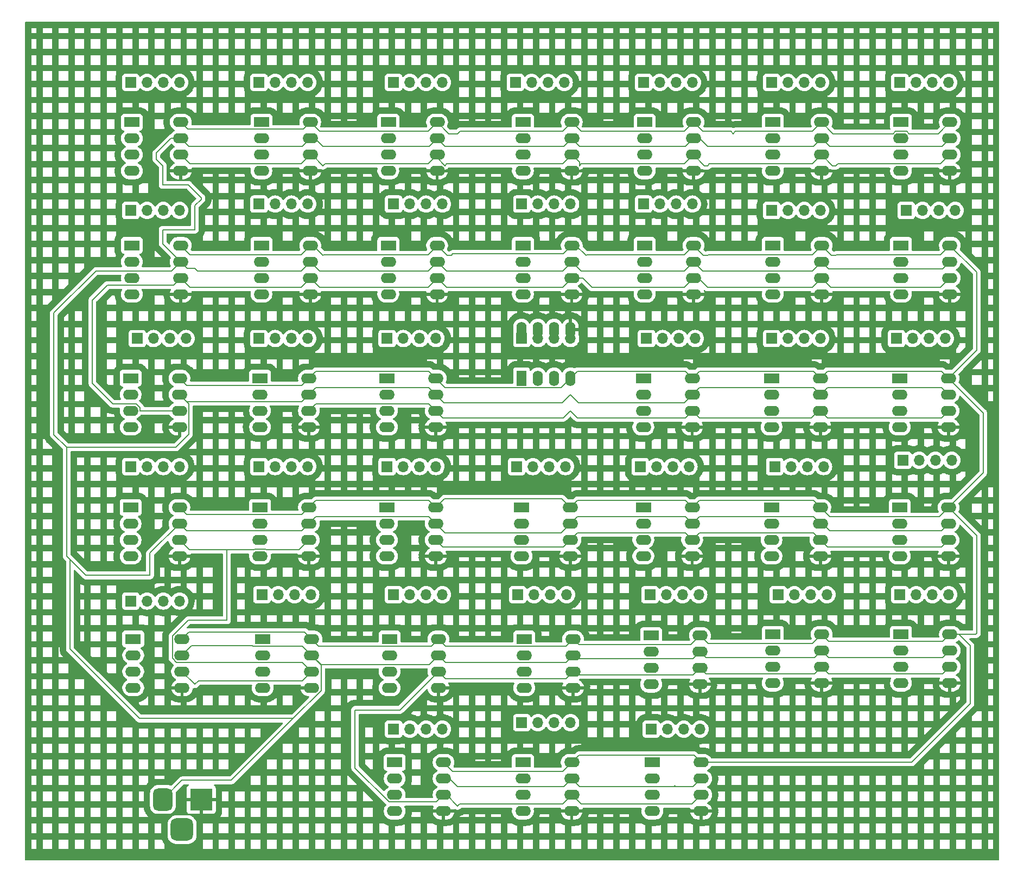
<source format=gbr>
%TF.GenerationSoftware,KiCad,Pcbnew,8.0.5*%
%TF.CreationDate,2024-10-20T22:23:27+07:00*%
%TF.ProjectId,Panel_LIN,50616e65-6c5f-44c4-994e-2e6b69636164,rev?*%
%TF.SameCoordinates,Original*%
%TF.FileFunction,Copper,L2,Bot*%
%TF.FilePolarity,Positive*%
%FSLAX46Y46*%
G04 Gerber Fmt 4.6, Leading zero omitted, Abs format (unit mm)*
G04 Created by KiCad (PCBNEW 8.0.5) date 2024-10-20 22:23:27*
%MOMM*%
%LPD*%
G01*
G04 APERTURE LIST*
G04 Aperture macros list*
%AMRoundRect*
0 Rectangle with rounded corners*
0 $1 Rounding radius*
0 $2 $3 $4 $5 $6 $7 $8 $9 X,Y pos of 4 corners*
0 Add a 4 corners polygon primitive as box body*
4,1,4,$2,$3,$4,$5,$6,$7,$8,$9,$2,$3,0*
0 Add four circle primitives for the rounded corners*
1,1,$1+$1,$2,$3*
1,1,$1+$1,$4,$5*
1,1,$1+$1,$6,$7*
1,1,$1+$1,$8,$9*
0 Add four rect primitives between the rounded corners*
20,1,$1+$1,$2,$3,$4,$5,0*
20,1,$1+$1,$4,$5,$6,$7,0*
20,1,$1+$1,$6,$7,$8,$9,0*
20,1,$1+$1,$8,$9,$2,$3,0*%
G04 Aperture macros list end*
%TA.AperFunction,ComponentPad*%
%ADD10R,3.500000X3.500000*%
%TD*%
%TA.AperFunction,ComponentPad*%
%ADD11RoundRect,0.750000X-0.750000X-1.000000X0.750000X-1.000000X0.750000X1.000000X-0.750000X1.000000X0*%
%TD*%
%TA.AperFunction,ComponentPad*%
%ADD12RoundRect,0.875000X-0.875000X-0.875000X0.875000X-0.875000X0.875000X0.875000X-0.875000X0.875000X0*%
%TD*%
%TA.AperFunction,ComponentPad*%
%ADD13R,2.400000X1.600000*%
%TD*%
%TA.AperFunction,ComponentPad*%
%ADD14O,2.400000X1.600000*%
%TD*%
%TA.AperFunction,ComponentPad*%
%ADD15R,1.700000X1.700000*%
%TD*%
%TA.AperFunction,ComponentPad*%
%ADD16O,1.700000X1.700000*%
%TD*%
%TA.AperFunction,ComponentPad*%
%ADD17R,1.600000X2.400000*%
%TD*%
%TA.AperFunction,ComponentPad*%
%ADD18O,1.600000X2.400000*%
%TD*%
%TA.AperFunction,Conductor*%
%ADD19C,0.200000*%
%TD*%
G04 APERTURE END LIST*
D10*
%TO.P,J39,1*%
%TO.N,Vss*%
X95000000Y-151000000D03*
D11*
%TO.P,J39,2*%
%TO.N,Vbb*%
X89000000Y-151000000D03*
D12*
%TO.P,J39,3*%
%TO.N,unconnected-(J39-Pad3)*%
X92000000Y-155700000D03*
%TD*%
D13*
%TO.P,RN34,1,R1.1*%
%TO.N,Rxd34*%
X184175000Y-125200000D03*
D14*
%TO.P,RN34,2,R2.1*%
%TO.N,CS34*%
X184175000Y-127740000D03*
%TO.P,RN34,3,R3.1*%
%TO.N,WAKEUP34*%
X184175000Y-130280000D03*
%TO.P,RN34,4,R4.1*%
%TO.N,Txd34*%
X184175000Y-132820000D03*
%TO.P,RN34,5,R4.2*%
%TO.N,Vss*%
X191795000Y-132820000D03*
%TO.P,RN34,6,R3.2*%
%TO.N,Lbus3*%
X191795000Y-130280000D03*
%TO.P,RN34,7,R2.2*%
%TO.N,Vbb*%
X191795000Y-127740000D03*
%TO.P,RN34,8,R1.2*%
%TO.N,Vren*%
X191795000Y-125200000D03*
%TD*%
D13*
%TO.P,RN14,1,R1.1*%
%TO.N,Rxd14*%
X204175000Y-64450000D03*
D14*
%TO.P,RN14,2,R2.1*%
%TO.N,CS14*%
X204175000Y-66990000D03*
%TO.P,RN14,3,R3.1*%
%TO.N,WAKEUP14*%
X204175000Y-69530000D03*
%TO.P,RN14,4,R4.1*%
%TO.N,Txd14*%
X204175000Y-72070000D03*
%TO.P,RN14,5,R4.2*%
%TO.N,Vss*%
X211795000Y-72070000D03*
%TO.P,RN14,6,R3.2*%
%TO.N,Lbus1*%
X211795000Y-69530000D03*
%TO.P,RN14,7,R2.2*%
%TO.N,Vbb*%
X211795000Y-66990000D03*
%TO.P,RN14,8,R1.2*%
%TO.N,Vren*%
X211795000Y-64450000D03*
%TD*%
D13*
%TO.P,RN6,1,R1.1*%
%TO.N,Rxd6*%
X184175000Y-45200000D03*
D14*
%TO.P,RN6,2,R2.1*%
%TO.N,CS6*%
X184175000Y-47740000D03*
%TO.P,RN6,3,R3.1*%
%TO.N,WAKEUP6*%
X184175000Y-50280000D03*
%TO.P,RN6,4,R4.1*%
%TO.N,Txd6*%
X184175000Y-52820000D03*
%TO.P,RN6,5,R4.2*%
%TO.N,Vss*%
X191795000Y-52820000D03*
%TO.P,RN6,6,R3.2*%
%TO.N,Lbus1*%
X191795000Y-50280000D03*
%TO.P,RN6,7,R2.2*%
%TO.N,Vbb*%
X191795000Y-47740000D03*
%TO.P,RN6,8,R1.2*%
%TO.N,Vren*%
X191795000Y-45200000D03*
%TD*%
D15*
%TO.P,J33,1*%
%TO.N,Rxd33*%
X165000000Y-119000000D03*
D16*
%TO.P,J33,2*%
%TO.N,CS33*%
X167540000Y-119000000D03*
%TO.P,J33,3*%
%TO.N,WAKEUP33*%
X170080000Y-119000000D03*
%TO.P,J33,4*%
%TO.N,Txd33*%
X172620000Y-119000000D03*
%TD*%
D15*
%TO.P,J32,1*%
%TO.N,Rxd32*%
X144380000Y-119000000D03*
D16*
%TO.P,J32,2*%
%TO.N,CS32*%
X146920000Y-119000000D03*
%TO.P,J32,3*%
%TO.N,WAKEUP32*%
X149460000Y-119000000D03*
%TO.P,J32,4*%
%TO.N,Txd32*%
X152000000Y-119000000D03*
%TD*%
D15*
%TO.P,J9,1*%
%TO.N,Rxd9*%
X104000000Y-58000000D03*
D16*
%TO.P,J9,2*%
%TO.N,CS9*%
X106540000Y-58000000D03*
%TO.P,J9,3*%
%TO.N,WAKEUP9*%
X109080000Y-58000000D03*
%TO.P,J9,4*%
%TO.N,Txd9*%
X111620000Y-58000000D03*
%TD*%
D15*
%TO.P,J27,1*%
%TO.N,Rxd27*%
X184460000Y-99000000D03*
D16*
%TO.P,J27,2*%
%TO.N,CS27*%
X187000000Y-99000000D03*
%TO.P,J27,3*%
%TO.N,WAKEUP27*%
X189540000Y-99000000D03*
%TO.P,J27,4*%
%TO.N,Txd27*%
X192080000Y-99000000D03*
%TD*%
D13*
%TO.P,RN24,1,R1.1*%
%TO.N,Rxd24*%
X123970000Y-105380000D03*
D14*
%TO.P,RN24,2,R2.1*%
%TO.N,CS24*%
X123970000Y-107920000D03*
%TO.P,RN24,3,R3.1*%
%TO.N,WAKEUP24*%
X123970000Y-110460000D03*
%TO.P,RN24,4,R4.1*%
%TO.N,Txd24*%
X123970000Y-113000000D03*
%TO.P,RN24,5,R4.2*%
%TO.N,Vss*%
X131590000Y-113000000D03*
%TO.P,RN24,6,R3.2*%
%TO.N,Lbus2*%
X131590000Y-110460000D03*
%TO.P,RN24,7,R2.2*%
%TO.N,Vbb*%
X131590000Y-107920000D03*
%TO.P,RN24,8,R1.2*%
%TO.N,Vren*%
X131590000Y-105380000D03*
%TD*%
D15*
%TO.P,J29,1*%
%TO.N,Rxd29*%
X84000000Y-120000000D03*
D16*
%TO.P,J29,2*%
%TO.N,CS29*%
X86540000Y-120000000D03*
%TO.P,J29,3*%
%TO.N,WAKEUP29*%
X89080000Y-120000000D03*
%TO.P,J29,4*%
%TO.N,Txd29*%
X91620000Y-120000000D03*
%TD*%
D15*
%TO.P,J1,1*%
%TO.N,Rxd1*%
X84000000Y-39000000D03*
D16*
%TO.P,J1,2*%
%TO.N,CS1*%
X86540000Y-39000000D03*
%TO.P,J1,3*%
%TO.N,WAKEUP1*%
X89080000Y-39000000D03*
%TO.P,J1,4*%
%TO.N,Txd1*%
X91620000Y-39000000D03*
%TD*%
D13*
%TO.P,RN32,1,R1.1*%
%TO.N,Rxd32*%
X145380000Y-125920000D03*
D14*
%TO.P,RN32,2,R2.1*%
%TO.N,CS32*%
X145380000Y-128460000D03*
%TO.P,RN32,3,R3.1*%
%TO.N,WAKEUP32*%
X145380000Y-131000000D03*
%TO.P,RN32,4,R4.1*%
%TO.N,Txd32*%
X145380000Y-133540000D03*
%TO.P,RN32,5,R4.2*%
%TO.N,Vss*%
X153000000Y-133540000D03*
%TO.P,RN32,6,R3.2*%
%TO.N,Lbus3*%
X153000000Y-131000000D03*
%TO.P,RN32,7,R2.2*%
%TO.N,Vbb*%
X153000000Y-128460000D03*
%TO.P,RN32,8,R1.2*%
%TO.N,Vren*%
X153000000Y-125920000D03*
%TD*%
D13*
%TO.P,RN13,1,R1.1*%
%TO.N,Rxd13*%
X184175000Y-64450000D03*
D14*
%TO.P,RN13,2,R2.1*%
%TO.N,CS13*%
X184175000Y-66990000D03*
%TO.P,RN13,3,R3.1*%
%TO.N,WAKEUP13*%
X184175000Y-69530000D03*
%TO.P,RN13,4,R4.1*%
%TO.N,Txd13*%
X184175000Y-72070000D03*
%TO.P,RN13,5,R4.2*%
%TO.N,Vss*%
X191795000Y-72070000D03*
%TO.P,RN13,6,R3.2*%
%TO.N,Lbus1*%
X191795000Y-69530000D03*
%TO.P,RN13,7,R2.2*%
%TO.N,Vbb*%
X191795000Y-66990000D03*
%TO.P,RN13,8,R1.2*%
%TO.N,Vren*%
X191795000Y-64450000D03*
%TD*%
D15*
%TO.P,J16,1*%
%TO.N,Rxd16*%
X104000000Y-79000000D03*
D16*
%TO.P,J16,2*%
%TO.N,CS16*%
X106540000Y-79000000D03*
%TO.P,J16,3*%
%TO.N,WAKEUP16*%
X109080000Y-79000000D03*
%TO.P,J16,4*%
%TO.N,Txd16*%
X111620000Y-79000000D03*
%TD*%
D13*
%TO.P,RN23,1,R1.1*%
%TO.N,Rxd23*%
X104175000Y-105380000D03*
D14*
%TO.P,RN23,2,R2.1*%
%TO.N,CS23*%
X104175000Y-107920000D03*
%TO.P,RN23,3,R3.1*%
%TO.N,WAKEUP23*%
X104175000Y-110460000D03*
%TO.P,RN23,4,R4.1*%
%TO.N,Txd23*%
X104175000Y-113000000D03*
%TO.P,RN23,5,R4.2*%
%TO.N,Vss*%
X111795000Y-113000000D03*
%TO.P,RN23,6,R3.2*%
%TO.N,Lbus2*%
X111795000Y-110460000D03*
%TO.P,RN23,7,R2.2*%
%TO.N,Vbb*%
X111795000Y-107920000D03*
%TO.P,RN23,8,R1.2*%
%TO.N,Vren*%
X111795000Y-105380000D03*
%TD*%
D17*
%TO.P,RN18,1,R1.1*%
%TO.N,Rxd18*%
X144970000Y-85200000D03*
D18*
%TO.P,RN18,2,R2.1*%
%TO.N,CS18*%
X147510000Y-85200000D03*
%TO.P,RN18,3,R3.1*%
%TO.N,WAKEUP18*%
X150050000Y-85200000D03*
%TO.P,RN18,4,R4.1*%
%TO.N,Txd18*%
X152590000Y-85200000D03*
%TO.P,RN18,5,R4.2*%
%TO.N,Vss*%
X152590000Y-77580000D03*
%TO.P,RN18,6,R3.2*%
%TO.N,Lbus2*%
X150050000Y-77580000D03*
%TO.P,RN18,7,R2.2*%
%TO.N,Vbb*%
X147510000Y-77580000D03*
%TO.P,RN18,8,R1.2*%
%TO.N,Vren*%
X144970000Y-77580000D03*
%TD*%
D13*
%TO.P,RN37,1,R1.1*%
%TO.N,Rxd37*%
X145175000Y-145200000D03*
D14*
%TO.P,RN37,2,R2.1*%
%TO.N,CS37*%
X145175000Y-147740000D03*
%TO.P,RN37,3,R3.1*%
%TO.N,WAKEUP37*%
X145175000Y-150280000D03*
%TO.P,RN37,4,R4.1*%
%TO.N,Txd37*%
X145175000Y-152820000D03*
%TO.P,RN37,5,R4.2*%
%TO.N,Vss*%
X152795000Y-152820000D03*
%TO.P,RN37,6,R3.2*%
%TO.N,Lbus3*%
X152795000Y-150280000D03*
%TO.P,RN37,7,R2.2*%
%TO.N,Vbb*%
X152795000Y-147740000D03*
%TO.P,RN37,8,R1.2*%
%TO.N,Vren*%
X152795000Y-145200000D03*
%TD*%
D13*
%TO.P,RN12,1,R1.1*%
%TO.N,Rxd12*%
X164175000Y-64450000D03*
D14*
%TO.P,RN12,2,R2.1*%
%TO.N,CS12*%
X164175000Y-66990000D03*
%TO.P,RN12,3,R3.1*%
%TO.N,WAKEUP12*%
X164175000Y-69530000D03*
%TO.P,RN12,4,R4.1*%
%TO.N,Txd12*%
X164175000Y-72070000D03*
%TO.P,RN12,5,R4.2*%
%TO.N,Vss*%
X171795000Y-72070000D03*
%TO.P,RN12,6,R3.2*%
%TO.N,Lbus1*%
X171795000Y-69530000D03*
%TO.P,RN12,7,R2.2*%
%TO.N,Vbb*%
X171795000Y-66990000D03*
%TO.P,RN12,8,R1.2*%
%TO.N,Vren*%
X171795000Y-64450000D03*
%TD*%
D15*
%TO.P,J4,1*%
%TO.N,Rxd4*%
X144000000Y-39000000D03*
D16*
%TO.P,J4,2*%
%TO.N,CS4*%
X146540000Y-39000000D03*
%TO.P,J4,3*%
%TO.N,WAKEUP4*%
X149080000Y-39000000D03*
%TO.P,J4,4*%
%TO.N,Txd4*%
X151620000Y-39000000D03*
%TD*%
D15*
%TO.P,J14,1*%
%TO.N,Rxd14*%
X205000000Y-59000000D03*
D16*
%TO.P,J14,2*%
%TO.N,CS14*%
X207540000Y-59000000D03*
%TO.P,J14,3*%
%TO.N,WAKEUP14*%
X210080000Y-59000000D03*
%TO.P,J14,4*%
%TO.N,Txd14*%
X212620000Y-59000000D03*
%TD*%
D15*
%TO.P,J26,1*%
%TO.N,Rxd26*%
X163460000Y-99000000D03*
D16*
%TO.P,J26,2*%
%TO.N,CS26*%
X166000000Y-99000000D03*
%TO.P,J26,3*%
%TO.N,WAKEUP26*%
X168540000Y-99000000D03*
%TO.P,J26,4*%
%TO.N,Txd26*%
X171080000Y-99000000D03*
%TD*%
D13*
%TO.P,RN1,1,R1.1*%
%TO.N,Rxd1*%
X84175000Y-45200000D03*
D14*
%TO.P,RN1,2,R2.1*%
%TO.N,CS1*%
X84175000Y-47740000D03*
%TO.P,RN1,3,R3.1*%
%TO.N,WAKEUP1*%
X84175000Y-50280000D03*
%TO.P,RN1,4,R4.1*%
%TO.N,Txd1*%
X84175000Y-52820000D03*
%TO.P,RN1,5,R4.2*%
%TO.N,Vss*%
X91795000Y-52820000D03*
%TO.P,RN1,6,R3.2*%
%TO.N,Lbus1*%
X91795000Y-50280000D03*
%TO.P,RN1,7,R2.2*%
%TO.N,Vbb*%
X91795000Y-47740000D03*
%TO.P,RN1,8,R1.2*%
%TO.N,Vren*%
X91795000Y-45200000D03*
%TD*%
D13*
%TO.P,RN36,1,R1.1*%
%TO.N,Rxd36*%
X125175000Y-145200000D03*
D14*
%TO.P,RN36,2,R2.1*%
%TO.N,CS36*%
X125175000Y-147740000D03*
%TO.P,RN36,3,R3.1*%
%TO.N,WAKEUP36*%
X125175000Y-150280000D03*
%TO.P,RN36,4,R4.1*%
%TO.N,Txd36*%
X125175000Y-152820000D03*
%TO.P,RN36,5,R4.2*%
%TO.N,Vss*%
X132795000Y-152820000D03*
%TO.P,RN36,6,R3.2*%
%TO.N,Lbus3*%
X132795000Y-150280000D03*
%TO.P,RN36,7,R2.2*%
%TO.N,Vbb*%
X132795000Y-147740000D03*
%TO.P,RN36,8,R1.2*%
%TO.N,Vren*%
X132795000Y-145200000D03*
%TD*%
D15*
%TO.P,J2,1*%
%TO.N,Rxd2*%
X104000000Y-39000000D03*
D16*
%TO.P,J2,2*%
%TO.N,CS2*%
X106540000Y-39000000D03*
%TO.P,J2,3*%
%TO.N,WAKEUP2*%
X109080000Y-39000000D03*
%TO.P,J2,4*%
%TO.N,Txd2*%
X111620000Y-39000000D03*
%TD*%
D13*
%TO.P,RN5,1,R1.1*%
%TO.N,Rxd5*%
X164175000Y-45200000D03*
D14*
%TO.P,RN5,2,R2.1*%
%TO.N,CS5*%
X164175000Y-47740000D03*
%TO.P,RN5,3,R3.1*%
%TO.N,WAKEUP5*%
X164175000Y-50280000D03*
%TO.P,RN5,4,R4.1*%
%TO.N,Txd5*%
X164175000Y-52820000D03*
%TO.P,RN5,5,R4.2*%
%TO.N,Vss*%
X171795000Y-52820000D03*
%TO.P,RN5,6,R3.2*%
%TO.N,Lbus1*%
X171795000Y-50280000D03*
%TO.P,RN5,7,R2.2*%
%TO.N,Vbb*%
X171795000Y-47740000D03*
%TO.P,RN5,8,R1.2*%
%TO.N,Vren*%
X171795000Y-45200000D03*
%TD*%
D13*
%TO.P,RN19,1,R1.1*%
%TO.N,Rxd19*%
X163970000Y-85200000D03*
D14*
%TO.P,RN19,2,R2.1*%
%TO.N,CS19*%
X163970000Y-87740000D03*
%TO.P,RN19,3,R3.1*%
%TO.N,WAKEUP19*%
X163970000Y-90280000D03*
%TO.P,RN19,4,R4.1*%
%TO.N,Txd19*%
X163970000Y-92820000D03*
%TO.P,RN19,5,R4.2*%
%TO.N,Vss*%
X171590000Y-92820000D03*
%TO.P,RN19,6,R3.2*%
%TO.N,Lbus2*%
X171590000Y-90280000D03*
%TO.P,RN19,7,R2.2*%
%TO.N,Vbb*%
X171590000Y-87740000D03*
%TO.P,RN19,8,R1.2*%
%TO.N,Vren*%
X171590000Y-85200000D03*
%TD*%
D15*
%TO.P,J35,1*%
%TO.N,Rxd35*%
X204000000Y-119000000D03*
D16*
%TO.P,J35,2*%
%TO.N,CS35*%
X206540000Y-119000000D03*
%TO.P,J35,3*%
%TO.N,WAKEUP35*%
X209080000Y-119000000D03*
%TO.P,J35,4*%
%TO.N,Txd35*%
X211620000Y-119000000D03*
%TD*%
D13*
%TO.P,RN17,1,R1.1*%
%TO.N,Rxd17*%
X123970000Y-85200000D03*
D14*
%TO.P,RN17,2,R2.1*%
%TO.N,CS17*%
X123970000Y-87740000D03*
%TO.P,RN17,3,R3.1*%
%TO.N,WAKEUP17*%
X123970000Y-90280000D03*
%TO.P,RN17,4,R4.1*%
%TO.N,Txd17*%
X123970000Y-92820000D03*
%TO.P,RN17,5,R4.2*%
%TO.N,Vss*%
X131590000Y-92820000D03*
%TO.P,RN17,6,R3.2*%
%TO.N,Lbus2*%
X131590000Y-90280000D03*
%TO.P,RN17,7,R2.2*%
%TO.N,Vbb*%
X131590000Y-87740000D03*
%TO.P,RN17,8,R1.2*%
%TO.N,Vren*%
X131590000Y-85200000D03*
%TD*%
D13*
%TO.P,RN8,1,R1.1*%
%TO.N,Rxd8*%
X84175000Y-64450000D03*
D14*
%TO.P,RN8,2,R2.1*%
%TO.N,CS8*%
X84175000Y-66990000D03*
%TO.P,RN8,3,R3.1*%
%TO.N,WAKEUP8*%
X84175000Y-69530000D03*
%TO.P,RN8,4,R4.1*%
%TO.N,Txd8*%
X84175000Y-72070000D03*
%TO.P,RN8,5,R4.2*%
%TO.N,Vss*%
X91795000Y-72070000D03*
%TO.P,RN8,6,R3.2*%
%TO.N,Lbus1*%
X91795000Y-69530000D03*
%TO.P,RN8,7,R2.2*%
%TO.N,Vbb*%
X91795000Y-66990000D03*
%TO.P,RN8,8,R1.2*%
%TO.N,Vren*%
X91795000Y-64450000D03*
%TD*%
D15*
%TO.P,J3,1*%
%TO.N,Rxd3*%
X125000000Y-39000000D03*
D16*
%TO.P,J3,2*%
%TO.N,CS3*%
X127540000Y-39000000D03*
%TO.P,J3,3*%
%TO.N,WAKEUP3*%
X130080000Y-39000000D03*
%TO.P,J3,4*%
%TO.N,Txd3*%
X132620000Y-39000000D03*
%TD*%
D13*
%TO.P,RN29,1,R1.1*%
%TO.N,Rxd29*%
X84380000Y-125920000D03*
D14*
%TO.P,RN29,2,R2.1*%
%TO.N,CS29*%
X84380000Y-128460000D03*
%TO.P,RN29,3,R3.1*%
%TO.N,WAKEUP29*%
X84380000Y-131000000D03*
%TO.P,RN29,4,R4.1*%
%TO.N,Txd29*%
X84380000Y-133540000D03*
%TO.P,RN29,5,R4.2*%
%TO.N,Vss*%
X92000000Y-133540000D03*
%TO.P,RN29,6,R3.2*%
%TO.N,Lbus2*%
X92000000Y-131000000D03*
%TO.P,RN29,7,R2.2*%
%TO.N,Vbb*%
X92000000Y-128460000D03*
%TO.P,RN29,8,R1.2*%
%TO.N,Vren*%
X92000000Y-125920000D03*
%TD*%
D15*
%TO.P,J25,1*%
%TO.N,Rxd25*%
X144200000Y-99000000D03*
D16*
%TO.P,J25,2*%
%TO.N,CS25*%
X146740000Y-99000000D03*
%TO.P,J25,3*%
%TO.N,WAKEUP25*%
X149280000Y-99000000D03*
%TO.P,J25,4*%
%TO.N,Txd25*%
X151820000Y-99000000D03*
%TD*%
D13*
%TO.P,RN7,1,R1.1*%
%TO.N,Rxd7*%
X204175000Y-45200000D03*
D14*
%TO.P,RN7,2,R2.1*%
%TO.N,CS7*%
X204175000Y-47740000D03*
%TO.P,RN7,3,R3.1*%
%TO.N,WAKEUP7*%
X204175000Y-50280000D03*
%TO.P,RN7,4,R4.1*%
%TO.N,Txd7*%
X204175000Y-52820000D03*
%TO.P,RN7,5,R4.2*%
%TO.N,Vss*%
X211795000Y-52820000D03*
%TO.P,RN7,6,R3.2*%
%TO.N,Lbus1*%
X211795000Y-50280000D03*
%TO.P,RN7,7,R2.2*%
%TO.N,Vbb*%
X211795000Y-47740000D03*
%TO.P,RN7,8,R1.2*%
%TO.N,Vren*%
X211795000Y-45200000D03*
%TD*%
D15*
%TO.P,J19,1*%
%TO.N,Rxd19*%
X164460000Y-79000000D03*
D16*
%TO.P,J19,2*%
%TO.N,CS19*%
X167000000Y-79000000D03*
%TO.P,J19,3*%
%TO.N,WAKEUP19*%
X169540000Y-79000000D03*
%TO.P,J19,4*%
%TO.N,Txd19*%
X172080000Y-79000000D03*
%TD*%
D13*
%TO.P,RN21,1,R1.1*%
%TO.N,Rxd21*%
X203970000Y-85200000D03*
D14*
%TO.P,RN21,2,R2.1*%
%TO.N,CS21*%
X203970000Y-87740000D03*
%TO.P,RN21,3,R3.1*%
%TO.N,WAKEUP21*%
X203970000Y-90280000D03*
%TO.P,RN21,4,R4.1*%
%TO.N,Txd21*%
X203970000Y-92820000D03*
%TO.P,RN21,5,R4.2*%
%TO.N,Vss*%
X211590000Y-92820000D03*
%TO.P,RN21,6,R3.2*%
%TO.N,Lbus2*%
X211590000Y-90280000D03*
%TO.P,RN21,7,R2.2*%
%TO.N,Vbb*%
X211590000Y-87740000D03*
%TO.P,RN21,8,R1.2*%
%TO.N,Vren*%
X211590000Y-85200000D03*
%TD*%
D15*
%TO.P,J20,1*%
%TO.N,Rxd20*%
X184000000Y-79000000D03*
D16*
%TO.P,J20,2*%
%TO.N,CS20*%
X186540000Y-79000000D03*
%TO.P,J20,3*%
%TO.N,WAKEUP20*%
X189080000Y-79000000D03*
%TO.P,J20,4*%
%TO.N,Txd20*%
X191620000Y-79000000D03*
%TD*%
D15*
%TO.P,J11,1*%
%TO.N,Rxd11*%
X145000000Y-58000000D03*
D16*
%TO.P,J11,2*%
%TO.N,CS11*%
X147540000Y-58000000D03*
%TO.P,J11,3*%
%TO.N,WAKEUP11*%
X150080000Y-58000000D03*
%TO.P,J11,4*%
%TO.N,Txd11*%
X152620000Y-58000000D03*
%TD*%
D15*
%TO.P,J7,1*%
%TO.N,Rxd7*%
X204000000Y-39000000D03*
D16*
%TO.P,J7,2*%
%TO.N,CS7*%
X206540000Y-39000000D03*
%TO.P,J7,3*%
%TO.N,WAKEUP7*%
X209080000Y-39000000D03*
%TO.P,J7,4*%
%TO.N,Txd7*%
X211620000Y-39000000D03*
%TD*%
D13*
%TO.P,RN2,1,R1.1*%
%TO.N,Rxd2*%
X104380000Y-45200000D03*
D14*
%TO.P,RN2,2,R2.1*%
%TO.N,CS2*%
X104380000Y-47740000D03*
%TO.P,RN2,3,R3.1*%
%TO.N,WAKEUP2*%
X104380000Y-50280000D03*
%TO.P,RN2,4,R4.1*%
%TO.N,Txd2*%
X104380000Y-52820000D03*
%TO.P,RN2,5,R4.2*%
%TO.N,Vss*%
X112000000Y-52820000D03*
%TO.P,RN2,6,R3.2*%
%TO.N,Lbus1*%
X112000000Y-50280000D03*
%TO.P,RN2,7,R2.2*%
%TO.N,Vbb*%
X112000000Y-47740000D03*
%TO.P,RN2,8,R1.2*%
%TO.N,Vren*%
X112000000Y-45200000D03*
%TD*%
D13*
%TO.P,RN38,1,R1.1*%
%TO.N,Rxd38*%
X165375000Y-145200000D03*
D14*
%TO.P,RN38,2,R2.1*%
%TO.N,CS38*%
X165375000Y-147740000D03*
%TO.P,RN38,3,R3.1*%
%TO.N,WAKEUP38*%
X165375000Y-150280000D03*
%TO.P,RN38,4,R4.1*%
%TO.N,Txd38*%
X165375000Y-152820000D03*
%TO.P,RN38,5,R4.2*%
%TO.N,Vss*%
X172995000Y-152820000D03*
%TO.P,RN38,6,R3.2*%
%TO.N,Lbus3*%
X172995000Y-150280000D03*
%TO.P,RN38,7,R2.2*%
%TO.N,Vbb*%
X172995000Y-147740000D03*
%TO.P,RN38,8,R1.2*%
%TO.N,Vren*%
X172995000Y-145200000D03*
%TD*%
D15*
%TO.P,J13,1*%
%TO.N,Rxd13*%
X184000000Y-59000000D03*
D16*
%TO.P,J13,2*%
%TO.N,CS13*%
X186540000Y-59000000D03*
%TO.P,J13,3*%
%TO.N,WAKEUP13*%
X189080000Y-59000000D03*
%TO.P,J13,4*%
%TO.N,Txd13*%
X191620000Y-59000000D03*
%TD*%
D13*
%TO.P,RN28,1,R1.1*%
%TO.N,Rxd28*%
X203970000Y-105380000D03*
D14*
%TO.P,RN28,2,R2.1*%
%TO.N,CS28*%
X203970000Y-107920000D03*
%TO.P,RN28,3,R3.1*%
%TO.N,WAKEUP28*%
X203970000Y-110460000D03*
%TO.P,RN28,4,R4.1*%
%TO.N,Txd28*%
X203970000Y-113000000D03*
%TO.P,RN28,5,R4.2*%
%TO.N,Vss*%
X211590000Y-113000000D03*
%TO.P,RN28,6,R3.2*%
%TO.N,Lbus2*%
X211590000Y-110460000D03*
%TO.P,RN28,7,R2.2*%
%TO.N,Vbb*%
X211590000Y-107920000D03*
%TO.P,RN28,8,R1.2*%
%TO.N,Vren*%
X211590000Y-105380000D03*
%TD*%
D13*
%TO.P,RN27,1,R1.1*%
%TO.N,Rxd27*%
X183970000Y-105380000D03*
D14*
%TO.P,RN27,2,R2.1*%
%TO.N,CS27*%
X183970000Y-107920000D03*
%TO.P,RN27,3,R3.1*%
%TO.N,WAKEUP27*%
X183970000Y-110460000D03*
%TO.P,RN27,4,R4.1*%
%TO.N,Txd27*%
X183970000Y-113000000D03*
%TO.P,RN27,5,R4.2*%
%TO.N,Vss*%
X191590000Y-113000000D03*
%TO.P,RN27,6,R3.2*%
%TO.N,Lbus2*%
X191590000Y-110460000D03*
%TO.P,RN27,7,R2.2*%
%TO.N,Vbb*%
X191590000Y-107920000D03*
%TO.P,RN27,8,R1.2*%
%TO.N,Vren*%
X191590000Y-105380000D03*
%TD*%
D13*
%TO.P,RN25,1,R1.1*%
%TO.N,Rxd25*%
X144970000Y-105380000D03*
D14*
%TO.P,RN25,2,R2.1*%
%TO.N,CS25*%
X144970000Y-107920000D03*
%TO.P,RN25,3,R3.1*%
%TO.N,WAKEUP25*%
X144970000Y-110460000D03*
%TO.P,RN25,4,R4.1*%
%TO.N,Txd25*%
X144970000Y-113000000D03*
%TO.P,RN25,5,R4.2*%
%TO.N,Vss*%
X152590000Y-113000000D03*
%TO.P,RN25,6,R3.2*%
%TO.N,Lbus2*%
X152590000Y-110460000D03*
%TO.P,RN25,7,R2.2*%
%TO.N,Vbb*%
X152590000Y-107920000D03*
%TO.P,RN25,8,R1.2*%
%TO.N,Vren*%
X152590000Y-105380000D03*
%TD*%
D15*
%TO.P,J5,1*%
%TO.N,Rxd5*%
X164000000Y-39000000D03*
D16*
%TO.P,J5,2*%
%TO.N,CS5*%
X166540000Y-39000000D03*
%TO.P,J5,3*%
%TO.N,WAKEUP5*%
X169080000Y-39000000D03*
%TO.P,J5,4*%
%TO.N,Txd5*%
X171620000Y-39000000D03*
%TD*%
D13*
%TO.P,RN20,1,R1.1*%
%TO.N,Rxd20*%
X183970000Y-85200000D03*
D14*
%TO.P,RN20,2,R2.1*%
%TO.N,CS20*%
X183970000Y-87740000D03*
%TO.P,RN20,3,R3.1*%
%TO.N,WAKEUP20*%
X183970000Y-90280000D03*
%TO.P,RN20,4,R4.1*%
%TO.N,Txd20*%
X183970000Y-92820000D03*
%TO.P,RN20,5,R4.2*%
%TO.N,Vss*%
X191590000Y-92820000D03*
%TO.P,RN20,6,R3.2*%
%TO.N,Lbus2*%
X191590000Y-90280000D03*
%TO.P,RN20,7,R2.2*%
%TO.N,Vbb*%
X191590000Y-87740000D03*
%TO.P,RN20,8,R1.2*%
%TO.N,Vren*%
X191590000Y-85200000D03*
%TD*%
D15*
%TO.P,J36,1*%
%TO.N,Rxd36*%
X125000000Y-140000000D03*
D16*
%TO.P,J36,2*%
%TO.N,CS36*%
X127540000Y-140000000D03*
%TO.P,J36,3*%
%TO.N,WAKEUP36*%
X130080000Y-140000000D03*
%TO.P,J36,4*%
%TO.N,Txd36*%
X132620000Y-140000000D03*
%TD*%
D13*
%TO.P,RN35,1,R1.1*%
%TO.N,Rxd35*%
X204175000Y-125200000D03*
D14*
%TO.P,RN35,2,R2.1*%
%TO.N,CS35*%
X204175000Y-127740000D03*
%TO.P,RN35,3,R3.1*%
%TO.N,WAKEUP35*%
X204175000Y-130280000D03*
%TO.P,RN35,4,R4.1*%
%TO.N,Txd35*%
X204175000Y-132820000D03*
%TO.P,RN35,5,R4.2*%
%TO.N,Vss*%
X211795000Y-132820000D03*
%TO.P,RN35,6,R3.2*%
%TO.N,Lbus3*%
X211795000Y-130280000D03*
%TO.P,RN35,7,R2.2*%
%TO.N,Vbb*%
X211795000Y-127740000D03*
%TO.P,RN35,8,R1.2*%
%TO.N,Vren*%
X211795000Y-125200000D03*
%TD*%
D15*
%TO.P,J24,1*%
%TO.N,Rxd24*%
X124000000Y-99000000D03*
D16*
%TO.P,J24,2*%
%TO.N,CS24*%
X126540000Y-99000000D03*
%TO.P,J24,3*%
%TO.N,WAKEUP24*%
X129080000Y-99000000D03*
%TO.P,J24,4*%
%TO.N,Txd24*%
X131620000Y-99000000D03*
%TD*%
D13*
%TO.P,RN3,1,R1.1*%
%TO.N,Rxd3*%
X124175000Y-45200000D03*
D14*
%TO.P,RN3,2,R2.1*%
%TO.N,CS3*%
X124175000Y-47740000D03*
%TO.P,RN3,3,R3.1*%
%TO.N,WAKEUP3*%
X124175000Y-50280000D03*
%TO.P,RN3,4,R4.1*%
%TO.N,Txd3*%
X124175000Y-52820000D03*
%TO.P,RN3,5,R4.2*%
%TO.N,Vss*%
X131795000Y-52820000D03*
%TO.P,RN3,6,R3.2*%
%TO.N,Lbus1*%
X131795000Y-50280000D03*
%TO.P,RN3,7,R2.2*%
%TO.N,Vbb*%
X131795000Y-47740000D03*
%TO.P,RN3,8,R1.2*%
%TO.N,Vren*%
X131795000Y-45200000D03*
%TD*%
D15*
%TO.P,J37,1*%
%TO.N,Rxd37*%
X145000000Y-139000000D03*
D16*
%TO.P,J37,2*%
%TO.N,CS37*%
X147540000Y-139000000D03*
%TO.P,J37,3*%
%TO.N,WAKEUP37*%
X150080000Y-139000000D03*
%TO.P,J37,4*%
%TO.N,Txd37*%
X152620000Y-139000000D03*
%TD*%
D15*
%TO.P,J28,1*%
%TO.N,Rxd28*%
X204460000Y-98000000D03*
D16*
%TO.P,J28,2*%
%TO.N,CS28*%
X207000000Y-98000000D03*
%TO.P,J28,3*%
%TO.N,WAKEUP28*%
X209540000Y-98000000D03*
%TO.P,J28,4*%
%TO.N,Txd28*%
X212080000Y-98000000D03*
%TD*%
D13*
%TO.P,RN11,1,R1.1*%
%TO.N,Rxd11*%
X145175000Y-64450000D03*
D14*
%TO.P,RN11,2,R2.1*%
%TO.N,CS11*%
X145175000Y-66990000D03*
%TO.P,RN11,3,R3.1*%
%TO.N,WAKEUP11*%
X145175000Y-69530000D03*
%TO.P,RN11,4,R4.1*%
%TO.N,Txd11*%
X145175000Y-72070000D03*
%TO.P,RN11,5,R4.2*%
%TO.N,Vss*%
X152795000Y-72070000D03*
%TO.P,RN11,6,R3.2*%
%TO.N,Lbus1*%
X152795000Y-69530000D03*
%TO.P,RN11,7,R2.2*%
%TO.N,Vbb*%
X152795000Y-66990000D03*
%TO.P,RN11,8,R1.2*%
%TO.N,Vren*%
X152795000Y-64450000D03*
%TD*%
D13*
%TO.P,RN33,1,R1.1*%
%TO.N,Rxd33*%
X165180000Y-125380000D03*
D14*
%TO.P,RN33,2,R2.1*%
%TO.N,CS33*%
X165180000Y-127920000D03*
%TO.P,RN33,3,R3.1*%
%TO.N,WAKEUP33*%
X165180000Y-130460000D03*
%TO.P,RN33,4,R4.1*%
%TO.N,Txd33*%
X165180000Y-133000000D03*
%TO.P,RN33,5,R4.2*%
%TO.N,Vss*%
X172800000Y-133000000D03*
%TO.P,RN33,6,R3.2*%
%TO.N,Lbus3*%
X172800000Y-130460000D03*
%TO.P,RN33,7,R2.2*%
%TO.N,Vbb*%
X172800000Y-127920000D03*
%TO.P,RN33,8,R1.2*%
%TO.N,Vren*%
X172800000Y-125380000D03*
%TD*%
D13*
%TO.P,RN22,1,R1.1*%
%TO.N,Rxd22*%
X83970000Y-105380000D03*
D14*
%TO.P,RN22,2,R2.1*%
%TO.N,CS22*%
X83970000Y-107920000D03*
%TO.P,RN22,3,R3.1*%
%TO.N,WAKEUP22*%
X83970000Y-110460000D03*
%TO.P,RN22,4,R4.1*%
%TO.N,Txd22*%
X83970000Y-113000000D03*
%TO.P,RN22,5,R4.2*%
%TO.N,Vss*%
X91590000Y-113000000D03*
%TO.P,RN22,6,R3.2*%
%TO.N,Lbus2*%
X91590000Y-110460000D03*
%TO.P,RN22,7,R2.2*%
%TO.N,Vbb*%
X91590000Y-107920000D03*
%TO.P,RN22,8,R1.2*%
%TO.N,Vren*%
X91590000Y-105380000D03*
%TD*%
D15*
%TO.P,J15,1*%
%TO.N,Rxd15*%
X85000000Y-79000000D03*
D16*
%TO.P,J15,2*%
%TO.N,CS15*%
X87540000Y-79000000D03*
%TO.P,J15,3*%
%TO.N,WAKEUP15*%
X90080000Y-79000000D03*
%TO.P,J15,4*%
%TO.N,Txd15*%
X92620000Y-79000000D03*
%TD*%
D15*
%TO.P,J34,1*%
%TO.N,Rxd34*%
X185000000Y-119000000D03*
D16*
%TO.P,J34,2*%
%TO.N,CS34*%
X187540000Y-119000000D03*
%TO.P,J34,3*%
%TO.N,WAKEUP34*%
X190080000Y-119000000D03*
%TO.P,J34,4*%
%TO.N,Txd34*%
X192620000Y-119000000D03*
%TD*%
D13*
%TO.P,RN16,1,R1.1*%
%TO.N,Rxd16*%
X104175000Y-85200000D03*
D14*
%TO.P,RN16,2,R2.1*%
%TO.N,CS16*%
X104175000Y-87740000D03*
%TO.P,RN16,3,R3.1*%
%TO.N,WAKEUP16*%
X104175000Y-90280000D03*
%TO.P,RN16,4,R4.1*%
%TO.N,Txd16*%
X104175000Y-92820000D03*
%TO.P,RN16,5,R4.2*%
%TO.N,Vss*%
X111795000Y-92820000D03*
%TO.P,RN16,6,R3.2*%
%TO.N,Lbus2*%
X111795000Y-90280000D03*
%TO.P,RN16,7,R2.2*%
%TO.N,Vbb*%
X111795000Y-87740000D03*
%TO.P,RN16,8,R1.2*%
%TO.N,Vren*%
X111795000Y-85200000D03*
%TD*%
D15*
%TO.P,J10,1*%
%TO.N,Rxd10*%
X125000000Y-58000000D03*
D16*
%TO.P,J10,2*%
%TO.N,CS10*%
X127540000Y-58000000D03*
%TO.P,J10,3*%
%TO.N,WAKEUP10*%
X130080000Y-58000000D03*
%TO.P,J10,4*%
%TO.N,Txd10*%
X132620000Y-58000000D03*
%TD*%
D15*
%TO.P,J17,1*%
%TO.N,Rxd17*%
X124000000Y-79000000D03*
D16*
%TO.P,J17,2*%
%TO.N,CS17*%
X126540000Y-79000000D03*
%TO.P,J17,3*%
%TO.N,WAKEUP17*%
X129080000Y-79000000D03*
%TO.P,J17,4*%
%TO.N,Txd17*%
X131620000Y-79000000D03*
%TD*%
D15*
%TO.P,J6,1*%
%TO.N,Rxd6*%
X184000000Y-39000000D03*
D16*
%TO.P,J6,2*%
%TO.N,CS6*%
X186540000Y-39000000D03*
%TO.P,J6,3*%
%TO.N,WAKEUP6*%
X189080000Y-39000000D03*
%TO.P,J6,4*%
%TO.N,Txd6*%
X191620000Y-39000000D03*
%TD*%
D15*
%TO.P,J18,1*%
%TO.N,Rxd18*%
X145000000Y-79000000D03*
D16*
%TO.P,J18,2*%
%TO.N,CS18*%
X147540000Y-79000000D03*
%TO.P,J18,3*%
%TO.N,WAKEUP18*%
X150080000Y-79000000D03*
%TO.P,J18,4*%
%TO.N,Txd18*%
X152620000Y-79000000D03*
%TD*%
D13*
%TO.P,RN9,1,R1.1*%
%TO.N,Rxd9*%
X104380000Y-64450000D03*
D14*
%TO.P,RN9,2,R2.1*%
%TO.N,CS9*%
X104380000Y-66990000D03*
%TO.P,RN9,3,R3.1*%
%TO.N,WAKEUP9*%
X104380000Y-69530000D03*
%TO.P,RN9,4,R4.1*%
%TO.N,Txd9*%
X104380000Y-72070000D03*
%TO.P,RN9,5,R4.2*%
%TO.N,Vss*%
X112000000Y-72070000D03*
%TO.P,RN9,6,R3.2*%
%TO.N,Lbus1*%
X112000000Y-69530000D03*
%TO.P,RN9,7,R2.2*%
%TO.N,Vbb*%
X112000000Y-66990000D03*
%TO.P,RN9,8,R1.2*%
%TO.N,Vren*%
X112000000Y-64450000D03*
%TD*%
D13*
%TO.P,RN10,1,R1.1*%
%TO.N,Rxd10*%
X124175000Y-64450000D03*
D14*
%TO.P,RN10,2,R2.1*%
%TO.N,CS10*%
X124175000Y-66990000D03*
%TO.P,RN10,3,R3.1*%
%TO.N,WAKEUP10*%
X124175000Y-69530000D03*
%TO.P,RN10,4,R4.1*%
%TO.N,Txd10*%
X124175000Y-72070000D03*
%TO.P,RN10,5,R4.2*%
%TO.N,Vss*%
X131795000Y-72070000D03*
%TO.P,RN10,6,R3.2*%
%TO.N,Lbus1*%
X131795000Y-69530000D03*
%TO.P,RN10,7,R2.2*%
%TO.N,Vbb*%
X131795000Y-66990000D03*
%TO.P,RN10,8,R1.2*%
%TO.N,Vren*%
X131795000Y-64450000D03*
%TD*%
D15*
%TO.P,J23,1*%
%TO.N,Rxd23*%
X104000000Y-99000000D03*
D16*
%TO.P,J23,2*%
%TO.N,CS23*%
X106540000Y-99000000D03*
%TO.P,J23,3*%
%TO.N,WAKEUP23*%
X109080000Y-99000000D03*
%TO.P,J23,4*%
%TO.N,Txd23*%
X111620000Y-99000000D03*
%TD*%
D15*
%TO.P,J8,1*%
%TO.N,Rxd8*%
X84000000Y-59000000D03*
D16*
%TO.P,J8,2*%
%TO.N,CS8*%
X86540000Y-59000000D03*
%TO.P,J8,3*%
%TO.N,WAKEUP8*%
X89080000Y-59000000D03*
%TO.P,J8,4*%
%TO.N,Txd8*%
X91620000Y-59000000D03*
%TD*%
D15*
%TO.P,J30,1*%
%TO.N,Rxd30*%
X104460000Y-119000000D03*
D16*
%TO.P,J30,2*%
%TO.N,CS30*%
X107000000Y-119000000D03*
%TO.P,J30,3*%
%TO.N,WAKEUP30*%
X109540000Y-119000000D03*
%TO.P,J30,4*%
%TO.N,Txd30*%
X112080000Y-119000000D03*
%TD*%
D15*
%TO.P,J21,1*%
%TO.N,Rxd21*%
X203460000Y-79000000D03*
D16*
%TO.P,J21,2*%
%TO.N,CS21*%
X206000000Y-79000000D03*
%TO.P,J21,3*%
%TO.N,WAKEUP21*%
X208540000Y-79000000D03*
%TO.P,J21,4*%
%TO.N,Txd21*%
X211080000Y-79000000D03*
%TD*%
D13*
%TO.P,RN15,1,R1.1*%
%TO.N,Rxd15*%
X83970000Y-85200000D03*
D14*
%TO.P,RN15,2,R2.1*%
%TO.N,CS15*%
X83970000Y-87740000D03*
%TO.P,RN15,3,R3.1*%
%TO.N,WAKEUP15*%
X83970000Y-90280000D03*
%TO.P,RN15,4,R4.1*%
%TO.N,Txd15*%
X83970000Y-92820000D03*
%TO.P,RN15,5,R4.2*%
%TO.N,Vss*%
X91590000Y-92820000D03*
%TO.P,RN15,6,R3.2*%
%TO.N,Lbus1*%
X91590000Y-90280000D03*
%TO.P,RN15,7,R2.2*%
%TO.N,Vbb*%
X91590000Y-87740000D03*
%TO.P,RN15,8,R1.2*%
%TO.N,Vren*%
X91590000Y-85200000D03*
%TD*%
D15*
%TO.P,J38,1*%
%TO.N,Rxd38*%
X165200000Y-140000000D03*
D16*
%TO.P,J38,2*%
%TO.N,CS38*%
X167740000Y-140000000D03*
%TO.P,J38,3*%
%TO.N,WAKEUP38*%
X170280000Y-140000000D03*
%TO.P,J38,4*%
%TO.N,Txd38*%
X172820000Y-140000000D03*
%TD*%
D15*
%TO.P,J12,1*%
%TO.N,Rxd12*%
X164000000Y-58000000D03*
D16*
%TO.P,J12,2*%
%TO.N,CS12*%
X166540000Y-58000000D03*
%TO.P,J12,3*%
%TO.N,WAKEUP12*%
X169080000Y-58000000D03*
%TO.P,J12,4*%
%TO.N,Txd12*%
X171620000Y-58000000D03*
%TD*%
D13*
%TO.P,RN30,1,R1.1*%
%TO.N,Rxd30*%
X104585000Y-125920000D03*
D14*
%TO.P,RN30,2,R2.1*%
%TO.N,CS30*%
X104585000Y-128460000D03*
%TO.P,RN30,3,R3.1*%
%TO.N,WAKEUP30*%
X104585000Y-131000000D03*
%TO.P,RN30,4,R4.1*%
%TO.N,Txd30*%
X104585000Y-133540000D03*
%TO.P,RN30,5,R4.2*%
%TO.N,Vss*%
X112205000Y-133540000D03*
%TO.P,RN30,6,R3.2*%
%TO.N,Lbus2*%
X112205000Y-131000000D03*
%TO.P,RN30,7,R2.2*%
%TO.N,Vbb*%
X112205000Y-128460000D03*
%TO.P,RN30,8,R1.2*%
%TO.N,Vren*%
X112205000Y-125920000D03*
%TD*%
D15*
%TO.P,J31,1*%
%TO.N,Rxd31*%
X125000000Y-119000000D03*
D16*
%TO.P,J31,2*%
%TO.N,CS31*%
X127540000Y-119000000D03*
%TO.P,J31,3*%
%TO.N,WAKEUP31*%
X130080000Y-119000000D03*
%TO.P,J31,4*%
%TO.N,Txd31*%
X132620000Y-119000000D03*
%TD*%
D15*
%TO.P,J22,1*%
%TO.N,Rxd22*%
X84000000Y-99000000D03*
D16*
%TO.P,J22,2*%
%TO.N,CS22*%
X86540000Y-99000000D03*
%TO.P,J22,3*%
%TO.N,WAKEUP22*%
X89080000Y-99000000D03*
%TO.P,J22,4*%
%TO.N,Txd22*%
X91620000Y-99000000D03*
%TD*%
D13*
%TO.P,RN4,1,R1.1*%
%TO.N,Rxd4*%
X145175000Y-45200000D03*
D14*
%TO.P,RN4,2,R2.1*%
%TO.N,CS4*%
X145175000Y-47740000D03*
%TO.P,RN4,3,R3.1*%
%TO.N,WAKEUP4*%
X145175000Y-50280000D03*
%TO.P,RN4,4,R4.1*%
%TO.N,Txd4*%
X145175000Y-52820000D03*
%TO.P,RN4,5,R4.2*%
%TO.N,Vss*%
X152795000Y-52820000D03*
%TO.P,RN4,6,R3.2*%
%TO.N,Lbus1*%
X152795000Y-50280000D03*
%TO.P,RN4,7,R2.2*%
%TO.N,Vbb*%
X152795000Y-47740000D03*
%TO.P,RN4,8,R1.2*%
%TO.N,Vren*%
X152795000Y-45200000D03*
%TD*%
D13*
%TO.P,RN31,1,R1.1*%
%TO.N,Rxd31*%
X124380000Y-125920000D03*
D14*
%TO.P,RN31,2,R2.1*%
%TO.N,CS31*%
X124380000Y-128460000D03*
%TO.P,RN31,3,R3.1*%
%TO.N,WAKEUP31*%
X124380000Y-131000000D03*
%TO.P,RN31,4,R4.1*%
%TO.N,Txd31*%
X124380000Y-133540000D03*
%TO.P,RN31,5,R4.2*%
%TO.N,Vss*%
X132000000Y-133540000D03*
%TO.P,RN31,6,R3.2*%
%TO.N,Lbus3*%
X132000000Y-131000000D03*
%TO.P,RN31,7,R2.2*%
%TO.N,Vbb*%
X132000000Y-128460000D03*
%TO.P,RN31,8,R1.2*%
%TO.N,Vren*%
X132000000Y-125920000D03*
%TD*%
D13*
%TO.P,RN26,1,R1.1*%
%TO.N,Rxd26*%
X163970000Y-105380000D03*
D14*
%TO.P,RN26,2,R2.1*%
%TO.N,CS26*%
X163970000Y-107920000D03*
%TO.P,RN26,3,R3.1*%
%TO.N,WAKEUP26*%
X163970000Y-110460000D03*
%TO.P,RN26,4,R4.1*%
%TO.N,Txd26*%
X163970000Y-113000000D03*
%TO.P,RN26,5,R4.2*%
%TO.N,Vss*%
X171590000Y-113000000D03*
%TO.P,RN26,6,R3.2*%
%TO.N,Lbus2*%
X171590000Y-110460000D03*
%TO.P,RN26,7,R2.2*%
%TO.N,Vbb*%
X171590000Y-107920000D03*
%TO.P,RN26,8,R1.2*%
%TO.N,Vren*%
X171590000Y-105380000D03*
%TD*%
D19*
%TO.N,Vss*%
X91795000Y-72795000D02*
X91795000Y-72070000D01*
X91590000Y-92820000D02*
X91590000Y-93590000D01*
%TO.N,Vren*%
X153900000Y-126820000D02*
X171360000Y-126820000D01*
X133100000Y-127020000D02*
X151900000Y-127020000D01*
X191590000Y-105380000D02*
X190490000Y-104280000D01*
X216000000Y-125000000D02*
X215800000Y-125200000D01*
X112000000Y-45200000D02*
X113440000Y-46640000D01*
X113440000Y-46640000D02*
X130355000Y-46640000D01*
X192690000Y-84100000D02*
X210490000Y-84100000D01*
X170355000Y-46640000D02*
X171795000Y-45200000D01*
X191795000Y-125200000D02*
X192895000Y-126300000D01*
X151355000Y-146640000D02*
X134235000Y-146640000D01*
X110560000Y-65890000D02*
X112000000Y-64450000D01*
X211590000Y-105380000D02*
X210150000Y-106820000D01*
X152795000Y-45200000D02*
X154235000Y-46640000D01*
X111105000Y-124820000D02*
X112205000Y-125920000D01*
X191590000Y-85200000D02*
X192690000Y-84100000D01*
X171795000Y-64450000D02*
X173345000Y-66000000D01*
X91590000Y-85200000D02*
X92690000Y-86300000D01*
X173235000Y-46640000D02*
X177640000Y-46640000D01*
X112205000Y-125920000D02*
X113305000Y-127020000D01*
X92690000Y-106480000D02*
X91590000Y-105380000D01*
X91795000Y-64450000D02*
X93235000Y-65890000D01*
X190355000Y-65890000D02*
X191795000Y-64450000D01*
X171895000Y-144100000D02*
X172995000Y-145200000D01*
X112000000Y-64450000D02*
X112450000Y-64450000D01*
X190355000Y-46640000D02*
X191795000Y-45200000D01*
X210695000Y-126300000D02*
X211795000Y-125200000D01*
X171590000Y-105380000D02*
X170490000Y-104280000D01*
X152795000Y-64450000D02*
X153450000Y-64450000D01*
X171360000Y-126820000D02*
X172800000Y-125380000D01*
X135360000Y-46640000D02*
X151355000Y-46640000D01*
X170490000Y-84100000D02*
X171590000Y-85200000D01*
X170490000Y-104280000D02*
X153690000Y-104280000D01*
X151900000Y-127020000D02*
X153000000Y-125920000D01*
X114110000Y-65890000D02*
X130355000Y-65890000D01*
X131590000Y-85200000D02*
X133030000Y-86640000D01*
X151150000Y-86640000D02*
X152590000Y-85200000D01*
X114000000Y-66000000D02*
X114110000Y-65890000D01*
X153000000Y-125920000D02*
X153900000Y-126820000D01*
X131795000Y-45200000D02*
X133595000Y-47000000D01*
X178360000Y-46640000D02*
X190355000Y-46640000D01*
X92895000Y-46300000D02*
X110900000Y-46300000D01*
X217000000Y-90610000D02*
X217000000Y-99970000D01*
X192895000Y-126300000D02*
X210695000Y-126300000D01*
X110695000Y-106480000D02*
X92690000Y-106480000D01*
X110900000Y-46300000D02*
X112000000Y-45200000D01*
X93100000Y-124820000D02*
X111105000Y-124820000D01*
X155110000Y-65890000D02*
X170355000Y-65890000D01*
X215800000Y-125200000D02*
X211795000Y-125200000D01*
X216000000Y-109790000D02*
X216000000Y-125000000D01*
X213200000Y-125200000D02*
X211795000Y-125200000D01*
X151465000Y-65780000D02*
X152795000Y-64450000D01*
X111795000Y-105380000D02*
X112895000Y-104280000D01*
X191795000Y-45200000D02*
X193595000Y-47000000D01*
X135000000Y-47000000D02*
X135360000Y-46640000D01*
X174060000Y-126640000D02*
X190355000Y-126640000D01*
X152590000Y-105380000D02*
X151210000Y-104000000D01*
X211590000Y-85200000D02*
X217000000Y-90610000D01*
X205390635Y-47000000D02*
X209995000Y-47000000D01*
X112895000Y-104280000D02*
X130490000Y-104280000D01*
X153450000Y-64450000D02*
X155000000Y-66000000D01*
X91795000Y-45200000D02*
X92895000Y-46300000D01*
X153690000Y-104280000D02*
X152590000Y-105380000D01*
X92690000Y-86300000D02*
X110695000Y-86300000D01*
X130355000Y-65890000D02*
X131795000Y-64450000D01*
X112450000Y-64450000D02*
X114000000Y-66000000D01*
X177640000Y-46640000D02*
X178000000Y-47000000D01*
X211795000Y-64450000D02*
X216000000Y-68655000D01*
X110695000Y-86300000D02*
X111795000Y-85200000D01*
X130490000Y-84100000D02*
X131590000Y-85200000D01*
X170355000Y-65890000D02*
X171795000Y-64450000D01*
X130900000Y-127020000D02*
X132000000Y-125920000D01*
X132970000Y-104000000D02*
X131590000Y-105380000D01*
X172800000Y-125380000D02*
X174060000Y-126640000D01*
X132000000Y-125920000D02*
X133100000Y-127020000D01*
X209995000Y-47000000D02*
X211795000Y-45200000D01*
X216000000Y-68655000D02*
X216000000Y-80790000D01*
X210355000Y-65890000D02*
X211795000Y-64450000D01*
X191795000Y-64450000D02*
X193345000Y-66000000D01*
X202959365Y-47000000D02*
X203319365Y-46640000D01*
X111795000Y-105380000D02*
X110695000Y-106480000D01*
X130355000Y-46640000D02*
X131795000Y-45200000D01*
X217000000Y-99970000D02*
X211590000Y-105380000D01*
X215000000Y-127000000D02*
X213200000Y-125200000D01*
X171795000Y-45200000D02*
X173235000Y-46640000D01*
X210150000Y-106820000D02*
X193030000Y-106820000D01*
X112895000Y-84100000D02*
X130490000Y-84100000D01*
X133030000Y-86640000D02*
X151150000Y-86640000D01*
X152795000Y-145200000D02*
X151355000Y-146640000D01*
X190490000Y-84100000D02*
X191590000Y-85200000D01*
X130490000Y-104280000D02*
X131590000Y-105380000D01*
X152795000Y-145200000D02*
X153895000Y-144100000D01*
X172690000Y-104280000D02*
X171590000Y-105380000D01*
X190355000Y-126640000D02*
X191795000Y-125200000D01*
X133345000Y-66000000D02*
X134000000Y-66000000D01*
X172690000Y-84100000D02*
X190490000Y-84100000D01*
X211590000Y-105380000D02*
X216000000Y-109790000D01*
X203319365Y-46640000D02*
X205030635Y-46640000D01*
X190490000Y-104280000D02*
X172690000Y-104280000D01*
X178000000Y-47000000D02*
X178360000Y-46640000D01*
X205030635Y-46640000D02*
X205390635Y-47000000D01*
X131795000Y-64450000D02*
X133345000Y-66000000D01*
X153690000Y-84100000D02*
X170490000Y-84100000D01*
X173345000Y-66000000D02*
X174000000Y-66000000D01*
X193595000Y-47000000D02*
X202959365Y-47000000D01*
X92000000Y-125920000D02*
X93100000Y-124820000D01*
X113305000Y-127020000D02*
X130900000Y-127020000D01*
X151355000Y-46640000D02*
X152795000Y-45200000D01*
X152590000Y-85200000D02*
X153690000Y-84100000D01*
X205800000Y-145200000D02*
X215000000Y-136000000D01*
X194110000Y-65890000D02*
X210355000Y-65890000D01*
X154235000Y-46640000D02*
X170355000Y-46640000D01*
X172995000Y-145200000D02*
X205800000Y-145200000D01*
X215000000Y-136000000D02*
X215000000Y-127000000D01*
X133595000Y-47000000D02*
X135000000Y-47000000D01*
X134220000Y-65780000D02*
X151465000Y-65780000D01*
X111795000Y-85200000D02*
X112895000Y-84100000D01*
X171590000Y-85200000D02*
X172690000Y-84100000D01*
X174000000Y-66000000D02*
X174110000Y-65890000D01*
X93235000Y-65890000D02*
X110560000Y-65890000D01*
X193345000Y-66000000D02*
X194000000Y-66000000D01*
X134235000Y-146640000D02*
X132795000Y-145200000D01*
X151210000Y-104000000D02*
X132970000Y-104000000D01*
X194000000Y-66000000D02*
X194110000Y-65890000D01*
X134000000Y-66000000D02*
X134220000Y-65780000D01*
X210490000Y-84100000D02*
X211590000Y-85200000D01*
X153895000Y-144100000D02*
X171895000Y-144100000D01*
X193030000Y-106820000D02*
X191590000Y-105380000D01*
X216000000Y-80790000D02*
X211590000Y-85200000D01*
X155000000Y-66000000D02*
X155110000Y-65890000D01*
X174110000Y-65890000D02*
X190355000Y-65890000D01*
%TO.N,Vbb*%
X112895000Y-106820000D02*
X130490000Y-106820000D01*
X89000000Y-64195000D02*
X91795000Y-66990000D01*
X90260000Y-47740000D02*
X88000000Y-50000000D01*
X94000000Y-58246346D02*
X94000000Y-62000000D01*
X88000000Y-51000000D02*
X89000000Y-52000000D01*
X93090000Y-89240000D02*
X91590000Y-87740000D01*
X168840000Y-148840000D02*
X169000000Y-149000000D01*
X172690000Y-106820000D02*
X190490000Y-106820000D01*
X190535000Y-49000000D02*
X191795000Y-47740000D01*
X151535000Y-149000000D02*
X152795000Y-147740000D01*
X74000000Y-113000000D02*
X77000000Y-116000000D01*
X171700000Y-129020000D02*
X172800000Y-127920000D01*
X91795000Y-47740000D02*
X93055000Y-49000000D01*
X154055000Y-149000000D02*
X171735000Y-149000000D01*
X94000000Y-68000000D02*
X92805000Y-68000000D01*
X210695000Y-128840000D02*
X211795000Y-127740000D01*
X191590000Y-87740000D02*
X192690000Y-86640000D01*
X171590000Y-87740000D02*
X172690000Y-86640000D01*
X99700635Y-148000000D02*
X92000000Y-148000000D01*
X91795000Y-66990000D02*
X90355000Y-68430000D01*
X91590000Y-107920000D02*
X92690000Y-109020000D01*
X152590000Y-107920000D02*
X153690000Y-106820000D01*
X113440000Y-68430000D02*
X112000000Y-66990000D01*
X130490000Y-106820000D02*
X131590000Y-107920000D01*
X111795000Y-87740000D02*
X112895000Y-86640000D01*
X89000000Y-52000000D02*
X89000000Y-55000000D01*
X130355000Y-68430000D02*
X113440000Y-68430000D01*
X132795000Y-147740000D02*
X133740000Y-147740000D01*
X154055000Y-49000000D02*
X170535000Y-49000000D01*
X170330000Y-89000000D02*
X171590000Y-87740000D01*
X152795000Y-147740000D02*
X154055000Y-149000000D01*
X133030000Y-109360000D02*
X151150000Y-109360000D01*
X114000000Y-49000000D02*
X130535000Y-49000000D01*
X92805000Y-68000000D02*
X91795000Y-66990000D01*
X131795000Y-66990000D02*
X130355000Y-68430000D01*
X170355000Y-68430000D02*
X154235000Y-68430000D01*
X88000000Y-50000000D02*
X88000000Y-51000000D01*
X172690000Y-86640000D02*
X190490000Y-86640000D01*
X191920000Y-107920000D02*
X193020000Y-109020000D01*
X110695000Y-109020000D02*
X111795000Y-107920000D01*
X151535000Y-49000000D02*
X152795000Y-47740000D01*
X133100000Y-129560000D02*
X151900000Y-129560000D01*
X151355000Y-68430000D02*
X133235000Y-68430000D01*
X130560000Y-129900000D02*
X132000000Y-128460000D01*
X152795000Y-66990000D02*
X151355000Y-68430000D01*
X131795000Y-47740000D02*
X133055000Y-49000000D01*
X89000000Y-62000000D02*
X89000000Y-64195000D01*
X210535000Y-49000000D02*
X211795000Y-47740000D01*
X173235000Y-68430000D02*
X171795000Y-66990000D01*
X210490000Y-86640000D02*
X211590000Y-87740000D01*
X131590000Y-107920000D02*
X133030000Y-109360000D01*
X193055000Y-49000000D02*
X210535000Y-49000000D01*
X191795000Y-47740000D02*
X193055000Y-49000000D01*
X110740000Y-49000000D02*
X112000000Y-47740000D01*
X93090000Y-93910000D02*
X93090000Y-89240000D01*
X171590000Y-107920000D02*
X172690000Y-106820000D01*
X174000000Y-49000000D02*
X190535000Y-49000000D01*
X90355000Y-68430000D02*
X78570000Y-68430000D01*
X190490000Y-106820000D02*
X191590000Y-107920000D01*
X130490000Y-86640000D02*
X131590000Y-87740000D01*
X87000000Y-112510000D02*
X91590000Y-107920000D01*
X93460000Y-127000000D02*
X103065000Y-127000000D01*
X192895000Y-68090000D02*
X191795000Y-66990000D01*
X92000000Y-128460000D02*
X93460000Y-127000000D01*
X92690000Y-88840000D02*
X110695000Y-88840000D01*
X93055000Y-49000000D02*
X110740000Y-49000000D01*
X112205000Y-128460000D02*
X113645000Y-129900000D01*
X95000000Y-57000000D02*
X95000000Y-57246346D01*
X193020000Y-109020000D02*
X210490000Y-109020000D01*
X133235000Y-68430000D02*
X131795000Y-66990000D01*
X192895000Y-128840000D02*
X210695000Y-128840000D01*
X103065000Y-127000000D02*
X103085000Y-127020000D01*
X171735000Y-149000000D02*
X172995000Y-147740000D01*
X170490000Y-106820000D02*
X171590000Y-107920000D01*
X74500000Y-113500000D02*
X74500000Y-127500000D01*
X89000000Y-55000000D02*
X93000000Y-55000000D01*
X92690000Y-109020000D02*
X110695000Y-109020000D01*
X172800000Y-127920000D02*
X173720000Y-128840000D01*
X91795000Y-47740000D02*
X90260000Y-47740000D01*
X151150000Y-109360000D02*
X152590000Y-107920000D01*
X95000000Y-57246346D02*
X94000000Y-58246346D01*
X191795000Y-127740000D02*
X192895000Y-128840000D01*
X72000000Y-75000000D02*
X72000000Y-94000000D01*
X112740000Y-47740000D02*
X114000000Y-49000000D01*
X173720000Y-128840000D02*
X190695000Y-128840000D01*
X113705000Y-129960000D02*
X113705000Y-133995635D01*
X87000000Y-116000000D02*
X87000000Y-112510000D01*
X192690000Y-86640000D02*
X210490000Y-86640000D01*
X132000000Y-128460000D02*
X133100000Y-129560000D01*
X74000000Y-96000000D02*
X74000000Y-113000000D01*
X211795000Y-66990000D02*
X210695000Y-68090000D01*
X151900000Y-129560000D02*
X153000000Y-128460000D01*
X91590000Y-87740000D02*
X92690000Y-88840000D01*
X135000000Y-149000000D02*
X151535000Y-149000000D01*
X191590000Y-107920000D02*
X191920000Y-107920000D01*
X111795000Y-107920000D02*
X112895000Y-106820000D01*
X113645000Y-129900000D02*
X130560000Y-129900000D01*
X130535000Y-49000000D02*
X131795000Y-47740000D01*
X210490000Y-109020000D02*
X211590000Y-107920000D01*
X72000000Y-94000000D02*
X74000000Y-96000000D01*
X153560000Y-129020000D02*
X171700000Y-129020000D01*
X170535000Y-49000000D02*
X171795000Y-47740000D01*
X110560000Y-68430000D02*
X94430000Y-68430000D01*
X93000000Y-55000000D02*
X95000000Y-57000000D01*
X171795000Y-47740000D02*
X172740000Y-47740000D01*
X112895000Y-86640000D02*
X130490000Y-86640000D01*
X112205000Y-128460000D02*
X113705000Y-129960000D01*
X94430000Y-68430000D02*
X94000000Y-68000000D01*
X91000000Y-96000000D02*
X93090000Y-93910000D01*
X85350318Y-138350318D02*
X109350318Y-138350318D01*
X110695000Y-88840000D02*
X111795000Y-87740000D01*
X152795000Y-47740000D02*
X154055000Y-49000000D01*
X110765000Y-127020000D02*
X112205000Y-128460000D01*
X172740000Y-47740000D02*
X174000000Y-49000000D01*
X74500000Y-127500000D02*
X85350318Y-138350318D01*
X132850000Y-89000000D02*
X151330000Y-89000000D01*
X152590000Y-87740000D02*
X153850000Y-89000000D01*
X74000000Y-96000000D02*
X91000000Y-96000000D01*
X131590000Y-87740000D02*
X132850000Y-89000000D01*
X103085000Y-127020000D02*
X110765000Y-127020000D01*
X94000000Y-62000000D02*
X89000000Y-62000000D01*
X154235000Y-68430000D02*
X152795000Y-66990000D01*
X113705000Y-133995635D02*
X109350318Y-138350318D01*
X153850000Y-89000000D02*
X170330000Y-89000000D01*
X78570000Y-68430000D02*
X72000000Y-75000000D01*
X151330000Y-89000000D02*
X152590000Y-87740000D01*
X112000000Y-66990000D02*
X110560000Y-68430000D01*
X190355000Y-68430000D02*
X173235000Y-68430000D01*
X133055000Y-49000000D02*
X151535000Y-49000000D01*
X153690000Y-106820000D02*
X170490000Y-106820000D01*
X153000000Y-128460000D02*
X153560000Y-129020000D01*
X109350318Y-138350318D02*
X99700635Y-148000000D01*
X133740000Y-147740000D02*
X135000000Y-149000000D01*
X77000000Y-116000000D02*
X87000000Y-116000000D01*
X74000000Y-113000000D02*
X74500000Y-113500000D01*
X190695000Y-128840000D02*
X191795000Y-127740000D01*
X92000000Y-148000000D02*
X89000000Y-151000000D01*
X210695000Y-68090000D02*
X192895000Y-68090000D01*
X190490000Y-86640000D02*
X191590000Y-87740000D01*
X171795000Y-66990000D02*
X170355000Y-68430000D01*
X112000000Y-47740000D02*
X112740000Y-47740000D01*
X191795000Y-66990000D02*
X190355000Y-68430000D01*
%TO.N,Lbus1*%
X131795000Y-69530000D02*
X133265000Y-71000000D01*
X156030000Y-70970000D02*
X170355000Y-70970000D01*
X94030000Y-70970000D02*
X110560000Y-70970000D01*
X81180000Y-89180000D02*
X78000000Y-86000000D01*
X114280000Y-51720000D02*
X130355000Y-51720000D01*
X210355000Y-51720000D02*
X211795000Y-50280000D01*
X171795000Y-50280000D02*
X173515000Y-52000000D01*
X85470000Y-90280000D02*
X85470000Y-89824365D01*
X91795000Y-50280000D02*
X93235000Y-51720000D01*
X210355000Y-70970000D02*
X211795000Y-69530000D01*
X90695000Y-70630000D02*
X91795000Y-69530000D01*
X190355000Y-70970000D02*
X191795000Y-69530000D01*
X156000000Y-71000000D02*
X156030000Y-70970000D01*
X93265000Y-71000000D02*
X94000000Y-71000000D01*
X133265000Y-71000000D02*
X134000000Y-71000000D01*
X152795000Y-50280000D02*
X154000000Y-51485000D01*
X133000000Y-52000000D02*
X133280000Y-51720000D01*
X174000000Y-71000000D02*
X174030000Y-70970000D01*
X112000000Y-50280000D02*
X112280000Y-50280000D01*
X151355000Y-51720000D02*
X152795000Y-50280000D01*
X80370000Y-70630000D02*
X90695000Y-70630000D01*
X154530000Y-69530000D02*
X156000000Y-71000000D01*
X133280000Y-51720000D02*
X151355000Y-51720000D01*
X190355000Y-51720000D02*
X191795000Y-50280000D01*
X113470000Y-71000000D02*
X114000000Y-71000000D01*
X112280000Y-50280000D02*
X114000000Y-52000000D01*
X78000000Y-73000000D02*
X80370000Y-70630000D01*
X171795000Y-69530000D02*
X172530000Y-69530000D01*
X93235000Y-51720000D02*
X110560000Y-51720000D01*
X174030000Y-70970000D02*
X190355000Y-70970000D01*
X154000000Y-51485000D02*
X154000000Y-52000000D01*
X193515000Y-52000000D02*
X194000000Y-52000000D01*
X131795000Y-50795000D02*
X133000000Y-52000000D01*
X172530000Y-69530000D02*
X174000000Y-71000000D01*
X191795000Y-50280000D02*
X193515000Y-52000000D01*
X91795000Y-69530000D02*
X93265000Y-71000000D01*
X131795000Y-50280000D02*
X131795000Y-50795000D01*
X114030000Y-70970000D02*
X130355000Y-70970000D01*
X114000000Y-52000000D02*
X114280000Y-51720000D01*
X78000000Y-86000000D02*
X78000000Y-73000000D01*
X94000000Y-71000000D02*
X94030000Y-70970000D01*
X110560000Y-51720000D02*
X112000000Y-50280000D01*
X193235000Y-70970000D02*
X210355000Y-70970000D01*
X151355000Y-70970000D02*
X152795000Y-69530000D01*
X112000000Y-69530000D02*
X113470000Y-71000000D01*
X173515000Y-52000000D02*
X174000000Y-52000000D01*
X134030000Y-70970000D02*
X151355000Y-70970000D01*
X154000000Y-52000000D02*
X154280000Y-51720000D01*
X130355000Y-51720000D02*
X131795000Y-50280000D01*
X194280000Y-51720000D02*
X210355000Y-51720000D01*
X110560000Y-70970000D02*
X112000000Y-69530000D01*
X174280000Y-51720000D02*
X190355000Y-51720000D01*
X134000000Y-71000000D02*
X134030000Y-70970000D01*
X85470000Y-89824365D02*
X84825635Y-89180000D01*
X91590000Y-90280000D02*
X85470000Y-90280000D01*
X170355000Y-51720000D02*
X171795000Y-50280000D01*
X154280000Y-51720000D02*
X170355000Y-51720000D01*
X174000000Y-52000000D02*
X174280000Y-51720000D01*
X152795000Y-69530000D02*
X154530000Y-69530000D01*
X194000000Y-52000000D02*
X194280000Y-51720000D01*
X84825635Y-89180000D02*
X81180000Y-89180000D01*
X191795000Y-69530000D02*
X193235000Y-70970000D01*
X130355000Y-70970000D02*
X131795000Y-69530000D01*
X114000000Y-71000000D02*
X114030000Y-70970000D01*
X170355000Y-70970000D02*
X171795000Y-69530000D01*
%TO.N,Lbus2*%
X192690000Y-91380000D02*
X191590000Y-90280000D01*
X110765000Y-129560000D02*
X91144365Y-129560000D01*
X94560000Y-132440000D02*
X110765000Y-132440000D01*
X153690000Y-109360000D02*
X170490000Y-109360000D01*
X131590000Y-90280000D02*
X130490000Y-89180000D01*
X105130635Y-112000000D02*
X110255000Y-112000000D01*
X171590000Y-90280000D02*
X170490000Y-91380000D01*
X94000000Y-133000000D02*
X94560000Y-132440000D01*
X170490000Y-91380000D02*
X153690000Y-91380000D01*
X91144365Y-129560000D02*
X90500000Y-128915635D01*
X103219365Y-112000000D02*
X103319365Y-111900000D01*
X132690000Y-91380000D02*
X131590000Y-90280000D01*
X211590000Y-90280000D02*
X210490000Y-91380000D01*
X151490000Y-111560000D02*
X152590000Y-110460000D01*
X152590000Y-110460000D02*
X153690000Y-109360000D01*
X153690000Y-91380000D02*
X152590000Y-90280000D01*
X90500000Y-125464365D02*
X92964365Y-123000000D01*
X210490000Y-91380000D02*
X192690000Y-91380000D01*
X105030635Y-111900000D02*
X105130635Y-112000000D01*
X93130000Y-112000000D02*
X99000000Y-112000000D01*
X191590000Y-90280000D02*
X191280000Y-90280000D01*
X103319365Y-111900000D02*
X105030635Y-111900000D01*
X99000000Y-112000000D02*
X103219365Y-112000000D01*
X91590000Y-110460000D02*
X93130000Y-112000000D01*
X110255000Y-112000000D02*
X111795000Y-110460000D01*
X171590000Y-110460000D02*
X172690000Y-109360000D01*
X92000000Y-131000000D02*
X94000000Y-133000000D01*
X210490000Y-111560000D02*
X211590000Y-110460000D01*
X172690000Y-91380000D02*
X171590000Y-90280000D01*
X190180000Y-91380000D02*
X172690000Y-91380000D01*
X190490000Y-109360000D02*
X191590000Y-110460000D01*
X152590000Y-90280000D02*
X151490000Y-91380000D01*
X99000000Y-123000000D02*
X99000000Y-112000000D01*
X151490000Y-91380000D02*
X132690000Y-91380000D01*
X191590000Y-110460000D02*
X192690000Y-111560000D01*
X130490000Y-89180000D02*
X112895000Y-89180000D01*
X170490000Y-109360000D02*
X171590000Y-110460000D01*
X90500000Y-128915635D02*
X90500000Y-125464365D01*
X191280000Y-90280000D02*
X190180000Y-91380000D01*
X110765000Y-132440000D02*
X112205000Y-131000000D01*
X192690000Y-111560000D02*
X210490000Y-111560000D01*
X172690000Y-109360000D02*
X190490000Y-109360000D01*
X112895000Y-89180000D02*
X111795000Y-90280000D01*
X131590000Y-110460000D02*
X132690000Y-111560000D01*
X132690000Y-111560000D02*
X151490000Y-111560000D01*
X92964365Y-123000000D02*
X99000000Y-123000000D01*
X112205000Y-131000000D02*
X110765000Y-129560000D01*
%TO.N,Lbus3*%
X152795000Y-150280000D02*
X154235000Y-151720000D01*
X171700000Y-131560000D02*
X172800000Y-130460000D01*
X151355000Y-151720000D02*
X152795000Y-150280000D01*
X151900000Y-132100000D02*
X153000000Y-131000000D01*
X135280000Y-151720000D02*
X151355000Y-151720000D01*
X153560000Y-131560000D02*
X171700000Y-131560000D01*
X119000000Y-137000000D02*
X126000000Y-137000000D01*
X153000000Y-131000000D02*
X153560000Y-131560000D01*
X132000000Y-131000000D02*
X133100000Y-132100000D01*
X126000000Y-137000000D02*
X132000000Y-131000000D01*
X191795000Y-130280000D02*
X192895000Y-131380000D01*
X132795000Y-150280000D02*
X133280000Y-150280000D01*
X133280000Y-150280000D02*
X135000000Y-152000000D01*
X173720000Y-131380000D02*
X190695000Y-131380000D01*
X124319365Y-151380000D02*
X119000000Y-146060635D01*
X171555000Y-151720000D02*
X172995000Y-150280000D01*
X131695000Y-151380000D02*
X124319365Y-151380000D01*
X172800000Y-130460000D02*
X173720000Y-131380000D01*
X119000000Y-146060635D02*
X119000000Y-137000000D01*
X133100000Y-132100000D02*
X151900000Y-132100000D01*
X154235000Y-151720000D02*
X171555000Y-151720000D01*
X210695000Y-131380000D02*
X211795000Y-130280000D01*
X190695000Y-131380000D02*
X191795000Y-130280000D01*
X135000000Y-152000000D02*
X135280000Y-151720000D01*
X192895000Y-131380000D02*
X210695000Y-131380000D01*
X132795000Y-150280000D02*
X131695000Y-151380000D01*
%TD*%
%TA.AperFunction,Conductor*%
%TO.N,Vss*%
G36*
X213235809Y-126100890D02*
G01*
X213280156Y-126129391D01*
X214363181Y-127212416D01*
X214396666Y-127273739D01*
X214399500Y-127300097D01*
X214399500Y-135699902D01*
X214379815Y-135766941D01*
X214363181Y-135787583D01*
X205587584Y-144563181D01*
X205526261Y-144596666D01*
X205499903Y-144599500D01*
X174624602Y-144599500D01*
X174557563Y-144579815D01*
X174514117Y-144531795D01*
X174507284Y-144518385D01*
X174386971Y-144352786D01*
X174242213Y-144208028D01*
X174076613Y-144087715D01*
X174076612Y-144087714D01*
X174076610Y-144087713D01*
X174019653Y-144058691D01*
X173894223Y-143994781D01*
X173699534Y-143931522D01*
X173524995Y-143903878D01*
X173497352Y-143899500D01*
X173497351Y-143899500D01*
X172595097Y-143899500D01*
X172528058Y-143879815D01*
X172507416Y-143863181D01*
X172382590Y-143738355D01*
X172382588Y-143738352D01*
X172263717Y-143619481D01*
X172263716Y-143619480D01*
X172232573Y-143601500D01*
X175248500Y-143601500D01*
X176750500Y-143601500D01*
X177748500Y-143601500D01*
X179250500Y-143601500D01*
X180248500Y-143601500D01*
X181750500Y-143601500D01*
X182748500Y-143601500D01*
X184250500Y-143601500D01*
X185248500Y-143601500D01*
X186750500Y-143601500D01*
X187748500Y-143601500D01*
X189250500Y-143601500D01*
X190248500Y-143601500D01*
X191750500Y-143601500D01*
X192748500Y-143601500D01*
X194250500Y-143601500D01*
X195248500Y-143601500D01*
X196750500Y-143601500D01*
X197748500Y-143601500D01*
X199250500Y-143601500D01*
X200248500Y-143601500D01*
X201750500Y-143601500D01*
X202748500Y-143601500D01*
X204250500Y-143601500D01*
X204250500Y-143490881D01*
X205248500Y-143490881D01*
X206490881Y-142248500D01*
X205248500Y-142248500D01*
X205248500Y-143490881D01*
X204250500Y-143490881D01*
X204250500Y-142248500D01*
X202748500Y-142248500D01*
X202748500Y-143601500D01*
X201750500Y-143601500D01*
X201750500Y-142248500D01*
X200248500Y-142248500D01*
X200248500Y-143601500D01*
X199250500Y-143601500D01*
X199250500Y-142248500D01*
X197748500Y-142248500D01*
X197748500Y-143601500D01*
X196750500Y-143601500D01*
X196750500Y-142248500D01*
X195248500Y-142248500D01*
X195248500Y-143601500D01*
X194250500Y-143601500D01*
X194250500Y-142248500D01*
X192748500Y-142248500D01*
X192748500Y-143601500D01*
X191750500Y-143601500D01*
X191750500Y-142248500D01*
X190248500Y-142248500D01*
X190248500Y-143601500D01*
X189250500Y-143601500D01*
X189250500Y-142248500D01*
X187748500Y-142248500D01*
X187748500Y-143601500D01*
X186750500Y-143601500D01*
X186750500Y-142248500D01*
X185248500Y-142248500D01*
X185248500Y-143601500D01*
X184250500Y-143601500D01*
X184250500Y-142248500D01*
X182748500Y-142248500D01*
X182748500Y-143601500D01*
X181750500Y-143601500D01*
X181750500Y-142248500D01*
X180248500Y-142248500D01*
X180248500Y-143601500D01*
X179250500Y-143601500D01*
X179250500Y-142248500D01*
X177748500Y-142248500D01*
X177748500Y-143601500D01*
X176750500Y-143601500D01*
X176750500Y-142248500D01*
X175248500Y-142248500D01*
X175248500Y-143601500D01*
X172232573Y-143601500D01*
X172176904Y-143569360D01*
X172176904Y-143569359D01*
X172176900Y-143569358D01*
X172126785Y-143540423D01*
X171974057Y-143499499D01*
X171815943Y-143499499D01*
X171808347Y-143499499D01*
X171808331Y-143499500D01*
X153981669Y-143499500D01*
X153981653Y-143499499D01*
X153974057Y-143499499D01*
X153815943Y-143499499D01*
X153708587Y-143528265D01*
X153663210Y-143540424D01*
X153663209Y-143540425D01*
X153613096Y-143569359D01*
X153613095Y-143569360D01*
X153569689Y-143594420D01*
X153526285Y-143619479D01*
X153526282Y-143619481D01*
X153282583Y-143863181D01*
X153221260Y-143896666D01*
X153194902Y-143899500D01*
X152292648Y-143899500D01*
X152268329Y-143903351D01*
X152090465Y-143931522D01*
X151895776Y-143994781D01*
X151713386Y-144087715D01*
X151547786Y-144208028D01*
X151403028Y-144352786D01*
X151282715Y-144518386D01*
X151189781Y-144700776D01*
X151126522Y-144895465D01*
X151094500Y-145097648D01*
X151094500Y-145302351D01*
X151126522Y-145504534D01*
X151189782Y-145699226D01*
X151235547Y-145789044D01*
X151248443Y-145857713D01*
X151222166Y-145922453D01*
X151212744Y-145933018D01*
X151142584Y-146003180D01*
X151081262Y-146036666D01*
X151054902Y-146039500D01*
X146999500Y-146039500D01*
X146932461Y-146019815D01*
X146886706Y-145967011D01*
X146875500Y-145915500D01*
X146875499Y-144352129D01*
X146875498Y-144352123D01*
X146875497Y-144352116D01*
X146869091Y-144292517D01*
X146818796Y-144157669D01*
X146818795Y-144157668D01*
X146818793Y-144157664D01*
X146732547Y-144042455D01*
X146732544Y-144042452D01*
X146617335Y-143956206D01*
X146617328Y-143956202D01*
X146482482Y-143905908D01*
X146482483Y-143905908D01*
X146422883Y-143899501D01*
X146422881Y-143899500D01*
X146422873Y-143899500D01*
X146422864Y-143899500D01*
X143927129Y-143899500D01*
X143927123Y-143899501D01*
X143867516Y-143905908D01*
X143732671Y-143956202D01*
X143732664Y-143956206D01*
X143617455Y-144042452D01*
X143617452Y-144042455D01*
X143531206Y-144157664D01*
X143531202Y-144157671D01*
X143480908Y-144292517D01*
X143474501Y-144352116D01*
X143474501Y-144352123D01*
X143474500Y-144352135D01*
X143474501Y-145915500D01*
X143454816Y-145982539D01*
X143402013Y-146028294D01*
X143350501Y-146039500D01*
X134535098Y-146039500D01*
X134468059Y-146019815D01*
X134447417Y-146003181D01*
X134377255Y-145933019D01*
X134343770Y-145871696D01*
X134348754Y-145802004D01*
X134354452Y-145789042D01*
X134355546Y-145786896D01*
X134400220Y-145699219D01*
X134463477Y-145504534D01*
X134495500Y-145302352D01*
X134495500Y-145097648D01*
X134486607Y-145041500D01*
X137748500Y-145041500D01*
X139250500Y-145041500D01*
X140248500Y-145041500D01*
X141750500Y-145041500D01*
X141750500Y-144748500D01*
X140248500Y-144748500D01*
X140248500Y-145041500D01*
X139250500Y-145041500D01*
X139250500Y-144748500D01*
X137748500Y-144748500D01*
X137748500Y-145041500D01*
X134486607Y-145041500D01*
X134463477Y-144895466D01*
X134463476Y-144895464D01*
X134410735Y-144733143D01*
X134400220Y-144700781D01*
X134400218Y-144700778D01*
X134400218Y-144700776D01*
X134366503Y-144634607D01*
X134307287Y-144518390D01*
X134299556Y-144507749D01*
X134186971Y-144352786D01*
X134042213Y-144208028D01*
X133876613Y-144087715D01*
X133876612Y-144087714D01*
X133876610Y-144087713D01*
X133819653Y-144058691D01*
X133694223Y-143994781D01*
X133499534Y-143931522D01*
X133324995Y-143903878D01*
X133297352Y-143899500D01*
X132292648Y-143899500D01*
X132268329Y-143903351D01*
X132090465Y-143931522D01*
X131895776Y-143994781D01*
X131713386Y-144087715D01*
X131547786Y-144208028D01*
X131403028Y-144352786D01*
X131282715Y-144518386D01*
X131189781Y-144700776D01*
X131126522Y-144895465D01*
X131094500Y-145097648D01*
X131094500Y-145302351D01*
X131126522Y-145504534D01*
X131189781Y-145699223D01*
X131247194Y-145811900D01*
X131276448Y-145869315D01*
X131282715Y-145881613D01*
X131403028Y-146047213D01*
X131547786Y-146191971D01*
X131686045Y-146292420D01*
X131713390Y-146312287D01*
X131772763Y-146342539D01*
X131806080Y-146359515D01*
X131856876Y-146407490D01*
X131873671Y-146475311D01*
X131851134Y-146541446D01*
X131806080Y-146580485D01*
X131713386Y-146627715D01*
X131547786Y-146748028D01*
X131403028Y-146892786D01*
X131282715Y-147058386D01*
X131189781Y-147240776D01*
X131126522Y-147435465D01*
X131094500Y-147637648D01*
X131094500Y-147842351D01*
X131126522Y-148044534D01*
X131189781Y-148239223D01*
X131250557Y-148358501D01*
X131271447Y-148399500D01*
X131282715Y-148421613D01*
X131403028Y-148587213D01*
X131547786Y-148731971D01*
X131661936Y-148814904D01*
X131713390Y-148852287D01*
X131792919Y-148892809D01*
X131806080Y-148899515D01*
X131856876Y-148947490D01*
X131873671Y-149015311D01*
X131851134Y-149081446D01*
X131806080Y-149120485D01*
X131713386Y-149167715D01*
X131547786Y-149288028D01*
X131403028Y-149432786D01*
X131282715Y-149598386D01*
X131189781Y-149780776D01*
X131126522Y-149975465D01*
X131097606Y-150158038D01*
X131094500Y-150177648D01*
X131094500Y-150382352D01*
X131103813Y-150441151D01*
X131126523Y-150584535D01*
X131126524Y-150584542D01*
X131137130Y-150617183D01*
X131139125Y-150687024D01*
X131103044Y-150746857D01*
X131040343Y-150777684D01*
X131019199Y-150779500D01*
X126950801Y-150779500D01*
X126883762Y-150759815D01*
X126838007Y-150707011D01*
X126828063Y-150637853D01*
X126832870Y-150617183D01*
X126843475Y-150584542D01*
X126843475Y-150584538D01*
X126843477Y-150584534D01*
X126875500Y-150382352D01*
X126875500Y-150177648D01*
X126843477Y-149975466D01*
X126830060Y-149934174D01*
X126804363Y-149855086D01*
X126780220Y-149780781D01*
X126780218Y-149780778D01*
X126780218Y-149780776D01*
X126735490Y-149692993D01*
X126687287Y-149598390D01*
X126659088Y-149559577D01*
X126566971Y-149432786D01*
X126422213Y-149288028D01*
X126256614Y-149167715D01*
X126207362Y-149142620D01*
X126163917Y-149120483D01*
X126113123Y-149072511D01*
X126096328Y-149004690D01*
X126118865Y-148938555D01*
X126163917Y-148899516D01*
X126256610Y-148852287D01*
X126308065Y-148814903D01*
X126422213Y-148731971D01*
X126422215Y-148731968D01*
X126422219Y-148731966D01*
X126566966Y-148587219D01*
X126566968Y-148587215D01*
X126566971Y-148587213D01*
X126638504Y-148488754D01*
X127748500Y-148488754D01*
X127748500Y-148750500D01*
X129250500Y-148750500D01*
X129250500Y-147248500D01*
X127823935Y-147248500D01*
X127825270Y-147255211D01*
X127826125Y-147259999D01*
X127864277Y-147500875D01*
X127864945Y-147505699D01*
X127868405Y-147534933D01*
X127868881Y-147539770D01*
X127871959Y-147578849D01*
X127872246Y-147583714D01*
X127873404Y-147613166D01*
X127873500Y-147618038D01*
X127873500Y-147861962D01*
X127873404Y-147866834D01*
X127872246Y-147896286D01*
X127871959Y-147901151D01*
X127868881Y-147940230D01*
X127868405Y-147945067D01*
X127864945Y-147974301D01*
X127864277Y-147979125D01*
X127826125Y-148220001D01*
X127825270Y-148224789D01*
X127819530Y-148253652D01*
X127818488Y-148258403D01*
X127809340Y-148296522D01*
X127808109Y-148301241D01*
X127800106Y-148329620D01*
X127798692Y-148334283D01*
X127748500Y-148488754D01*
X126638504Y-148488754D01*
X126687287Y-148421610D01*
X126780220Y-148239219D01*
X126843477Y-148044534D01*
X126875500Y-147842352D01*
X126875500Y-147637648D01*
X126843477Y-147435466D01*
X126843476Y-147435464D01*
X126790735Y-147273143D01*
X126780220Y-147240781D01*
X126780218Y-147240778D01*
X126780218Y-147240776D01*
X126746503Y-147174607D01*
X126687287Y-147058390D01*
X126679556Y-147047749D01*
X126566971Y-146892786D01*
X126422219Y-146748034D01*
X126385930Y-146721669D01*
X126343264Y-146666339D01*
X126337285Y-146596726D01*
X126369890Y-146534931D01*
X126430728Y-146500573D01*
X126445562Y-146498060D01*
X126482483Y-146494091D01*
X126617328Y-146443797D01*
X126617327Y-146443797D01*
X126617331Y-146443796D01*
X126732546Y-146357546D01*
X126812681Y-146250500D01*
X127857297Y-146250500D01*
X129250500Y-146250500D01*
X129250500Y-144748500D01*
X127873499Y-144748500D01*
X127873500Y-146061248D01*
X127873455Y-146064572D01*
X127872916Y-146084673D01*
X127872783Y-146087993D01*
X127871351Y-146114680D01*
X127871129Y-146117989D01*
X127869519Y-146137982D01*
X127869208Y-146141285D01*
X127858038Y-146245175D01*
X127857297Y-146250500D01*
X126812681Y-146250500D01*
X126818796Y-146242331D01*
X126869091Y-146107483D01*
X126875500Y-146047873D01*
X126875499Y-144352128D01*
X126869091Y-144292517D01*
X126818796Y-144157669D01*
X126818795Y-144157668D01*
X126818793Y-144157664D01*
X126732547Y-144042455D01*
X126732544Y-144042452D01*
X126617335Y-143956206D01*
X126617328Y-143956202D01*
X126482482Y-143905908D01*
X126482483Y-143905908D01*
X126422883Y-143899501D01*
X126422881Y-143899500D01*
X126422873Y-143899500D01*
X126422864Y-143899500D01*
X123927129Y-143899500D01*
X123927123Y-143899501D01*
X123867516Y-143905908D01*
X123732671Y-143956202D01*
X123732664Y-143956206D01*
X123617455Y-144042452D01*
X123617452Y-144042455D01*
X123531206Y-144157664D01*
X123531202Y-144157671D01*
X123480908Y-144292517D01*
X123474501Y-144352116D01*
X123474501Y-144352123D01*
X123474500Y-144352135D01*
X123474500Y-146047870D01*
X123474501Y-146047876D01*
X123480908Y-146107483D01*
X123531202Y-146242328D01*
X123531206Y-146242335D01*
X123617452Y-146357544D01*
X123617455Y-146357547D01*
X123732664Y-146443793D01*
X123732671Y-146443797D01*
X123777618Y-146460561D01*
X123867517Y-146494091D01*
X123904441Y-146498060D01*
X123968989Y-146524796D01*
X124008838Y-146582188D01*
X124011333Y-146652013D01*
X123975681Y-146712102D01*
X123964071Y-146721666D01*
X123927784Y-146748030D01*
X123783028Y-146892786D01*
X123662715Y-147058386D01*
X123569781Y-147240776D01*
X123506522Y-147435465D01*
X123474500Y-147637648D01*
X123474500Y-147842351D01*
X123506522Y-148044534D01*
X123569781Y-148239223D01*
X123630557Y-148358501D01*
X123651447Y-148399500D01*
X123662715Y-148421613D01*
X123783028Y-148587213D01*
X123927786Y-148731971D01*
X124041936Y-148814904D01*
X124093390Y-148852287D01*
X124172919Y-148892809D01*
X124186080Y-148899515D01*
X124236876Y-148947490D01*
X124253671Y-149015311D01*
X124231134Y-149081446D01*
X124186080Y-149120485D01*
X124093386Y-149167715D01*
X123927786Y-149288028D01*
X123783028Y-149432786D01*
X123662714Y-149598386D01*
X123647127Y-149628978D01*
X123599151Y-149679773D01*
X123531330Y-149696567D01*
X123465196Y-149674028D01*
X123448962Y-149660362D01*
X119636819Y-145848219D01*
X119603334Y-145786896D01*
X119600500Y-145760538D01*
X119600500Y-145398516D01*
X120598500Y-145398516D01*
X121450484Y-146250500D01*
X121750500Y-146250500D01*
X121750500Y-144748500D01*
X120598500Y-144748500D01*
X120598500Y-145398516D01*
X119600500Y-145398516D01*
X119600500Y-143750500D01*
X120598500Y-143750500D01*
X121750500Y-143750500D01*
X121750500Y-143537901D01*
X122748500Y-143537901D01*
X122839886Y-143415827D01*
X122845439Y-143408936D01*
X122880519Y-143368451D01*
X122886551Y-143361972D01*
X122936972Y-143311551D01*
X122943451Y-143305519D01*
X122983936Y-143270439D01*
X122990827Y-143264886D01*
X123163126Y-143135902D01*
X123170396Y-143130854D01*
X123215463Y-143101890D01*
X123223077Y-143097372D01*
X123285667Y-143063195D01*
X123293581Y-143059233D01*
X123342318Y-143036975D01*
X123350498Y-143033587D01*
X123547982Y-142959931D01*
X123555321Y-142957452D01*
X123600172Y-142943847D01*
X123607648Y-142941832D01*
X123668363Y-142927484D01*
X123675955Y-142925939D01*
X123722160Y-142918028D01*
X123729833Y-142916959D01*
X123833756Y-142905788D01*
X123837061Y-142905478D01*
X123857101Y-142903865D01*
X123860422Y-142903642D01*
X123887105Y-142902214D01*
X123890418Y-142902081D01*
X123910466Y-142901545D01*
X123913780Y-142901501D01*
X124250500Y-142901500D01*
X124250500Y-142348499D01*
X125248500Y-142348499D01*
X125248500Y-142901500D01*
X126436248Y-142901500D01*
X126439572Y-142901545D01*
X126459674Y-142902084D01*
X126462994Y-142902217D01*
X126489680Y-142903649D01*
X126492989Y-142903871D01*
X126512982Y-142905481D01*
X126516285Y-142905792D01*
X126620175Y-142916962D01*
X126627843Y-142918029D01*
X126674029Y-142925936D01*
X126681619Y-142927481D01*
X126742330Y-142941826D01*
X126749809Y-142943842D01*
X126750500Y-142944051D01*
X126750500Y-142339228D01*
X127748500Y-142339228D01*
X127748500Y-143750500D01*
X129250500Y-143750500D01*
X129250500Y-142342728D01*
X130248500Y-142342728D01*
X130248500Y-143750500D01*
X130607020Y-143750500D01*
X135248500Y-143750500D01*
X136750500Y-143750500D01*
X137748500Y-143750500D01*
X139250500Y-143750500D01*
X140248500Y-143750500D01*
X141750500Y-143750500D01*
X147748500Y-143750500D01*
X149250500Y-143750500D01*
X150248500Y-143750500D01*
X150607020Y-143750500D01*
X150607162Y-143750304D01*
X150610106Y-143746416D01*
X150628365Y-143723257D01*
X150631455Y-143719492D01*
X150656916Y-143689685D01*
X150660150Y-143686046D01*
X150680124Y-143664441D01*
X150683494Y-143660937D01*
X150855937Y-143488494D01*
X150859441Y-143485124D01*
X150881046Y-143465150D01*
X150884685Y-143461916D01*
X150914492Y-143436455D01*
X150918257Y-143433365D01*
X150941416Y-143415106D01*
X150945304Y-143412163D01*
X151142642Y-143268790D01*
X151146637Y-143266005D01*
X151171131Y-143249639D01*
X151175233Y-143247014D01*
X151208656Y-143226533D01*
X151212856Y-143224071D01*
X151238552Y-143209681D01*
X151242845Y-143207386D01*
X151460173Y-143096651D01*
X151464557Y-143094525D01*
X151491333Y-143082182D01*
X151495800Y-143080228D01*
X151532016Y-143065230D01*
X151536547Y-143063457D01*
X151564156Y-143053273D01*
X151568750Y-143051680D01*
X151750500Y-142992624D01*
X151750500Y-142901500D01*
X152748500Y-142901500D01*
X152832880Y-142901500D01*
X152843697Y-142890683D01*
X152849618Y-142885137D01*
X152886529Y-142852766D01*
X152892799Y-142847620D01*
X152944652Y-142807829D01*
X152951251Y-142803100D01*
X152992090Y-142775812D01*
X152998982Y-142771526D01*
X153114089Y-142705070D01*
X153192516Y-142659789D01*
X153199674Y-142655963D01*
X153243731Y-142634237D01*
X153251126Y-142630887D01*
X153311513Y-142605877D01*
X153319104Y-142603020D01*
X153365589Y-142587241D01*
X153373352Y-142584886D01*
X153589201Y-142527049D01*
X153597102Y-142525207D01*
X153645255Y-142515628D01*
X153653259Y-142514306D01*
X153718059Y-142505773D01*
X153726136Y-142504978D01*
X153775146Y-142501765D01*
X153783258Y-142501499D01*
X154004985Y-142501499D01*
X154005017Y-142501500D01*
X154250500Y-142501500D01*
X154250500Y-142351215D01*
X172748500Y-142351215D01*
X172748500Y-142746979D01*
X172791018Y-142771527D01*
X172797908Y-142775811D01*
X172838748Y-142803099D01*
X172845348Y-142807829D01*
X172897201Y-142847620D01*
X172903471Y-142852766D01*
X172940382Y-142885137D01*
X172946303Y-142890683D01*
X172957120Y-142901500D01*
X173516962Y-142901500D01*
X173521834Y-142901596D01*
X173551286Y-142902754D01*
X173556151Y-142903041D01*
X173595230Y-142906119D01*
X173600067Y-142906595D01*
X173629301Y-142910055D01*
X173634125Y-142910723D01*
X173875001Y-142948875D01*
X173879789Y-142949730D01*
X173908652Y-142955470D01*
X173913403Y-142956512D01*
X173951522Y-142965660D01*
X173956241Y-142966891D01*
X173984620Y-142974894D01*
X173989283Y-142976308D01*
X174221250Y-143051680D01*
X174225844Y-143053273D01*
X174250500Y-143062367D01*
X174250500Y-142248500D01*
X173502394Y-142248500D01*
X173292666Y-142304695D01*
X173287412Y-142305981D01*
X173255454Y-142313066D01*
X173250146Y-142314121D01*
X173207251Y-142321684D01*
X173201904Y-142322507D01*
X173169461Y-142326778D01*
X173164084Y-142327367D01*
X172885287Y-142351759D01*
X172879890Y-142352113D01*
X172847190Y-142353541D01*
X172841780Y-142353659D01*
X172798220Y-142353659D01*
X172792810Y-142353541D01*
X172760110Y-142352113D01*
X172754712Y-142351759D01*
X172748500Y-142351215D01*
X154250500Y-142351215D01*
X154250500Y-142248500D01*
X152748500Y-142248500D01*
X152748500Y-142901500D01*
X151750500Y-142901500D01*
X151750500Y-142248500D01*
X150248500Y-142248500D01*
X150248500Y-143750500D01*
X149250500Y-143750500D01*
X149250500Y-142248500D01*
X147748500Y-142248500D01*
X147748500Y-143750500D01*
X141750500Y-143750500D01*
X141750500Y-143537901D01*
X142748500Y-143537901D01*
X142839886Y-143415827D01*
X142845439Y-143408936D01*
X142880519Y-143368451D01*
X142886551Y-143361972D01*
X142936972Y-143311551D01*
X142943451Y-143305519D01*
X142983936Y-143270439D01*
X142990827Y-143264886D01*
X143163126Y-143135902D01*
X143170396Y-143130854D01*
X143215463Y-143101890D01*
X143223077Y-143097372D01*
X143285667Y-143063195D01*
X143293581Y-143059233D01*
X143342318Y-143036975D01*
X143350498Y-143033587D01*
X143547982Y-142959931D01*
X143555321Y-142957452D01*
X143600172Y-142943847D01*
X143607648Y-142941832D01*
X143668363Y-142927484D01*
X143675955Y-142925939D01*
X143722160Y-142918028D01*
X143729833Y-142916959D01*
X143833756Y-142905788D01*
X143837061Y-142905478D01*
X143857101Y-142903865D01*
X143860422Y-142903642D01*
X143887105Y-142902214D01*
X143890418Y-142902081D01*
X143910466Y-142901545D01*
X143913780Y-142901501D01*
X144250500Y-142901500D01*
X145248500Y-142901500D01*
X146436248Y-142901500D01*
X146439572Y-142901545D01*
X146459674Y-142902084D01*
X146462994Y-142902217D01*
X146489680Y-142903649D01*
X146492989Y-142903871D01*
X146512982Y-142905481D01*
X146516285Y-142905792D01*
X146620175Y-142916962D01*
X146627843Y-142918029D01*
X146674029Y-142925936D01*
X146681619Y-142927481D01*
X146742330Y-142941826D01*
X146749809Y-142943842D01*
X146750500Y-142944051D01*
X146750500Y-142248500D01*
X145248500Y-142248500D01*
X145248500Y-142901500D01*
X144250500Y-142901500D01*
X144250500Y-142248500D01*
X142748500Y-142248500D01*
X142748500Y-143537901D01*
X141750500Y-143537901D01*
X141750500Y-142248500D01*
X140248500Y-142248500D01*
X140248500Y-143750500D01*
X139250500Y-143750500D01*
X139250500Y-142248500D01*
X137748500Y-142248500D01*
X137748500Y-143750500D01*
X136750500Y-143750500D01*
X136750500Y-142248500D01*
X135248500Y-142248500D01*
X135248500Y-143750500D01*
X130607020Y-143750500D01*
X130607162Y-143750304D01*
X130610106Y-143746416D01*
X130628365Y-143723257D01*
X130631455Y-143719492D01*
X130656916Y-143689685D01*
X130660150Y-143686046D01*
X130680124Y-143664441D01*
X130683494Y-143660937D01*
X130855937Y-143488494D01*
X130859441Y-143485124D01*
X130881046Y-143465150D01*
X130884685Y-143461916D01*
X130914492Y-143436455D01*
X130918257Y-143433365D01*
X130941416Y-143415106D01*
X130945304Y-143412163D01*
X131142642Y-143268790D01*
X131146637Y-143266005D01*
X131171131Y-143249639D01*
X131175233Y-143247014D01*
X131208656Y-143226533D01*
X131212856Y-143224071D01*
X131238552Y-143209681D01*
X131242845Y-143207386D01*
X131460173Y-143096651D01*
X131464557Y-143094525D01*
X131491333Y-143082182D01*
X131495800Y-143080228D01*
X131532016Y-143065230D01*
X131536547Y-143063457D01*
X131564156Y-143053273D01*
X131568750Y-143051680D01*
X131750500Y-142992624D01*
X131750500Y-142346228D01*
X132748500Y-142346228D01*
X132748500Y-142901500D01*
X133316962Y-142901500D01*
X133321834Y-142901596D01*
X133351286Y-142902754D01*
X133356151Y-142903041D01*
X133395230Y-142906119D01*
X133400067Y-142906595D01*
X133429301Y-142910055D01*
X133434125Y-142910723D01*
X133675001Y-142948875D01*
X133679789Y-142949730D01*
X133708652Y-142955470D01*
X133713403Y-142956512D01*
X133751522Y-142965660D01*
X133756241Y-142966891D01*
X133784620Y-142974894D01*
X133789283Y-142976308D01*
X134021250Y-143051680D01*
X134025844Y-143053273D01*
X134053453Y-143063457D01*
X134057984Y-143065230D01*
X134094200Y-143080228D01*
X134098667Y-143082182D01*
X134125443Y-143094525D01*
X134129827Y-143096651D01*
X134250500Y-143158137D01*
X134250500Y-142248500D01*
X133302394Y-142248500D01*
X133092666Y-142304695D01*
X133087412Y-142305981D01*
X133055454Y-142313066D01*
X133050146Y-142314121D01*
X133007251Y-142321684D01*
X133001904Y-142322507D01*
X132969461Y-142326778D01*
X132964084Y-142327367D01*
X132748500Y-142346228D01*
X131750500Y-142346228D01*
X131750500Y-142248500D01*
X130762394Y-142248500D01*
X130552666Y-142304695D01*
X130547412Y-142305981D01*
X130515454Y-142313066D01*
X130510146Y-142314121D01*
X130467251Y-142321684D01*
X130461904Y-142322507D01*
X130429461Y-142326778D01*
X130424084Y-142327367D01*
X130248500Y-142342728D01*
X129250500Y-142342728D01*
X129250500Y-142248500D01*
X128222394Y-142248500D01*
X128012666Y-142304695D01*
X128007412Y-142305981D01*
X127975454Y-142313066D01*
X127970146Y-142314121D01*
X127927251Y-142321684D01*
X127921904Y-142322507D01*
X127889461Y-142326778D01*
X127884084Y-142327367D01*
X127748500Y-142339228D01*
X126750500Y-142339228D01*
X126750500Y-142248500D01*
X126388472Y-142248500D01*
X126277018Y-142290069D01*
X126269679Y-142292548D01*
X126224828Y-142306153D01*
X126217352Y-142308168D01*
X126156637Y-142322516D01*
X126149045Y-142324061D01*
X126102840Y-142331972D01*
X126095167Y-142333041D01*
X125991245Y-142344212D01*
X125987936Y-142344523D01*
X125967899Y-142346135D01*
X125964587Y-142346357D01*
X125937905Y-142347786D01*
X125934587Y-142347919D01*
X125914536Y-142348455D01*
X125911222Y-142348499D01*
X125248500Y-142348499D01*
X124250500Y-142348499D01*
X124088752Y-142348500D01*
X124085428Y-142348455D01*
X124065327Y-142347916D01*
X124062007Y-142347783D01*
X124035320Y-142346351D01*
X124032011Y-142346129D01*
X124012018Y-142344519D01*
X124008715Y-142344208D01*
X123904825Y-142333038D01*
X123897157Y-142331971D01*
X123850971Y-142324064D01*
X123843381Y-142322519D01*
X123782670Y-142308174D01*
X123775191Y-142306158D01*
X123730328Y-142292550D01*
X123722989Y-142290071D01*
X123611529Y-142248500D01*
X122748500Y-142248500D01*
X122748500Y-143537901D01*
X121750500Y-143537901D01*
X121750500Y-142248500D01*
X120598500Y-142248500D01*
X120598500Y-143750500D01*
X119600500Y-143750500D01*
X119600500Y-141250500D01*
X120598500Y-141250500D01*
X121750500Y-141250500D01*
X121750500Y-139748500D01*
X120598500Y-139748500D01*
X120598500Y-141250500D01*
X119600500Y-141250500D01*
X119600500Y-139102135D01*
X123649500Y-139102135D01*
X123649500Y-140897870D01*
X123649501Y-140897876D01*
X123655908Y-140957483D01*
X123706202Y-141092328D01*
X123706206Y-141092335D01*
X123792452Y-141207544D01*
X123792455Y-141207547D01*
X123907664Y-141293793D01*
X123907671Y-141293797D01*
X124042517Y-141344091D01*
X124042516Y-141344091D01*
X124049444Y-141344835D01*
X124102127Y-141350500D01*
X125897872Y-141350499D01*
X125957483Y-141344091D01*
X126092331Y-141293796D01*
X126207546Y-141207546D01*
X126293796Y-141092331D01*
X126342810Y-140960916D01*
X126384681Y-140904984D01*
X126450145Y-140880566D01*
X126518418Y-140895417D01*
X126546673Y-140916569D01*
X126668599Y-141038495D01*
X126765384Y-141106265D01*
X126862165Y-141174032D01*
X126862167Y-141174033D01*
X126862170Y-141174035D01*
X127076337Y-141273903D01*
X127304592Y-141335063D01*
X127481034Y-141350500D01*
X127539999Y-141355659D01*
X127540000Y-141355659D01*
X127540001Y-141355659D01*
X127598966Y-141350500D01*
X127775408Y-141335063D01*
X128003663Y-141273903D01*
X128217830Y-141174035D01*
X128411401Y-141038495D01*
X128578495Y-140871401D01*
X128708425Y-140685842D01*
X128763002Y-140642217D01*
X128832500Y-140635023D01*
X128894855Y-140666546D01*
X128911575Y-140685842D01*
X129041500Y-140871395D01*
X129041505Y-140871401D01*
X129208599Y-141038495D01*
X129305384Y-141106265D01*
X129402165Y-141174032D01*
X129402167Y-141174033D01*
X129402170Y-141174035D01*
X129616337Y-141273903D01*
X129844592Y-141335063D01*
X130021034Y-141350500D01*
X130079999Y-141355659D01*
X130080000Y-141355659D01*
X130080001Y-141355659D01*
X130138966Y-141350500D01*
X130315408Y-141335063D01*
X130543663Y-141273903D01*
X130757830Y-141174035D01*
X130951401Y-141038495D01*
X131118495Y-140871401D01*
X131248425Y-140685842D01*
X131303002Y-140642217D01*
X131372500Y-140635023D01*
X131434855Y-140666546D01*
X131451575Y-140685842D01*
X131581500Y-140871395D01*
X131581505Y-140871401D01*
X131748599Y-141038495D01*
X131845384Y-141106265D01*
X131942165Y-141174032D01*
X131942167Y-141174033D01*
X131942170Y-141174035D01*
X132156337Y-141273903D01*
X132384592Y-141335063D01*
X132561034Y-141350500D01*
X132619999Y-141355659D01*
X132620000Y-141355659D01*
X132620001Y-141355659D01*
X132678966Y-141350500D01*
X132855408Y-141335063D01*
X133083663Y-141273903D01*
X133133851Y-141250500D01*
X135248500Y-141250500D01*
X136750500Y-141250500D01*
X137748500Y-141250500D01*
X139250500Y-141250500D01*
X140248500Y-141250500D01*
X141750500Y-141250500D01*
X155248500Y-141250500D01*
X156750500Y-141250500D01*
X157748500Y-141250500D01*
X159250500Y-141250500D01*
X160248500Y-141250500D01*
X161750500Y-141250500D01*
X161750500Y-139748500D01*
X160248500Y-139748500D01*
X160248500Y-141250500D01*
X159250500Y-141250500D01*
X159250500Y-139748500D01*
X157748500Y-139748500D01*
X157748500Y-141250500D01*
X156750500Y-141250500D01*
X156750500Y-139748500D01*
X155248500Y-139748500D01*
X155248500Y-141250500D01*
X141750500Y-141250500D01*
X141750500Y-139748500D01*
X140248500Y-139748500D01*
X140248500Y-141250500D01*
X139250500Y-141250500D01*
X139250500Y-139748500D01*
X137748500Y-139748500D01*
X137748500Y-141250500D01*
X136750500Y-141250500D01*
X136750500Y-139748500D01*
X135248500Y-139748500D01*
X135248500Y-141250500D01*
X133133851Y-141250500D01*
X133297830Y-141174035D01*
X133491401Y-141038495D01*
X133658495Y-140871401D01*
X133794035Y-140677830D01*
X133893903Y-140463663D01*
X133955063Y-140235408D01*
X133975659Y-140000000D01*
X133955063Y-139764592D01*
X133893903Y-139536337D01*
X133794035Y-139322171D01*
X133788425Y-139314158D01*
X133658494Y-139128597D01*
X133491402Y-138961506D01*
X133491395Y-138961501D01*
X133297834Y-138825967D01*
X133297830Y-138825965D01*
X133297828Y-138825964D01*
X133135995Y-138750500D01*
X135248500Y-138750500D01*
X136750500Y-138750500D01*
X137748500Y-138750500D01*
X139250500Y-138750500D01*
X140248500Y-138750500D01*
X141750500Y-138750500D01*
X141750500Y-138102135D01*
X143649500Y-138102135D01*
X143649500Y-139897870D01*
X143649501Y-139897876D01*
X143655908Y-139957483D01*
X143706202Y-140092328D01*
X143706206Y-140092335D01*
X143792452Y-140207544D01*
X143792455Y-140207547D01*
X143907664Y-140293793D01*
X143907671Y-140293797D01*
X144042517Y-140344091D01*
X144042516Y-140344091D01*
X144049444Y-140344835D01*
X144102127Y-140350500D01*
X145897872Y-140350499D01*
X145957483Y-140344091D01*
X146092331Y-140293796D01*
X146207546Y-140207546D01*
X146293796Y-140092331D01*
X146342810Y-139960916D01*
X146384681Y-139904984D01*
X146450145Y-139880566D01*
X146518418Y-139895417D01*
X146546673Y-139916569D01*
X146668599Y-140038495D01*
X146765384Y-140106265D01*
X146862165Y-140174032D01*
X146862167Y-140174033D01*
X146862170Y-140174035D01*
X147076337Y-140273903D01*
X147304592Y-140335063D01*
X147481034Y-140350500D01*
X147539999Y-140355659D01*
X147540000Y-140355659D01*
X147540001Y-140355659D01*
X147598966Y-140350500D01*
X147775408Y-140335063D01*
X148003663Y-140273903D01*
X148217830Y-140174035D01*
X148411401Y-140038495D01*
X148578495Y-139871401D01*
X148708425Y-139685842D01*
X148763002Y-139642217D01*
X148832500Y-139635023D01*
X148894855Y-139666546D01*
X148911575Y-139685842D01*
X149041500Y-139871395D01*
X149041505Y-139871401D01*
X149208599Y-140038495D01*
X149305384Y-140106265D01*
X149402165Y-140174032D01*
X149402167Y-140174033D01*
X149402170Y-140174035D01*
X149616337Y-140273903D01*
X149844592Y-140335063D01*
X150021034Y-140350500D01*
X150079999Y-140355659D01*
X150080000Y-140355659D01*
X150080001Y-140355659D01*
X150138966Y-140350500D01*
X150315408Y-140335063D01*
X150543663Y-140273903D01*
X150757830Y-140174035D01*
X150951401Y-140038495D01*
X151118495Y-139871401D01*
X151248425Y-139685842D01*
X151303002Y-139642217D01*
X151372500Y-139635023D01*
X151434855Y-139666546D01*
X151451575Y-139685842D01*
X151581500Y-139871395D01*
X151581505Y-139871401D01*
X151748599Y-140038495D01*
X151845384Y-140106265D01*
X151942165Y-140174032D01*
X151942167Y-140174033D01*
X151942170Y-140174035D01*
X152156337Y-140273903D01*
X152384592Y-140335063D01*
X152561034Y-140350500D01*
X152619999Y-140355659D01*
X152620000Y-140355659D01*
X152620001Y-140355659D01*
X152678966Y-140350500D01*
X152855408Y-140335063D01*
X153083663Y-140273903D01*
X153297830Y-140174035D01*
X153491401Y-140038495D01*
X153658495Y-139871401D01*
X153794035Y-139677830D01*
X153893903Y-139463663D01*
X153955063Y-139235408D01*
X153966723Y-139102135D01*
X163849500Y-139102135D01*
X163849500Y-140897870D01*
X163849501Y-140897876D01*
X163855908Y-140957483D01*
X163906202Y-141092328D01*
X163906206Y-141092335D01*
X163992452Y-141207544D01*
X163992455Y-141207547D01*
X164107664Y-141293793D01*
X164107671Y-141293797D01*
X164242517Y-141344091D01*
X164242516Y-141344091D01*
X164249444Y-141344835D01*
X164302127Y-141350500D01*
X166097872Y-141350499D01*
X166157483Y-141344091D01*
X166292331Y-141293796D01*
X166407546Y-141207546D01*
X166493796Y-141092331D01*
X166542810Y-140960916D01*
X166584681Y-140904984D01*
X166650145Y-140880566D01*
X166718418Y-140895417D01*
X166746673Y-140916569D01*
X166868599Y-141038495D01*
X166965384Y-141106265D01*
X167062165Y-141174032D01*
X167062167Y-141174033D01*
X167062170Y-141174035D01*
X167276337Y-141273903D01*
X167504592Y-141335063D01*
X167681034Y-141350500D01*
X167739999Y-141355659D01*
X167740000Y-141355659D01*
X167740001Y-141355659D01*
X167798966Y-141350500D01*
X167975408Y-141335063D01*
X168203663Y-141273903D01*
X168417830Y-141174035D01*
X168611401Y-141038495D01*
X168778495Y-140871401D01*
X168908425Y-140685842D01*
X168963002Y-140642217D01*
X169032500Y-140635023D01*
X169094855Y-140666546D01*
X169111575Y-140685842D01*
X169241500Y-140871395D01*
X169241505Y-140871401D01*
X169408599Y-141038495D01*
X169505384Y-141106265D01*
X169602165Y-141174032D01*
X169602167Y-141174033D01*
X169602170Y-141174035D01*
X169816337Y-141273903D01*
X170044592Y-141335063D01*
X170221034Y-141350500D01*
X170279999Y-141355659D01*
X170280000Y-141355659D01*
X170280001Y-141355659D01*
X170338966Y-141350500D01*
X170515408Y-141335063D01*
X170743663Y-141273903D01*
X170957830Y-141174035D01*
X171151401Y-141038495D01*
X171318495Y-140871401D01*
X171448425Y-140685842D01*
X171503002Y-140642217D01*
X171572500Y-140635023D01*
X171634855Y-140666546D01*
X171651575Y-140685842D01*
X171781500Y-140871395D01*
X171781505Y-140871401D01*
X171948599Y-141038495D01*
X172045384Y-141106265D01*
X172142165Y-141174032D01*
X172142167Y-141174033D01*
X172142170Y-141174035D01*
X172356337Y-141273903D01*
X172584592Y-141335063D01*
X172761034Y-141350500D01*
X172819999Y-141355659D01*
X172820000Y-141355659D01*
X172820001Y-141355659D01*
X172878966Y-141350500D01*
X173055408Y-141335063D01*
X173283663Y-141273903D01*
X173333851Y-141250500D01*
X175248500Y-141250500D01*
X176750500Y-141250500D01*
X177748500Y-141250500D01*
X179250500Y-141250500D01*
X180248500Y-141250500D01*
X181750500Y-141250500D01*
X182748500Y-141250500D01*
X184250500Y-141250500D01*
X185248500Y-141250500D01*
X186750500Y-141250500D01*
X187748500Y-141250500D01*
X189250500Y-141250500D01*
X190248500Y-141250500D01*
X191750500Y-141250500D01*
X192748500Y-141250500D01*
X194250500Y-141250500D01*
X195248500Y-141250500D01*
X196750500Y-141250500D01*
X197748500Y-141250500D01*
X199250500Y-141250500D01*
X200248500Y-141250500D01*
X201750500Y-141250500D01*
X202748500Y-141250500D01*
X204250500Y-141250500D01*
X205248500Y-141250500D01*
X206750500Y-141250500D01*
X206750500Y-140990880D01*
X207748500Y-140990880D01*
X208990881Y-139748500D01*
X207748500Y-139748500D01*
X207748500Y-140990880D01*
X206750500Y-140990880D01*
X206750500Y-139748500D01*
X205248500Y-139748500D01*
X205248500Y-141250500D01*
X204250500Y-141250500D01*
X204250500Y-139748500D01*
X202748500Y-139748500D01*
X202748500Y-141250500D01*
X201750500Y-141250500D01*
X201750500Y-139748500D01*
X200248500Y-139748500D01*
X200248500Y-141250500D01*
X199250500Y-141250500D01*
X199250500Y-139748500D01*
X197748500Y-139748500D01*
X197748500Y-141250500D01*
X196750500Y-141250500D01*
X196750500Y-139748500D01*
X195248500Y-139748500D01*
X195248500Y-141250500D01*
X194250500Y-141250500D01*
X194250500Y-139748500D01*
X192748500Y-139748500D01*
X192748500Y-141250500D01*
X191750500Y-141250500D01*
X191750500Y-139748500D01*
X190248500Y-139748500D01*
X190248500Y-141250500D01*
X189250500Y-141250500D01*
X189250500Y-139748500D01*
X187748500Y-139748500D01*
X187748500Y-141250500D01*
X186750500Y-141250500D01*
X186750500Y-139748500D01*
X185248500Y-139748500D01*
X185248500Y-141250500D01*
X184250500Y-141250500D01*
X184250500Y-139748500D01*
X182748500Y-139748500D01*
X182748500Y-141250500D01*
X181750500Y-141250500D01*
X181750500Y-139748500D01*
X180248500Y-139748500D01*
X180248500Y-141250500D01*
X179250500Y-141250500D01*
X179250500Y-139748500D01*
X177748500Y-139748500D01*
X177748500Y-141250500D01*
X176750500Y-141250500D01*
X176750500Y-139748500D01*
X175248500Y-139748500D01*
X175248500Y-141250500D01*
X173333851Y-141250500D01*
X173497830Y-141174035D01*
X173691401Y-141038495D01*
X173858495Y-140871401D01*
X173994035Y-140677830D01*
X174093903Y-140463663D01*
X174155063Y-140235408D01*
X174175659Y-140000000D01*
X174155063Y-139764592D01*
X174093903Y-139536337D01*
X173994035Y-139322171D01*
X173988425Y-139314158D01*
X173858494Y-139128597D01*
X173691402Y-138961506D01*
X173691395Y-138961501D01*
X173497834Y-138825967D01*
X173497830Y-138825965D01*
X173497828Y-138825964D01*
X173335995Y-138750500D01*
X175248500Y-138750500D01*
X176750500Y-138750500D01*
X177748500Y-138750500D01*
X179250500Y-138750500D01*
X180248500Y-138750500D01*
X181750500Y-138750500D01*
X182748500Y-138750500D01*
X184250500Y-138750500D01*
X185248500Y-138750500D01*
X186750500Y-138750500D01*
X187748500Y-138750500D01*
X189250500Y-138750500D01*
X190248500Y-138750500D01*
X191750500Y-138750500D01*
X192748500Y-138750500D01*
X194250500Y-138750500D01*
X195248500Y-138750500D01*
X196750500Y-138750500D01*
X197748500Y-138750500D01*
X199250500Y-138750500D01*
X200248500Y-138750500D01*
X201750500Y-138750500D01*
X202748500Y-138750500D01*
X204250500Y-138750500D01*
X205248500Y-138750500D01*
X206750500Y-138750500D01*
X207748500Y-138750500D01*
X209250500Y-138750500D01*
X209250500Y-138490880D01*
X210248500Y-138490880D01*
X211490880Y-137248500D01*
X210248500Y-137248500D01*
X210248500Y-138490880D01*
X209250500Y-138490880D01*
X209250500Y-137248500D01*
X207748500Y-137248500D01*
X207748500Y-138750500D01*
X206750500Y-138750500D01*
X206750500Y-137248500D01*
X205248500Y-137248500D01*
X205248500Y-138750500D01*
X204250500Y-138750500D01*
X204250500Y-137248500D01*
X202748500Y-137248500D01*
X202748500Y-138750500D01*
X201750500Y-138750500D01*
X201750500Y-137248500D01*
X200248500Y-137248500D01*
X200248500Y-138750500D01*
X199250500Y-138750500D01*
X199250500Y-137248500D01*
X197748500Y-137248500D01*
X197748500Y-138750500D01*
X196750500Y-138750500D01*
X196750500Y-137248500D01*
X195248500Y-137248500D01*
X195248500Y-138750500D01*
X194250500Y-138750500D01*
X194250500Y-137248500D01*
X192748500Y-137248500D01*
X192748500Y-138750500D01*
X191750500Y-138750500D01*
X191750500Y-137248500D01*
X190248500Y-137248500D01*
X190248500Y-138750500D01*
X189250500Y-138750500D01*
X189250500Y-137248500D01*
X187748500Y-137248500D01*
X187748500Y-138750500D01*
X186750500Y-138750500D01*
X186750500Y-137248500D01*
X185248500Y-137248500D01*
X185248500Y-138750500D01*
X184250500Y-138750500D01*
X184250500Y-137248500D01*
X182748500Y-137248500D01*
X182748500Y-138750500D01*
X181750500Y-138750500D01*
X181750500Y-137248500D01*
X180248500Y-137248500D01*
X180248500Y-138750500D01*
X179250500Y-138750500D01*
X179250500Y-137248500D01*
X177748500Y-137248500D01*
X177748500Y-138750500D01*
X176750500Y-138750500D01*
X176750500Y-137248500D01*
X175248500Y-137248500D01*
X175248500Y-138750500D01*
X173335995Y-138750500D01*
X173283663Y-138726097D01*
X173283659Y-138726096D01*
X173283655Y-138726094D01*
X173055413Y-138664938D01*
X173055403Y-138664936D01*
X172820001Y-138644341D01*
X172819999Y-138644341D01*
X172584596Y-138664936D01*
X172584586Y-138664938D01*
X172356344Y-138726094D01*
X172356335Y-138726098D01*
X172142171Y-138825964D01*
X172142169Y-138825965D01*
X171948597Y-138961505D01*
X171781505Y-139128597D01*
X171651575Y-139314158D01*
X171596998Y-139357783D01*
X171527500Y-139364977D01*
X171465145Y-139333454D01*
X171448425Y-139314158D01*
X171318494Y-139128597D01*
X171151402Y-138961506D01*
X171151395Y-138961501D01*
X170957834Y-138825967D01*
X170957830Y-138825965D01*
X170957828Y-138825964D01*
X170743663Y-138726097D01*
X170743659Y-138726096D01*
X170743655Y-138726094D01*
X170515413Y-138664938D01*
X170515403Y-138664936D01*
X170280001Y-138644341D01*
X170279999Y-138644341D01*
X170044596Y-138664936D01*
X170044586Y-138664938D01*
X169816344Y-138726094D01*
X169816335Y-138726098D01*
X169602171Y-138825964D01*
X169602169Y-138825965D01*
X169408597Y-138961505D01*
X169241505Y-139128597D01*
X169111575Y-139314158D01*
X169056998Y-139357783D01*
X168987500Y-139364977D01*
X168925145Y-139333454D01*
X168908425Y-139314158D01*
X168778494Y-139128597D01*
X168611402Y-138961506D01*
X168611395Y-138961501D01*
X168417834Y-138825967D01*
X168417830Y-138825965D01*
X168417828Y-138825964D01*
X168203663Y-138726097D01*
X168203659Y-138726096D01*
X168203655Y-138726094D01*
X167975413Y-138664938D01*
X167975403Y-138664936D01*
X167740001Y-138644341D01*
X167739999Y-138644341D01*
X167504596Y-138664936D01*
X167504586Y-138664938D01*
X167276344Y-138726094D01*
X167276335Y-138726098D01*
X167062171Y-138825964D01*
X167062169Y-138825965D01*
X166868600Y-138961503D01*
X166746673Y-139083430D01*
X166685350Y-139116914D01*
X166615658Y-139111930D01*
X166559725Y-139070058D01*
X166542810Y-139039081D01*
X166493797Y-138907671D01*
X166493793Y-138907664D01*
X166407547Y-138792455D01*
X166407544Y-138792452D01*
X166292335Y-138706206D01*
X166292328Y-138706202D01*
X166157482Y-138655908D01*
X166157483Y-138655908D01*
X166097883Y-138649501D01*
X166097881Y-138649500D01*
X166097873Y-138649500D01*
X166097864Y-138649500D01*
X164302129Y-138649500D01*
X164302123Y-138649501D01*
X164242516Y-138655908D01*
X164107671Y-138706202D01*
X164107664Y-138706206D01*
X163992455Y-138792452D01*
X163992452Y-138792455D01*
X163906206Y-138907664D01*
X163906202Y-138907671D01*
X163855908Y-139042517D01*
X163849501Y-139102116D01*
X163849500Y-139102135D01*
X153966723Y-139102135D01*
X153975659Y-139000000D01*
X153955063Y-138764592D01*
X153951287Y-138750500D01*
X155248500Y-138750500D01*
X156750500Y-138750500D01*
X157748500Y-138750500D01*
X159250500Y-138750500D01*
X160248500Y-138750500D01*
X161750500Y-138750500D01*
X162748500Y-138750500D01*
X162901331Y-138750500D01*
X162907450Y-138730328D01*
X162909929Y-138722988D01*
X162983587Y-138525498D01*
X162986975Y-138517318D01*
X163009233Y-138468581D01*
X163013195Y-138460667D01*
X163047372Y-138398077D01*
X163051890Y-138390463D01*
X163080854Y-138345396D01*
X163085902Y-138338126D01*
X163214886Y-138165827D01*
X163220439Y-138158936D01*
X163255519Y-138118451D01*
X163261551Y-138111972D01*
X163311972Y-138061551D01*
X163318451Y-138055519D01*
X163358936Y-138020439D01*
X163365827Y-138014886D01*
X163538126Y-137885902D01*
X163545396Y-137880854D01*
X163590463Y-137851890D01*
X163598077Y-137847372D01*
X163660667Y-137813195D01*
X163668581Y-137809233D01*
X163717318Y-137786975D01*
X163725498Y-137783587D01*
X163922982Y-137709931D01*
X163930321Y-137707452D01*
X163975172Y-137693847D01*
X163982648Y-137691832D01*
X164043363Y-137677484D01*
X164050955Y-137675939D01*
X164097160Y-137668028D01*
X164104833Y-137666959D01*
X164208755Y-137655788D01*
X164212064Y-137655477D01*
X164232101Y-137653865D01*
X164235413Y-137653643D01*
X164250500Y-137652834D01*
X164250500Y-137651500D01*
X165248500Y-137651500D01*
X166111248Y-137651500D01*
X166114572Y-137651545D01*
X166134673Y-137652084D01*
X166137993Y-137652217D01*
X166164680Y-137653649D01*
X166167989Y-137653871D01*
X166187982Y-137655481D01*
X166191285Y-137655792D01*
X166295175Y-137666962D01*
X166302843Y-137668029D01*
X166349029Y-137675936D01*
X166356619Y-137677481D01*
X166417330Y-137691826D01*
X166424809Y-137693842D01*
X166469672Y-137707450D01*
X166477012Y-137709929D01*
X166674502Y-137783587D01*
X166682682Y-137786975D01*
X166731419Y-137809233D01*
X166739333Y-137813195D01*
X166750500Y-137819292D01*
X166750500Y-137646341D01*
X167748500Y-137646341D01*
X167761780Y-137646341D01*
X167767190Y-137646459D01*
X167799890Y-137647887D01*
X167805287Y-137648241D01*
X168084084Y-137672633D01*
X168089461Y-137673222D01*
X168121904Y-137677493D01*
X168127251Y-137678316D01*
X168170146Y-137685879D01*
X168175454Y-137686934D01*
X168207412Y-137694019D01*
X168212666Y-137695305D01*
X168483008Y-137767741D01*
X168488205Y-137769256D01*
X168519440Y-137779105D01*
X168524568Y-137780846D01*
X168565500Y-137795747D01*
X168570535Y-137797705D01*
X168600756Y-137810223D01*
X168605708Y-137812402D01*
X168859337Y-137930672D01*
X168864188Y-137933064D01*
X168893209Y-137948171D01*
X168897949Y-137950771D01*
X168935673Y-137972549D01*
X168940302Y-137975358D01*
X168967916Y-137992950D01*
X168972415Y-137995957D01*
X169009999Y-138022274D01*
X169047581Y-137995960D01*
X169052080Y-137992954D01*
X169079679Y-137975372D01*
X169084301Y-137972567D01*
X169122022Y-137950788D01*
X169126765Y-137948186D01*
X169155801Y-137933070D01*
X169160655Y-137930676D01*
X169250500Y-137888779D01*
X169250500Y-137646647D01*
X170248500Y-137646647D01*
X170252810Y-137646459D01*
X170258220Y-137646341D01*
X170301780Y-137646341D01*
X170307190Y-137646459D01*
X170339890Y-137647887D01*
X170345287Y-137648241D01*
X170624084Y-137672633D01*
X170629461Y-137673222D01*
X170661904Y-137677493D01*
X170667251Y-137678316D01*
X170710146Y-137685879D01*
X170715454Y-137686934D01*
X170747412Y-137694019D01*
X170752666Y-137695305D01*
X171023008Y-137767741D01*
X171028205Y-137769256D01*
X171059440Y-137779105D01*
X171064568Y-137780846D01*
X171105500Y-137795747D01*
X171110535Y-137797705D01*
X171140756Y-137810223D01*
X171145708Y-137812402D01*
X171399337Y-137930672D01*
X171404188Y-137933064D01*
X171433209Y-137948171D01*
X171437949Y-137950771D01*
X171475673Y-137972549D01*
X171480302Y-137975358D01*
X171507916Y-137992950D01*
X171512415Y-137995957D01*
X171549999Y-138022274D01*
X171587581Y-137995960D01*
X171592080Y-137992954D01*
X171619679Y-137975372D01*
X171624301Y-137972567D01*
X171662022Y-137950788D01*
X171666765Y-137948186D01*
X171695801Y-137933070D01*
X171700655Y-137930676D01*
X171750500Y-137907432D01*
X171750500Y-137648784D01*
X172748500Y-137648784D01*
X172754713Y-137648241D01*
X172760110Y-137647887D01*
X172792810Y-137646459D01*
X172798220Y-137646341D01*
X172841780Y-137646341D01*
X172847190Y-137646459D01*
X172879890Y-137647887D01*
X172885287Y-137648241D01*
X173164084Y-137672633D01*
X173169461Y-137673222D01*
X173201904Y-137677493D01*
X173207251Y-137678316D01*
X173250146Y-137685879D01*
X173255454Y-137686934D01*
X173287412Y-137694019D01*
X173292666Y-137695305D01*
X173563008Y-137767741D01*
X173568205Y-137769256D01*
X173599440Y-137779105D01*
X173604568Y-137780846D01*
X173645500Y-137795747D01*
X173650535Y-137797705D01*
X173680756Y-137810223D01*
X173685708Y-137812402D01*
X173939337Y-137930672D01*
X173944188Y-137933064D01*
X173973209Y-137948171D01*
X173977949Y-137950771D01*
X174015673Y-137972549D01*
X174020302Y-137975358D01*
X174047916Y-137992950D01*
X174052415Y-137995956D01*
X174250500Y-138134656D01*
X174250500Y-137248500D01*
X172748500Y-137248500D01*
X172748500Y-137648784D01*
X171750500Y-137648784D01*
X171750500Y-137248500D01*
X170248500Y-137248500D01*
X170248500Y-137646647D01*
X169250500Y-137646647D01*
X169250500Y-137248500D01*
X167748500Y-137248500D01*
X167748500Y-137646341D01*
X166750500Y-137646341D01*
X166750500Y-137248500D01*
X165248500Y-137248500D01*
X165248500Y-137651500D01*
X164250500Y-137651500D01*
X164250500Y-137248500D01*
X162748500Y-137248500D01*
X162748500Y-138750500D01*
X161750500Y-138750500D01*
X161750500Y-137248500D01*
X160248500Y-137248500D01*
X160248500Y-138750500D01*
X159250500Y-138750500D01*
X159250500Y-137248500D01*
X157748500Y-137248500D01*
X157748500Y-138750500D01*
X156750500Y-138750500D01*
X156750500Y-137248500D01*
X155248500Y-137248500D01*
X155248500Y-138750500D01*
X153951287Y-138750500D01*
X153893903Y-138536337D01*
X153794035Y-138322171D01*
X153788425Y-138314158D01*
X153658494Y-138128597D01*
X153491402Y-137961506D01*
X153491395Y-137961501D01*
X153476095Y-137950788D01*
X153414518Y-137907671D01*
X153297834Y-137825967D01*
X153297830Y-137825965D01*
X153283520Y-137819292D01*
X153083663Y-137726097D01*
X153083659Y-137726096D01*
X153083655Y-137726094D01*
X152855413Y-137664938D01*
X152855403Y-137664936D01*
X152620001Y-137644341D01*
X152619999Y-137644341D01*
X152384596Y-137664936D01*
X152384586Y-137664938D01*
X152156344Y-137726094D01*
X152156335Y-137726098D01*
X151942171Y-137825964D01*
X151942169Y-137825965D01*
X151748597Y-137961505D01*
X151581505Y-138128597D01*
X151451575Y-138314158D01*
X151396998Y-138357783D01*
X151327500Y-138364977D01*
X151265145Y-138333454D01*
X151248425Y-138314158D01*
X151118494Y-138128597D01*
X150951402Y-137961506D01*
X150951395Y-137961501D01*
X150936095Y-137950788D01*
X150874518Y-137907671D01*
X150757834Y-137825967D01*
X150757830Y-137825965D01*
X150743520Y-137819292D01*
X150543663Y-137726097D01*
X150543659Y-137726096D01*
X150543655Y-137726094D01*
X150315413Y-137664938D01*
X150315403Y-137664936D01*
X150080001Y-137644341D01*
X150079999Y-137644341D01*
X149844596Y-137664936D01*
X149844586Y-137664938D01*
X149616344Y-137726094D01*
X149616335Y-137726098D01*
X149402171Y-137825964D01*
X149402169Y-137825965D01*
X149208597Y-137961505D01*
X149041505Y-138128597D01*
X148911575Y-138314158D01*
X148856998Y-138357783D01*
X148787500Y-138364977D01*
X148725145Y-138333454D01*
X148708425Y-138314158D01*
X148578494Y-138128597D01*
X148411402Y-137961506D01*
X148411395Y-137961501D01*
X148396095Y-137950788D01*
X148334518Y-137907671D01*
X148217834Y-137825967D01*
X148217830Y-137825965D01*
X148203520Y-137819292D01*
X148003663Y-137726097D01*
X148003659Y-137726096D01*
X148003655Y-137726094D01*
X147775413Y-137664938D01*
X147775403Y-137664936D01*
X147540001Y-137644341D01*
X147539999Y-137644341D01*
X147304596Y-137664936D01*
X147304586Y-137664938D01*
X147076344Y-137726094D01*
X147076335Y-137726098D01*
X146862171Y-137825964D01*
X146862169Y-137825965D01*
X146668600Y-137961503D01*
X146546673Y-138083430D01*
X146485350Y-138116914D01*
X146415658Y-138111930D01*
X146359725Y-138070058D01*
X146342810Y-138039081D01*
X146293797Y-137907671D01*
X146293793Y-137907664D01*
X146207547Y-137792455D01*
X146207544Y-137792452D01*
X146092335Y-137706206D01*
X146092328Y-137706202D01*
X145957482Y-137655908D01*
X145957483Y-137655908D01*
X145897883Y-137649501D01*
X145897881Y-137649500D01*
X145897873Y-137649500D01*
X145897864Y-137649500D01*
X144102129Y-137649500D01*
X144102123Y-137649501D01*
X144042516Y-137655908D01*
X143907671Y-137706202D01*
X143907664Y-137706206D01*
X143792455Y-137792452D01*
X143792452Y-137792455D01*
X143706206Y-137907664D01*
X143706202Y-137907671D01*
X143655908Y-138042517D01*
X143649501Y-138102116D01*
X143649500Y-138102135D01*
X141750500Y-138102135D01*
X141750500Y-137248500D01*
X140248500Y-137248500D01*
X140248500Y-138750500D01*
X139250500Y-138750500D01*
X139250500Y-137248500D01*
X137748500Y-137248500D01*
X137748500Y-138750500D01*
X136750500Y-138750500D01*
X136750500Y-137248500D01*
X135248500Y-137248500D01*
X135248500Y-138750500D01*
X133135995Y-138750500D01*
X133083663Y-138726097D01*
X133083659Y-138726096D01*
X133083655Y-138726094D01*
X132855413Y-138664938D01*
X132855403Y-138664936D01*
X132620001Y-138644341D01*
X132619999Y-138644341D01*
X132384596Y-138664936D01*
X132384586Y-138664938D01*
X132156344Y-138726094D01*
X132156335Y-138726098D01*
X131942171Y-138825964D01*
X131942169Y-138825965D01*
X131748597Y-138961505D01*
X131581505Y-139128597D01*
X131451575Y-139314158D01*
X131396998Y-139357783D01*
X131327500Y-139364977D01*
X131265145Y-139333454D01*
X131248425Y-139314158D01*
X131118494Y-139128597D01*
X130951402Y-138961506D01*
X130951395Y-138961501D01*
X130757834Y-138825967D01*
X130757830Y-138825965D01*
X130757828Y-138825964D01*
X130543663Y-138726097D01*
X130543659Y-138726096D01*
X130543655Y-138726094D01*
X130315413Y-138664938D01*
X130315403Y-138664936D01*
X130080001Y-138644341D01*
X130079999Y-138644341D01*
X129844596Y-138664936D01*
X129844586Y-138664938D01*
X129616344Y-138726094D01*
X129616335Y-138726098D01*
X129402171Y-138825964D01*
X129402169Y-138825965D01*
X129208597Y-138961505D01*
X129041505Y-139128597D01*
X128911575Y-139314158D01*
X128856998Y-139357783D01*
X128787500Y-139364977D01*
X128725145Y-139333454D01*
X128708425Y-139314158D01*
X128578494Y-139128597D01*
X128411402Y-138961506D01*
X128411395Y-138961501D01*
X128217834Y-138825967D01*
X128217830Y-138825965D01*
X128217828Y-138825964D01*
X128003663Y-138726097D01*
X128003659Y-138726096D01*
X128003655Y-138726094D01*
X127775413Y-138664938D01*
X127775403Y-138664936D01*
X127540001Y-138644341D01*
X127539999Y-138644341D01*
X127304596Y-138664936D01*
X127304586Y-138664938D01*
X127076344Y-138726094D01*
X127076335Y-138726098D01*
X126862171Y-138825964D01*
X126862169Y-138825965D01*
X126668600Y-138961503D01*
X126546673Y-139083430D01*
X126485350Y-139116914D01*
X126415658Y-139111930D01*
X126359725Y-139070058D01*
X126342810Y-139039081D01*
X126293797Y-138907671D01*
X126293793Y-138907664D01*
X126207547Y-138792455D01*
X126207544Y-138792452D01*
X126092335Y-138706206D01*
X126092328Y-138706202D01*
X125957482Y-138655908D01*
X125957483Y-138655908D01*
X125897883Y-138649501D01*
X125897881Y-138649500D01*
X125897873Y-138649500D01*
X125897864Y-138649500D01*
X124102129Y-138649500D01*
X124102123Y-138649501D01*
X124042516Y-138655908D01*
X123907671Y-138706202D01*
X123907664Y-138706206D01*
X123792455Y-138792452D01*
X123792452Y-138792455D01*
X123706206Y-138907664D01*
X123706202Y-138907671D01*
X123655908Y-139042517D01*
X123649501Y-139102116D01*
X123649500Y-139102135D01*
X119600500Y-139102135D01*
X119600500Y-137724500D01*
X119620185Y-137657461D01*
X119672989Y-137611706D01*
X119724500Y-137600500D01*
X125913331Y-137600500D01*
X125913347Y-137600501D01*
X125920943Y-137600501D01*
X126079054Y-137600501D01*
X126079057Y-137600501D01*
X126231785Y-137559577D01*
X126281904Y-137530639D01*
X126313988Y-137512116D01*
X127748500Y-137512116D01*
X127748500Y-137660770D01*
X127884085Y-137672633D01*
X127889461Y-137673222D01*
X127921904Y-137677493D01*
X127927251Y-137678316D01*
X127970146Y-137685879D01*
X127975454Y-137686934D01*
X128007412Y-137694019D01*
X128012666Y-137695305D01*
X128283008Y-137767741D01*
X128288205Y-137769256D01*
X128319440Y-137779105D01*
X128324568Y-137780846D01*
X128365500Y-137795747D01*
X128370535Y-137797705D01*
X128400756Y-137810223D01*
X128405708Y-137812402D01*
X128659337Y-137930672D01*
X128664188Y-137933064D01*
X128693209Y-137948171D01*
X128697949Y-137950771D01*
X128735673Y-137972549D01*
X128740302Y-137975358D01*
X128767916Y-137992950D01*
X128772415Y-137995957D01*
X128809999Y-138022274D01*
X128847581Y-137995960D01*
X128852080Y-137992954D01*
X128879679Y-137975372D01*
X128884301Y-137972567D01*
X128922022Y-137950788D01*
X128926765Y-137948186D01*
X128955801Y-137933070D01*
X128960655Y-137930676D01*
X129214292Y-137812402D01*
X129219244Y-137810223D01*
X129249465Y-137797705D01*
X129250500Y-137797302D01*
X129250500Y-137657271D01*
X130248500Y-137657271D01*
X130424084Y-137672633D01*
X130429461Y-137673222D01*
X130461904Y-137677493D01*
X130467251Y-137678316D01*
X130510146Y-137685879D01*
X130515454Y-137686934D01*
X130547412Y-137694019D01*
X130552666Y-137695305D01*
X130823008Y-137767741D01*
X130828205Y-137769256D01*
X130859440Y-137779105D01*
X130864568Y-137780846D01*
X130905500Y-137795747D01*
X130910535Y-137797705D01*
X130940756Y-137810223D01*
X130945708Y-137812402D01*
X131199337Y-137930672D01*
X131204188Y-137933064D01*
X131233209Y-137948171D01*
X131237949Y-137950771D01*
X131275673Y-137972549D01*
X131280302Y-137975358D01*
X131307916Y-137992950D01*
X131312415Y-137995957D01*
X131349999Y-138022274D01*
X131387581Y-137995960D01*
X131392080Y-137992954D01*
X131419679Y-137975372D01*
X131424301Y-137972567D01*
X131462022Y-137950788D01*
X131466765Y-137948186D01*
X131495801Y-137933070D01*
X131500655Y-137930676D01*
X131750500Y-137814170D01*
X131750500Y-137653771D01*
X132748500Y-137653771D01*
X132964084Y-137672633D01*
X132969461Y-137673222D01*
X133001904Y-137677493D01*
X133007251Y-137678316D01*
X133050146Y-137685879D01*
X133055454Y-137686934D01*
X133087412Y-137694019D01*
X133092666Y-137695305D01*
X133363008Y-137767741D01*
X133368205Y-137769256D01*
X133399440Y-137779105D01*
X133404568Y-137780846D01*
X133445500Y-137795747D01*
X133450535Y-137797705D01*
X133480756Y-137810223D01*
X133485708Y-137812402D01*
X133739337Y-137930672D01*
X133744188Y-137933064D01*
X133773209Y-137948171D01*
X133777949Y-137950771D01*
X133815673Y-137972549D01*
X133820302Y-137975358D01*
X133847916Y-137992950D01*
X133852415Y-137995956D01*
X134081678Y-138156488D01*
X134086042Y-138159689D01*
X134112022Y-138179625D01*
X134116243Y-138183012D01*
X134149610Y-138211012D01*
X134153678Y-138214580D01*
X134177794Y-138236680D01*
X134181698Y-138240418D01*
X134250500Y-138309219D01*
X134250500Y-137248500D01*
X132748500Y-137248500D01*
X132748500Y-137653771D01*
X131750500Y-137653771D01*
X131750500Y-137248500D01*
X130248500Y-137248500D01*
X130248500Y-137657271D01*
X129250500Y-137657271D01*
X129250500Y-137248500D01*
X128012116Y-137248500D01*
X127748500Y-137512116D01*
X126313988Y-137512116D01*
X126368716Y-137480520D01*
X126480520Y-137368716D01*
X126480520Y-137368714D01*
X126490728Y-137358507D01*
X126490729Y-137358504D01*
X127598733Y-136250500D01*
X130248500Y-136250500D01*
X131750500Y-136250500D01*
X131750500Y-135838000D01*
X131478098Y-135838000D01*
X131473233Y-135837905D01*
X131443819Y-135836750D01*
X131438960Y-135836463D01*
X131399880Y-135833389D01*
X131395036Y-135832912D01*
X131365763Y-135829449D01*
X131360933Y-135828781D01*
X131251494Y-135811447D01*
X132748500Y-135811447D01*
X132748500Y-136250500D01*
X134250500Y-136250500D01*
X135248500Y-136250500D01*
X136750500Y-136250500D01*
X137748500Y-136250500D01*
X139250500Y-136250500D01*
X140248500Y-136250500D01*
X141750500Y-136250500D01*
X142748500Y-136250500D01*
X144250500Y-136250500D01*
X144250500Y-135838500D01*
X145248500Y-135838500D01*
X145248500Y-136250500D01*
X146750500Y-136250500D01*
X147748500Y-136250500D01*
X149250500Y-136250500D01*
X150248500Y-136250500D01*
X151750500Y-136250500D01*
X151750500Y-135838000D01*
X152748500Y-135838000D01*
X152748500Y-136250500D01*
X154250500Y-136250500D01*
X154250500Y-135678942D01*
X154230652Y-135686264D01*
X154226058Y-135687857D01*
X153994166Y-135763205D01*
X153989503Y-135764619D01*
X153961124Y-135772622D01*
X153956405Y-135773853D01*
X153918286Y-135783001D01*
X153913536Y-135784043D01*
X153884674Y-135789783D01*
X153879885Y-135790638D01*
X153639067Y-135828781D01*
X153634237Y-135829449D01*
X153604964Y-135832912D01*
X153600120Y-135833389D01*
X153561040Y-135836463D01*
X153556181Y-135836750D01*
X153526767Y-135837905D01*
X153521902Y-135838000D01*
X153049454Y-135838000D01*
X153002000Y-135828561D01*
X153000000Y-135827732D01*
X152998000Y-135828561D01*
X152950546Y-135838000D01*
X152748500Y-135838000D01*
X151750500Y-135838000D01*
X151750500Y-135679311D01*
X151741739Y-135676080D01*
X151737208Y-135674307D01*
X151700992Y-135659309D01*
X151696526Y-135657355D01*
X151669752Y-135645013D01*
X151665367Y-135642887D01*
X151448107Y-135532188D01*
X151443813Y-135529893D01*
X151418116Y-135515502D01*
X151413916Y-135513040D01*
X151380492Y-135492558D01*
X151376391Y-135489933D01*
X151351894Y-135473565D01*
X151347898Y-135470780D01*
X151150637Y-135327461D01*
X151146754Y-135324521D01*
X151123620Y-135306283D01*
X151119857Y-135303195D01*
X151090050Y-135277737D01*
X151086410Y-135274502D01*
X151064782Y-135254509D01*
X151061273Y-135251135D01*
X150888865Y-135078727D01*
X150885491Y-135075218D01*
X150865498Y-135053590D01*
X150862263Y-135049950D01*
X150836805Y-135020143D01*
X150833717Y-135016380D01*
X150815479Y-134993246D01*
X150812539Y-134989363D01*
X150751499Y-134905349D01*
X155248500Y-134905349D01*
X155248500Y-136250500D01*
X156750500Y-136250500D01*
X157748500Y-136250500D01*
X159250500Y-136250500D01*
X160248500Y-136250500D01*
X161750500Y-136250500D01*
X162748500Y-136250500D01*
X164250500Y-136250500D01*
X164250500Y-135298500D01*
X165248500Y-135298500D01*
X165248500Y-136250500D01*
X166750500Y-136250500D01*
X167748500Y-136250500D01*
X169250500Y-136250500D01*
X170248500Y-136250500D01*
X171750500Y-136250500D01*
X171750500Y-135298000D01*
X172748500Y-135298000D01*
X172748500Y-136250500D01*
X174250500Y-136250500D01*
X175248500Y-136250500D01*
X176750500Y-136250500D01*
X177748500Y-136250500D01*
X179250500Y-136250500D01*
X180248500Y-136250500D01*
X181750500Y-136250500D01*
X182748500Y-136250500D01*
X184250500Y-136250500D01*
X184250500Y-135118500D01*
X183653038Y-135118500D01*
X183648166Y-135118404D01*
X183618714Y-135117246D01*
X183613849Y-135116959D01*
X183574770Y-135113881D01*
X183569933Y-135113405D01*
X183540699Y-135109945D01*
X183535875Y-135109277D01*
X183294999Y-135071125D01*
X183290211Y-135070270D01*
X183261348Y-135064530D01*
X183256597Y-135063488D01*
X183218478Y-135054340D01*
X183213759Y-135053109D01*
X183185380Y-135045106D01*
X183180717Y-135043692D01*
X183101499Y-135017952D01*
X185248500Y-135017952D01*
X185248500Y-136250500D01*
X186750500Y-136250500D01*
X187748500Y-136250500D01*
X189250500Y-136250500D01*
X190248500Y-136250500D01*
X191750500Y-136250500D01*
X191750500Y-135117014D01*
X191745546Y-135118000D01*
X191273098Y-135118000D01*
X191268233Y-135117905D01*
X191238819Y-135116750D01*
X191233960Y-135116463D01*
X191194880Y-135113389D01*
X191190036Y-135112912D01*
X191160763Y-135109449D01*
X191155933Y-135108781D01*
X190915115Y-135070638D01*
X190910326Y-135069783D01*
X190881464Y-135064043D01*
X190876714Y-135063001D01*
X190841499Y-135054550D01*
X192748500Y-135054550D01*
X192748500Y-136250500D01*
X194250500Y-136250500D01*
X195248500Y-136250500D01*
X196750500Y-136250500D01*
X197748500Y-136250500D01*
X199250500Y-136250500D01*
X200248500Y-136250500D01*
X201750500Y-136250500D01*
X202748500Y-136250500D01*
X204250500Y-136250500D01*
X204250500Y-135118500D01*
X203653038Y-135118500D01*
X203648166Y-135118404D01*
X203618714Y-135117246D01*
X203613849Y-135116959D01*
X203574770Y-135113881D01*
X203569933Y-135113405D01*
X203540699Y-135109945D01*
X203535875Y-135109277D01*
X203294999Y-135071125D01*
X203290211Y-135070270D01*
X203261348Y-135064530D01*
X203256597Y-135063488D01*
X203218478Y-135054340D01*
X203213759Y-135053109D01*
X203185380Y-135045106D01*
X203180717Y-135043692D01*
X203101499Y-135017952D01*
X205248500Y-135017952D01*
X205248500Y-136250500D01*
X206750500Y-136250500D01*
X207748500Y-136250500D01*
X209250500Y-136250500D01*
X210248500Y-136250500D01*
X211750500Y-136250500D01*
X211750500Y-135117014D01*
X211745546Y-135118000D01*
X211273098Y-135118000D01*
X211268233Y-135117905D01*
X211238819Y-135116750D01*
X211233960Y-135116463D01*
X211194880Y-135113389D01*
X211190036Y-135112912D01*
X211160763Y-135109449D01*
X211155933Y-135108781D01*
X210915115Y-135070638D01*
X210910326Y-135069783D01*
X210881464Y-135064043D01*
X210876714Y-135063001D01*
X210841499Y-135054550D01*
X212748500Y-135054550D01*
X212748500Y-135990880D01*
X213401500Y-135337880D01*
X213401500Y-134780529D01*
X213381084Y-134793040D01*
X213376884Y-134795502D01*
X213351187Y-134809893D01*
X213346893Y-134812188D01*
X213129633Y-134922887D01*
X213125248Y-134925013D01*
X213098474Y-134937355D01*
X213094008Y-134939309D01*
X213057792Y-134954307D01*
X213053261Y-134956080D01*
X213025652Y-134966264D01*
X213021058Y-134967857D01*
X212789166Y-135043205D01*
X212784503Y-135044619D01*
X212756124Y-135052622D01*
X212751405Y-135053853D01*
X212748500Y-135054550D01*
X210841499Y-135054550D01*
X210838595Y-135053853D01*
X210833876Y-135052622D01*
X210805497Y-135044619D01*
X210800834Y-135043205D01*
X210568942Y-134967857D01*
X210564348Y-134966264D01*
X210536739Y-134956080D01*
X210532208Y-134954307D01*
X210495992Y-134939309D01*
X210491526Y-134937355D01*
X210464752Y-134925013D01*
X210460367Y-134922887D01*
X210248500Y-134814935D01*
X210248500Y-136250500D01*
X209250500Y-136250500D01*
X209250500Y-134748500D01*
X207748500Y-134748500D01*
X207748500Y-136250500D01*
X206750500Y-136250500D01*
X206750500Y-134748500D01*
X205831089Y-134748500D01*
X205827358Y-134751211D01*
X205823363Y-134753995D01*
X205798869Y-134770361D01*
X205794767Y-134772986D01*
X205761344Y-134793467D01*
X205757144Y-134795929D01*
X205731448Y-134810319D01*
X205727155Y-134812614D01*
X205509827Y-134923349D01*
X205505443Y-134925475D01*
X205478667Y-134937818D01*
X205474200Y-134939772D01*
X205437984Y-134954770D01*
X205433453Y-134956543D01*
X205405844Y-134966727D01*
X205401250Y-134968320D01*
X205248500Y-135017952D01*
X203101499Y-135017952D01*
X202948750Y-134968320D01*
X202944156Y-134966727D01*
X202916547Y-134956543D01*
X202912016Y-134954770D01*
X202875800Y-134939772D01*
X202871333Y-134937818D01*
X202844557Y-134925475D01*
X202840173Y-134923349D01*
X202748500Y-134876638D01*
X202748500Y-136250500D01*
X201750500Y-136250500D01*
X201750500Y-134748500D01*
X200248500Y-134748500D01*
X200248500Y-136250500D01*
X199250500Y-136250500D01*
X199250500Y-134748500D01*
X197748500Y-134748500D01*
X197748500Y-136250500D01*
X196750500Y-136250500D01*
X196750500Y-134748500D01*
X195248500Y-134748500D01*
X195248500Y-136250500D01*
X194250500Y-136250500D01*
X194250500Y-134748500D01*
X193450239Y-134748500D01*
X193447101Y-134750780D01*
X193443106Y-134753565D01*
X193418609Y-134769933D01*
X193414508Y-134772558D01*
X193381084Y-134793040D01*
X193376884Y-134795502D01*
X193351187Y-134809893D01*
X193346893Y-134812188D01*
X193129633Y-134922887D01*
X193125248Y-134925013D01*
X193098474Y-134937355D01*
X193094008Y-134939309D01*
X193057792Y-134954307D01*
X193053261Y-134956080D01*
X193025652Y-134966264D01*
X193021058Y-134967857D01*
X192789166Y-135043205D01*
X192784503Y-135044619D01*
X192756124Y-135052622D01*
X192751405Y-135053853D01*
X192748500Y-135054550D01*
X190841499Y-135054550D01*
X190838595Y-135053853D01*
X190833876Y-135052622D01*
X190805497Y-135044619D01*
X190800834Y-135043205D01*
X190568942Y-134967857D01*
X190564348Y-134966264D01*
X190536739Y-134956080D01*
X190532208Y-134954307D01*
X190495992Y-134939309D01*
X190491526Y-134937355D01*
X190464752Y-134925013D01*
X190460367Y-134922887D01*
X190248500Y-134814935D01*
X190248500Y-136250500D01*
X189250500Y-136250500D01*
X189250500Y-134748500D01*
X187748500Y-134748500D01*
X187748500Y-136250500D01*
X186750500Y-136250500D01*
X186750500Y-134748500D01*
X185831089Y-134748500D01*
X185827358Y-134751211D01*
X185823363Y-134753995D01*
X185798869Y-134770361D01*
X185794767Y-134772986D01*
X185761344Y-134793467D01*
X185757144Y-134795929D01*
X185731448Y-134810319D01*
X185727155Y-134812614D01*
X185509827Y-134923349D01*
X185505443Y-134925475D01*
X185478667Y-134937818D01*
X185474200Y-134939772D01*
X185437984Y-134954770D01*
X185433453Y-134956543D01*
X185405844Y-134966727D01*
X185401250Y-134968320D01*
X185248500Y-135017952D01*
X183101499Y-135017952D01*
X182948750Y-134968320D01*
X182944156Y-134966727D01*
X182916547Y-134956543D01*
X182912016Y-134954770D01*
X182875800Y-134939772D01*
X182871333Y-134937818D01*
X182844557Y-134925475D01*
X182840173Y-134923349D01*
X182748500Y-134876638D01*
X182748500Y-136250500D01*
X181750500Y-136250500D01*
X181750500Y-134748500D01*
X180248500Y-134748500D01*
X180248500Y-136250500D01*
X179250500Y-136250500D01*
X179250500Y-134748500D01*
X177748500Y-134748500D01*
X177748500Y-136250500D01*
X176750500Y-136250500D01*
X176750500Y-134748500D01*
X175248500Y-134748500D01*
X175248500Y-136250500D01*
X174250500Y-136250500D01*
X174250500Y-135043850D01*
X174134633Y-135102887D01*
X174130248Y-135105013D01*
X174103474Y-135117355D01*
X174099008Y-135119309D01*
X174062792Y-135134307D01*
X174058261Y-135136080D01*
X174030652Y-135146264D01*
X174026058Y-135147857D01*
X173794166Y-135223205D01*
X173789503Y-135224619D01*
X173761124Y-135232622D01*
X173756405Y-135233853D01*
X173718286Y-135243001D01*
X173713536Y-135244043D01*
X173684674Y-135249783D01*
X173679885Y-135250638D01*
X173439067Y-135288781D01*
X173434237Y-135289449D01*
X173404964Y-135292912D01*
X173400120Y-135293389D01*
X173361040Y-135296463D01*
X173356181Y-135296750D01*
X173326767Y-135297905D01*
X173321902Y-135298000D01*
X172849454Y-135298000D01*
X172802000Y-135288561D01*
X172800000Y-135287732D01*
X172798000Y-135288561D01*
X172750546Y-135298000D01*
X172748500Y-135298000D01*
X171750500Y-135298000D01*
X171750500Y-135205225D01*
X171573942Y-135147857D01*
X171569348Y-135146264D01*
X171541739Y-135136080D01*
X171537208Y-135134307D01*
X171500992Y-135119309D01*
X171496526Y-135117355D01*
X171469752Y-135105013D01*
X171465367Y-135102887D01*
X171248107Y-134992188D01*
X171243813Y-134989893D01*
X171218116Y-134975502D01*
X171213916Y-134973040D01*
X171180492Y-134952558D01*
X171176391Y-134949933D01*
X171151894Y-134933565D01*
X171147898Y-134930780D01*
X170950637Y-134787461D01*
X170946754Y-134784521D01*
X170923620Y-134766283D01*
X170919857Y-134763195D01*
X170902652Y-134748500D01*
X170248500Y-134748500D01*
X170248500Y-136250500D01*
X169250500Y-136250500D01*
X169250500Y-134748500D01*
X167748500Y-134748500D01*
X167748500Y-136250500D01*
X166750500Y-136250500D01*
X166750500Y-134982449D01*
X166736448Y-134990319D01*
X166732155Y-134992614D01*
X166514827Y-135103349D01*
X166510443Y-135105475D01*
X166483667Y-135117818D01*
X166479200Y-135119772D01*
X166442984Y-135134770D01*
X166438453Y-135136543D01*
X166410844Y-135146727D01*
X166406250Y-135148320D01*
X166174283Y-135223692D01*
X166169620Y-135225106D01*
X166141241Y-135233109D01*
X166136522Y-135234340D01*
X166098403Y-135243488D01*
X166093652Y-135244530D01*
X166064789Y-135250270D01*
X166060001Y-135251125D01*
X165819125Y-135289277D01*
X165814301Y-135289945D01*
X165785067Y-135293405D01*
X165780230Y-135293881D01*
X165741151Y-135296959D01*
X165736286Y-135297246D01*
X165706834Y-135298404D01*
X165701962Y-135298500D01*
X165248500Y-135298500D01*
X164250500Y-135298500D01*
X164250500Y-135240824D01*
X164223478Y-135234340D01*
X164218759Y-135233109D01*
X164190380Y-135225106D01*
X164185717Y-135223692D01*
X163953750Y-135148320D01*
X163949156Y-135146727D01*
X163921547Y-135136543D01*
X163917016Y-135134770D01*
X163880800Y-135119772D01*
X163876333Y-135117818D01*
X163849557Y-135105475D01*
X163845173Y-135103349D01*
X163627845Y-134992614D01*
X163623552Y-134990319D01*
X163597856Y-134975929D01*
X163593656Y-134973467D01*
X163560233Y-134952986D01*
X163556131Y-134950361D01*
X163531637Y-134933995D01*
X163527642Y-134931210D01*
X163330304Y-134787837D01*
X163326416Y-134784894D01*
X163303257Y-134766635D01*
X163299492Y-134763545D01*
X163281879Y-134748500D01*
X162748500Y-134748500D01*
X162748500Y-136250500D01*
X161750500Y-136250500D01*
X161750500Y-134748500D01*
X160248500Y-134748500D01*
X160248500Y-136250500D01*
X159250500Y-136250500D01*
X159250500Y-134748500D01*
X157748500Y-134748500D01*
X157748500Y-136250500D01*
X156750500Y-136250500D01*
X156750500Y-134748500D01*
X155359304Y-134748500D01*
X155352558Y-134759508D01*
X155349933Y-134763609D01*
X155333565Y-134788106D01*
X155330780Y-134792102D01*
X155248500Y-134905349D01*
X150751499Y-134905349D01*
X150669220Y-134792102D01*
X150666435Y-134788106D01*
X150650067Y-134763609D01*
X150647442Y-134759508D01*
X150640696Y-134748500D01*
X150248500Y-134748500D01*
X150248500Y-136250500D01*
X149250500Y-136250500D01*
X149250500Y-134748500D01*
X147748500Y-134748500D01*
X147748500Y-136250500D01*
X146750500Y-136250500D01*
X146750500Y-135625171D01*
X146714828Y-135643348D01*
X146710443Y-135645475D01*
X146683667Y-135657818D01*
X146679200Y-135659772D01*
X146642984Y-135674770D01*
X146638453Y-135676543D01*
X146610844Y-135686727D01*
X146606250Y-135688320D01*
X146374283Y-135763692D01*
X146369620Y-135765106D01*
X146341241Y-135773109D01*
X146336522Y-135774340D01*
X146298403Y-135783488D01*
X146293652Y-135784530D01*
X146264789Y-135790270D01*
X146260001Y-135791125D01*
X146019125Y-135829277D01*
X146014301Y-135829945D01*
X145985067Y-135833405D01*
X145980230Y-135833881D01*
X145941151Y-135836959D01*
X145936286Y-135837246D01*
X145906834Y-135838404D01*
X145901962Y-135838500D01*
X145248500Y-135838500D01*
X144250500Y-135838500D01*
X144250500Y-135719755D01*
X144153751Y-135688320D01*
X144149156Y-135686727D01*
X144121547Y-135676543D01*
X144117016Y-135674770D01*
X144080800Y-135659772D01*
X144076333Y-135657818D01*
X144049557Y-135645475D01*
X144045173Y-135643349D01*
X143827845Y-135532614D01*
X143823552Y-135530319D01*
X143797856Y-135515929D01*
X143793656Y-135513467D01*
X143760233Y-135492986D01*
X143756131Y-135490361D01*
X143731637Y-135473995D01*
X143727642Y-135471210D01*
X143530304Y-135327837D01*
X143526416Y-135324894D01*
X143503257Y-135306635D01*
X143499492Y-135303545D01*
X143469685Y-135278084D01*
X143466046Y-135274850D01*
X143444441Y-135254876D01*
X143440937Y-135251506D01*
X143268494Y-135079063D01*
X143265124Y-135075559D01*
X143245150Y-135053954D01*
X143241916Y-135050315D01*
X143216455Y-135020508D01*
X143213365Y-135016743D01*
X143195106Y-134993584D01*
X143192163Y-134989696D01*
X143048790Y-134792358D01*
X143046005Y-134788363D01*
X143029639Y-134763869D01*
X143027014Y-134759767D01*
X143020110Y-134748500D01*
X142748500Y-134748500D01*
X142748500Y-136250500D01*
X141750500Y-136250500D01*
X141750500Y-134748500D01*
X140248500Y-134748500D01*
X140248500Y-136250500D01*
X139250500Y-136250500D01*
X139250500Y-134748500D01*
X137748500Y-134748500D01*
X137748500Y-136250500D01*
X136750500Y-136250500D01*
X136750500Y-134748500D01*
X135248500Y-134748500D01*
X135248500Y-136250500D01*
X134250500Y-136250500D01*
X134250500Y-134902597D01*
X134187461Y-134989363D01*
X134184521Y-134993246D01*
X134166283Y-135016380D01*
X134163195Y-135020143D01*
X134137737Y-135049950D01*
X134134502Y-135053590D01*
X134114509Y-135075218D01*
X134111135Y-135078727D01*
X133938727Y-135251135D01*
X133935218Y-135254509D01*
X133913590Y-135274502D01*
X133909950Y-135277737D01*
X133880143Y-135303195D01*
X133876380Y-135306283D01*
X133853246Y-135324521D01*
X133849363Y-135327461D01*
X133652102Y-135470780D01*
X133648106Y-135473565D01*
X133623609Y-135489933D01*
X133619508Y-135492558D01*
X133586084Y-135513040D01*
X133581884Y-135515502D01*
X133556187Y-135529893D01*
X133551893Y-135532188D01*
X133334633Y-135642887D01*
X133330248Y-135645013D01*
X133303474Y-135657355D01*
X133299008Y-135659309D01*
X133262792Y-135674307D01*
X133258261Y-135676080D01*
X133230652Y-135686264D01*
X133226058Y-135687857D01*
X132994166Y-135763205D01*
X132989503Y-135764619D01*
X132961124Y-135772622D01*
X132956405Y-135773853D01*
X132918286Y-135783001D01*
X132913536Y-135784043D01*
X132884674Y-135789783D01*
X132879885Y-135790638D01*
X132748500Y-135811447D01*
X131251494Y-135811447D01*
X131120115Y-135790638D01*
X131115326Y-135789783D01*
X131086464Y-135784043D01*
X131081714Y-135783001D01*
X131043595Y-135773853D01*
X131038876Y-135772622D01*
X131010497Y-135764619D01*
X131005834Y-135763205D01*
X130773942Y-135687857D01*
X130769348Y-135686264D01*
X130741739Y-135676080D01*
X130737208Y-135674307D01*
X130700992Y-135659309D01*
X130696526Y-135657355D01*
X130669752Y-135645013D01*
X130665367Y-135642887D01*
X130448107Y-135532188D01*
X130443813Y-135529893D01*
X130418116Y-135515502D01*
X130413916Y-135513040D01*
X130380492Y-135492558D01*
X130376391Y-135489933D01*
X130351894Y-135473565D01*
X130347898Y-135470780D01*
X130248500Y-135398562D01*
X130248500Y-136250500D01*
X127598733Y-136250500D01*
X130115192Y-133734041D01*
X130176512Y-133700559D01*
X130246204Y-133705543D01*
X130302137Y-133747415D01*
X130325343Y-133802326D01*
X130332010Y-133844418D01*
X130395244Y-134039031D01*
X130488140Y-134221349D01*
X130608417Y-134386894D01*
X130608417Y-134386895D01*
X130753104Y-134531582D01*
X130918650Y-134651859D01*
X131100968Y-134744755D01*
X131295582Y-134807990D01*
X131497683Y-134840000D01*
X131750000Y-134840000D01*
X131750000Y-133855686D01*
X131754394Y-133860080D01*
X131845606Y-133912741D01*
X131947339Y-133940000D01*
X132052661Y-133940000D01*
X132154394Y-133912741D01*
X132245606Y-133860080D01*
X132250000Y-133855686D01*
X132250000Y-134840000D01*
X132502317Y-134840000D01*
X132704417Y-134807990D01*
X132899031Y-134744755D01*
X133081349Y-134651859D01*
X133246894Y-134531582D01*
X133246895Y-134531582D01*
X133391582Y-134386895D01*
X133391582Y-134386894D01*
X133511859Y-134221349D01*
X133604755Y-134039029D01*
X133667990Y-133844413D01*
X133676609Y-133790000D01*
X132315686Y-133790000D01*
X132320080Y-133785606D01*
X132372741Y-133694394D01*
X132400000Y-133592661D01*
X132400000Y-133487339D01*
X132372741Y-133385606D01*
X132320080Y-133294394D01*
X132315686Y-133290000D01*
X133676609Y-133290000D01*
X133667990Y-133235586D01*
X133604754Y-133040967D01*
X133523143Y-132880794D01*
X133510247Y-132812125D01*
X133536524Y-132747385D01*
X133593630Y-132707128D01*
X133633628Y-132700500D01*
X143745812Y-132700500D01*
X143812851Y-132720185D01*
X143858606Y-132772989D01*
X143868550Y-132842147D01*
X143856297Y-132880795D01*
X143774781Y-133040776D01*
X143711522Y-133235465D01*
X143683217Y-133414181D01*
X143679500Y-133437648D01*
X143679500Y-133642352D01*
X143680815Y-133650653D01*
X143711522Y-133844534D01*
X143774781Y-134039223D01*
X143867715Y-134221613D01*
X143988028Y-134387213D01*
X144132786Y-134531971D01*
X144287749Y-134644556D01*
X144298390Y-134652287D01*
X144414607Y-134711503D01*
X144480776Y-134745218D01*
X144480778Y-134745218D01*
X144480781Y-134745220D01*
X144546690Y-134766635D01*
X144675465Y-134808477D01*
X144776557Y-134824488D01*
X144877648Y-134840500D01*
X144877649Y-134840500D01*
X145882351Y-134840500D01*
X145882352Y-134840500D01*
X146084534Y-134808477D01*
X146279219Y-134745220D01*
X146461610Y-134652287D01*
X146554590Y-134584732D01*
X146627213Y-134531971D01*
X146627215Y-134531968D01*
X146627219Y-134531966D01*
X146771966Y-134387219D01*
X146771968Y-134387215D01*
X146771971Y-134387213D01*
X146824732Y-134314590D01*
X146892287Y-134221610D01*
X146985220Y-134039219D01*
X147048477Y-133844534D01*
X147080500Y-133642352D01*
X147080500Y-133437648D01*
X147068596Y-133362489D01*
X147048477Y-133235465D01*
X147008682Y-133112989D01*
X146985220Y-133040781D01*
X146985218Y-133040778D01*
X146985218Y-133040776D01*
X146903703Y-132880795D01*
X146890807Y-132812126D01*
X146917083Y-132747385D01*
X146974190Y-132707128D01*
X147014188Y-132700500D01*
X151366372Y-132700500D01*
X151433411Y-132720185D01*
X151479166Y-132772989D01*
X151489110Y-132842147D01*
X151476857Y-132880794D01*
X151395245Y-133040967D01*
X151332009Y-133235586D01*
X151323391Y-133290000D01*
X152684314Y-133290000D01*
X152679920Y-133294394D01*
X152627259Y-133385606D01*
X152600000Y-133487339D01*
X152600000Y-133592661D01*
X152627259Y-133694394D01*
X152679920Y-133785606D01*
X152684314Y-133790000D01*
X151323391Y-133790000D01*
X151332009Y-133844413D01*
X151395244Y-134039029D01*
X151488140Y-134221349D01*
X151608417Y-134386894D01*
X151608417Y-134386895D01*
X151753104Y-134531582D01*
X151918650Y-134651859D01*
X152100968Y-134744755D01*
X152295582Y-134807990D01*
X152497683Y-134840000D01*
X152750000Y-134840000D01*
X152750000Y-133855686D01*
X152754394Y-133860080D01*
X152845606Y-133912741D01*
X152947339Y-133940000D01*
X153052661Y-133940000D01*
X153154394Y-133912741D01*
X153245606Y-133860080D01*
X153250000Y-133855686D01*
X153250000Y-134840000D01*
X153502317Y-134840000D01*
X153704417Y-134807990D01*
X153899031Y-134744755D01*
X154081349Y-134651859D01*
X154246894Y-134531582D01*
X154246895Y-134531582D01*
X154391582Y-134386895D01*
X154391582Y-134386894D01*
X154511859Y-134221349D01*
X154604755Y-134039029D01*
X154667990Y-133844413D01*
X154676609Y-133790000D01*
X153315686Y-133790000D01*
X153320080Y-133785606D01*
X153372741Y-133694394D01*
X153400000Y-133592661D01*
X153400000Y-133540000D01*
X155656063Y-133540000D01*
X155693878Y-133674077D01*
X155697007Y-133727135D01*
X155693306Y-133750500D01*
X156750500Y-133750500D01*
X157748500Y-133750500D01*
X159250500Y-133750500D01*
X160248500Y-133750500D01*
X161750500Y-133750500D01*
X161750500Y-133158500D01*
X160248500Y-133158500D01*
X160248500Y-133750500D01*
X159250500Y-133750500D01*
X159250500Y-133158500D01*
X157748500Y-133158500D01*
X157748500Y-133750500D01*
X156750500Y-133750500D01*
X156750500Y-133158500D01*
X155666222Y-133158500D01*
X155697007Y-133352865D01*
X155693878Y-133405923D01*
X155656063Y-133540000D01*
X153400000Y-133540000D01*
X153400000Y-133487339D01*
X153372741Y-133385606D01*
X153320080Y-133294394D01*
X153315686Y-133290000D01*
X154676609Y-133290000D01*
X154667990Y-133235586D01*
X154604755Y-133040970D01*
X154511859Y-132858650D01*
X154391582Y-132693105D01*
X154391582Y-132693104D01*
X154246895Y-132548417D01*
X154081349Y-132428140D01*
X154016278Y-132394985D01*
X153965482Y-132347011D01*
X153948687Y-132279190D01*
X153971224Y-132213055D01*
X154025939Y-132169603D01*
X154072573Y-132160500D01*
X163545812Y-132160500D01*
X163612851Y-132180185D01*
X163658606Y-132232989D01*
X163668550Y-132302147D01*
X163656297Y-132340795D01*
X163574781Y-132500776D01*
X163511522Y-132695465D01*
X163479500Y-132897648D01*
X163479500Y-133102351D01*
X163511522Y-133304534D01*
X163574781Y-133499223D01*
X163626386Y-133600501D01*
X163667622Y-133681432D01*
X163667715Y-133681613D01*
X163788028Y-133847213D01*
X163932786Y-133991971D01*
X164065618Y-134088477D01*
X164098390Y-134112287D01*
X164214607Y-134171503D01*
X164280776Y-134205218D01*
X164280778Y-134205218D01*
X164280781Y-134205220D01*
X164349106Y-134227420D01*
X164475465Y-134268477D01*
X164576557Y-134284488D01*
X164677648Y-134300500D01*
X164677649Y-134300500D01*
X165682351Y-134300500D01*
X165682352Y-134300500D01*
X165884534Y-134268477D01*
X166079219Y-134205220D01*
X166261610Y-134112287D01*
X166362442Y-134039029D01*
X166427213Y-133991971D01*
X166427215Y-133991968D01*
X166427219Y-133991966D01*
X166571966Y-133847219D01*
X166571968Y-133847215D01*
X166571971Y-133847213D01*
X166642236Y-133750500D01*
X167752933Y-133750500D01*
X169250500Y-133750500D01*
X169250500Y-133158500D01*
X167877115Y-133158500D01*
X167876959Y-133161151D01*
X167873881Y-133200230D01*
X167873405Y-133205067D01*
X167869945Y-133234301D01*
X167869277Y-133239125D01*
X167831125Y-133480001D01*
X167830270Y-133484789D01*
X167824530Y-133513652D01*
X167823488Y-133518403D01*
X167814340Y-133556522D01*
X167813109Y-133561241D01*
X167805106Y-133589620D01*
X167803692Y-133594283D01*
X167752933Y-133750500D01*
X166642236Y-133750500D01*
X166649697Y-133740230D01*
X166692287Y-133681610D01*
X166785220Y-133499219D01*
X166848477Y-133304534D01*
X166880500Y-133102352D01*
X166880500Y-132897648D01*
X166859861Y-132767339D01*
X166848477Y-132695465D01*
X166809138Y-132574394D01*
X166785220Y-132500781D01*
X166785218Y-132500778D01*
X166785218Y-132500776D01*
X166703703Y-132340795D01*
X166690807Y-132272126D01*
X166717083Y-132207385D01*
X166774190Y-132167128D01*
X166814188Y-132160500D01*
X171166372Y-132160500D01*
X171233411Y-132180185D01*
X171279166Y-132232989D01*
X171289110Y-132302147D01*
X171276857Y-132340794D01*
X171195245Y-132500967D01*
X171132009Y-132695586D01*
X171123391Y-132750000D01*
X172484314Y-132750000D01*
X172479920Y-132754394D01*
X172427259Y-132845606D01*
X172400000Y-132947339D01*
X172400000Y-133052661D01*
X172427259Y-133154394D01*
X172479920Y-133245606D01*
X172484314Y-133250000D01*
X171123391Y-133250000D01*
X171132009Y-133304413D01*
X171195244Y-133499029D01*
X171288140Y-133681349D01*
X171408417Y-133846894D01*
X171408417Y-133846895D01*
X171553104Y-133991582D01*
X171718650Y-134111859D01*
X171900968Y-134204755D01*
X172095582Y-134267990D01*
X172297683Y-134300000D01*
X172550000Y-134300000D01*
X172550000Y-133315686D01*
X172554394Y-133320080D01*
X172645606Y-133372741D01*
X172747339Y-133400000D01*
X172852661Y-133400000D01*
X172954394Y-133372741D01*
X173045606Y-133320080D01*
X173050000Y-133315686D01*
X173050000Y-134300000D01*
X173302317Y-134300000D01*
X173504417Y-134267990D01*
X173699031Y-134204755D01*
X173881349Y-134111859D01*
X174046894Y-133991582D01*
X174046895Y-133991582D01*
X174191582Y-133846895D01*
X174191582Y-133846894D01*
X174261617Y-133750500D01*
X175372407Y-133750500D01*
X176750500Y-133750500D01*
X177748500Y-133750500D01*
X179250500Y-133750500D01*
X180248500Y-133750500D01*
X181669553Y-133750500D01*
X181669525Y-133750443D01*
X181657182Y-133723667D01*
X181655228Y-133719200D01*
X181640230Y-133682984D01*
X181638457Y-133678453D01*
X181628273Y-133650844D01*
X181626680Y-133646250D01*
X181551308Y-133414283D01*
X181549894Y-133409620D01*
X181541891Y-133381241D01*
X181540660Y-133376522D01*
X181531512Y-133338403D01*
X181530470Y-133333652D01*
X181524730Y-133304789D01*
X181523875Y-133300001D01*
X181485723Y-133059125D01*
X181485055Y-133054301D01*
X181481595Y-133025067D01*
X181481119Y-133020230D01*
X181478041Y-132981151D01*
X181477885Y-132978500D01*
X180248500Y-132978500D01*
X180248500Y-133750500D01*
X179250500Y-133750500D01*
X179250500Y-132978500D01*
X177748500Y-132978500D01*
X177748500Y-133750500D01*
X176750500Y-133750500D01*
X176750500Y-132978500D01*
X175462128Y-132978500D01*
X175456063Y-133000000D01*
X175493878Y-133134077D01*
X175497007Y-133187135D01*
X175450635Y-133479906D01*
X175449780Y-133484698D01*
X175444032Y-133513596D01*
X175442986Y-133518359D01*
X175433833Y-133556475D01*
X175432606Y-133561179D01*
X175424613Y-133589521D01*
X175423199Y-133594181D01*
X175372407Y-133750500D01*
X174261617Y-133750500D01*
X174311859Y-133681349D01*
X174404755Y-133499029D01*
X174467990Y-133304413D01*
X174476609Y-133250000D01*
X173115686Y-133250000D01*
X173120080Y-133245606D01*
X173172741Y-133154394D01*
X173200000Y-133052661D01*
X173200000Y-132947339D01*
X173172741Y-132845606D01*
X173120080Y-132754394D01*
X173115686Y-132750000D01*
X174476609Y-132750000D01*
X174467990Y-132695586D01*
X174404755Y-132500970D01*
X174311859Y-132318650D01*
X174209224Y-132177386D01*
X174185744Y-132111580D01*
X174201569Y-132043526D01*
X174251675Y-131994831D01*
X174309542Y-131980500D01*
X182540812Y-131980500D01*
X182607851Y-132000185D01*
X182653606Y-132052989D01*
X182663550Y-132122147D01*
X182651297Y-132160795D01*
X182569781Y-132320776D01*
X182506522Y-132515465D01*
X182474500Y-132717648D01*
X182474500Y-132922351D01*
X182506522Y-133124534D01*
X182569781Y-133319223D01*
X182620131Y-133418038D01*
X182654142Y-133484789D01*
X182662715Y-133501613D01*
X182783028Y-133667213D01*
X182927786Y-133811971D01*
X183066487Y-133912741D01*
X183093390Y-133932287D01*
X183209607Y-133991503D01*
X183275776Y-134025218D01*
X183275778Y-134025218D01*
X183275781Y-134025220D01*
X183318878Y-134039223D01*
X183470465Y-134088477D01*
X183571557Y-134104488D01*
X183672648Y-134120500D01*
X183672649Y-134120500D01*
X184677351Y-134120500D01*
X184677352Y-134120500D01*
X184879534Y-134088477D01*
X185074219Y-134025220D01*
X185256610Y-133932287D01*
X185373697Y-133847219D01*
X185422213Y-133811971D01*
X185422215Y-133811968D01*
X185422219Y-133811966D01*
X185483685Y-133750500D01*
X187748500Y-133750500D01*
X189250500Y-133750500D01*
X189250500Y-133655434D01*
X189248736Y-133650653D01*
X189247142Y-133646055D01*
X189171801Y-133414181D01*
X189170387Y-133409521D01*
X189162394Y-133381179D01*
X189161167Y-133376475D01*
X189152014Y-133338359D01*
X189150968Y-133333596D01*
X189145220Y-133304698D01*
X189144365Y-133299906D01*
X189097993Y-133007135D01*
X189099681Y-132978500D01*
X187748500Y-132978500D01*
X187748500Y-133750500D01*
X185483685Y-133750500D01*
X185566966Y-133667219D01*
X185566968Y-133667215D01*
X185566971Y-133667213D01*
X185621135Y-133592661D01*
X185687287Y-133501610D01*
X185780220Y-133319219D01*
X185843477Y-133124534D01*
X185875500Y-132922352D01*
X185875500Y-132717648D01*
X185853781Y-132580520D01*
X185843477Y-132515465D01*
X185799619Y-132380485D01*
X185780220Y-132320781D01*
X185780218Y-132320778D01*
X185780218Y-132320776D01*
X185698703Y-132160795D01*
X185685807Y-132092126D01*
X185712083Y-132027385D01*
X185769190Y-131987128D01*
X185809188Y-131980500D01*
X190161372Y-131980500D01*
X190228411Y-132000185D01*
X190274166Y-132052989D01*
X190284110Y-132122147D01*
X190271857Y-132160794D01*
X190190245Y-132320967D01*
X190127009Y-132515586D01*
X190118391Y-132570000D01*
X191479314Y-132570000D01*
X191474920Y-132574394D01*
X191422259Y-132665606D01*
X191395000Y-132767339D01*
X191395000Y-132872661D01*
X191422259Y-132974394D01*
X191474920Y-133065606D01*
X191479314Y-133070000D01*
X190118391Y-133070000D01*
X190127009Y-133124413D01*
X190190244Y-133319029D01*
X190283140Y-133501349D01*
X190403417Y-133666894D01*
X190403417Y-133666895D01*
X190548104Y-133811582D01*
X190713650Y-133931859D01*
X190895968Y-134024755D01*
X191090582Y-134087990D01*
X191292683Y-134120000D01*
X191545000Y-134120000D01*
X191545000Y-133135686D01*
X191549394Y-133140080D01*
X191640606Y-133192741D01*
X191742339Y-133220000D01*
X191847661Y-133220000D01*
X191949394Y-133192741D01*
X192040606Y-133140080D01*
X192045000Y-133135686D01*
X192045000Y-134120000D01*
X192297317Y-134120000D01*
X192499417Y-134087990D01*
X192694031Y-134024755D01*
X192876349Y-133931859D01*
X193041894Y-133811582D01*
X193041895Y-133811582D01*
X193102977Y-133750500D01*
X195248500Y-133750500D01*
X196750500Y-133750500D01*
X197748500Y-133750500D01*
X199250500Y-133750500D01*
X200248500Y-133750500D01*
X201669553Y-133750500D01*
X201669525Y-133750443D01*
X201657182Y-133723667D01*
X201655228Y-133719200D01*
X201640230Y-133682984D01*
X201638457Y-133678453D01*
X201628273Y-133650844D01*
X201626680Y-133646250D01*
X201551308Y-133414283D01*
X201549894Y-133409620D01*
X201541891Y-133381241D01*
X201540660Y-133376522D01*
X201531512Y-133338403D01*
X201530470Y-133333652D01*
X201524730Y-133304789D01*
X201523875Y-133300001D01*
X201485723Y-133059125D01*
X201485055Y-133054301D01*
X201481595Y-133025067D01*
X201481119Y-133020230D01*
X201478041Y-132981151D01*
X201477885Y-132978500D01*
X200248500Y-132978500D01*
X200248500Y-133750500D01*
X199250500Y-133750500D01*
X199250500Y-132978500D01*
X197748500Y-132978500D01*
X197748500Y-133750500D01*
X196750500Y-133750500D01*
X196750500Y-132978500D01*
X195248500Y-132978500D01*
X195248500Y-133750500D01*
X193102977Y-133750500D01*
X193186582Y-133666895D01*
X193186582Y-133666894D01*
X193306859Y-133501349D01*
X193399755Y-133319029D01*
X193462990Y-133124413D01*
X193471609Y-133070000D01*
X192110686Y-133070000D01*
X192115080Y-133065606D01*
X192167741Y-132974394D01*
X192195000Y-132872661D01*
X192195000Y-132767339D01*
X192167741Y-132665606D01*
X192115080Y-132574394D01*
X192110686Y-132570000D01*
X193471609Y-132570000D01*
X193462990Y-132515586D01*
X193399754Y-132320967D01*
X193318143Y-132160794D01*
X193305247Y-132092125D01*
X193331524Y-132027385D01*
X193388630Y-131987128D01*
X193428628Y-131980500D01*
X202540812Y-131980500D01*
X202607851Y-132000185D01*
X202653606Y-132052989D01*
X202663550Y-132122147D01*
X202651297Y-132160795D01*
X202569781Y-132320776D01*
X202506522Y-132515465D01*
X202474500Y-132717648D01*
X202474500Y-132922351D01*
X202506522Y-133124534D01*
X202569781Y-133319223D01*
X202620131Y-133418038D01*
X202654142Y-133484789D01*
X202662715Y-133501613D01*
X202783028Y-133667213D01*
X202927786Y-133811971D01*
X203066487Y-133912741D01*
X203093390Y-133932287D01*
X203209607Y-133991503D01*
X203275776Y-134025218D01*
X203275778Y-134025218D01*
X203275781Y-134025220D01*
X203318878Y-134039223D01*
X203470465Y-134088477D01*
X203571557Y-134104488D01*
X203672648Y-134120500D01*
X203672649Y-134120500D01*
X204677351Y-134120500D01*
X204677352Y-134120500D01*
X204879534Y-134088477D01*
X205074219Y-134025220D01*
X205256610Y-133932287D01*
X205373697Y-133847219D01*
X205422213Y-133811971D01*
X205422215Y-133811968D01*
X205422219Y-133811966D01*
X205483685Y-133750500D01*
X207748500Y-133750500D01*
X209250500Y-133750500D01*
X209250500Y-133655434D01*
X209248736Y-133650653D01*
X209247142Y-133646055D01*
X209171801Y-133414181D01*
X209170387Y-133409521D01*
X209162394Y-133381179D01*
X209161167Y-133376475D01*
X209152014Y-133338359D01*
X209150968Y-133333596D01*
X209145220Y-133304698D01*
X209144365Y-133299906D01*
X209097993Y-133007135D01*
X209099681Y-132978500D01*
X207748500Y-132978500D01*
X207748500Y-133750500D01*
X205483685Y-133750500D01*
X205566966Y-133667219D01*
X205566968Y-133667215D01*
X205566971Y-133667213D01*
X205621135Y-133592661D01*
X205687287Y-133501610D01*
X205780220Y-133319219D01*
X205843477Y-133124534D01*
X205875500Y-132922352D01*
X205875500Y-132717648D01*
X205853781Y-132580520D01*
X205843477Y-132515465D01*
X205799619Y-132380485D01*
X205780220Y-132320781D01*
X205780218Y-132320778D01*
X205780218Y-132320776D01*
X205698703Y-132160795D01*
X205685807Y-132092126D01*
X205712083Y-132027385D01*
X205769190Y-131987128D01*
X205809188Y-131980500D01*
X210161372Y-131980500D01*
X210228411Y-132000185D01*
X210274166Y-132052989D01*
X210284110Y-132122147D01*
X210271857Y-132160794D01*
X210190245Y-132320967D01*
X210127009Y-132515586D01*
X210118391Y-132570000D01*
X211479314Y-132570000D01*
X211474920Y-132574394D01*
X211422259Y-132665606D01*
X211395000Y-132767339D01*
X211395000Y-132872661D01*
X211422259Y-132974394D01*
X211474920Y-133065606D01*
X211479314Y-133070000D01*
X210118391Y-133070000D01*
X210127009Y-133124413D01*
X210190244Y-133319029D01*
X210283140Y-133501349D01*
X210403417Y-133666894D01*
X210403417Y-133666895D01*
X210548104Y-133811582D01*
X210713650Y-133931859D01*
X210895968Y-134024755D01*
X211090582Y-134087990D01*
X211292683Y-134120000D01*
X211545000Y-134120000D01*
X211545000Y-133135686D01*
X211549394Y-133140080D01*
X211640606Y-133192741D01*
X211742339Y-133220000D01*
X211847661Y-133220000D01*
X211949394Y-133192741D01*
X212040606Y-133140080D01*
X212045000Y-133135686D01*
X212045000Y-134120000D01*
X212297317Y-134120000D01*
X212499417Y-134087990D01*
X212694031Y-134024755D01*
X212876349Y-133931859D01*
X213041894Y-133811582D01*
X213041895Y-133811582D01*
X213186582Y-133666895D01*
X213186582Y-133666894D01*
X213306859Y-133501349D01*
X213399755Y-133319029D01*
X213462990Y-133124413D01*
X213471609Y-133070000D01*
X212110686Y-133070000D01*
X212115080Y-133065606D01*
X212167741Y-132974394D01*
X212195000Y-132872661D01*
X212195000Y-132767339D01*
X212167741Y-132665606D01*
X212115080Y-132574394D01*
X212110686Y-132570000D01*
X213471609Y-132570000D01*
X213462990Y-132515586D01*
X213399755Y-132320970D01*
X213306859Y-132138650D01*
X213186582Y-131973105D01*
X213186582Y-131973104D01*
X213041895Y-131828417D01*
X212876349Y-131708140D01*
X212783370Y-131660765D01*
X212732574Y-131612790D01*
X212715779Y-131544969D01*
X212738316Y-131478835D01*
X212783370Y-131439795D01*
X212808460Y-131427011D01*
X212876610Y-131392287D01*
X212997382Y-131304542D01*
X213042213Y-131271971D01*
X213042215Y-131271968D01*
X213042219Y-131271966D01*
X213186966Y-131127219D01*
X213186968Y-131127215D01*
X213186971Y-131127213D01*
X213288200Y-130987881D01*
X213307287Y-130961610D01*
X213400220Y-130779219D01*
X213463477Y-130584534D01*
X213495500Y-130382352D01*
X213495500Y-130177648D01*
X213468635Y-130008034D01*
X213463477Y-129975465D01*
X213419619Y-129840485D01*
X213400220Y-129780781D01*
X213400218Y-129780778D01*
X213400218Y-129780776D01*
X213366503Y-129714607D01*
X213307287Y-129598390D01*
X213273675Y-129552126D01*
X213186971Y-129432786D01*
X213042213Y-129288028D01*
X212876614Y-129167715D01*
X212857259Y-129157853D01*
X212783917Y-129120483D01*
X212733123Y-129072511D01*
X212716328Y-129004690D01*
X212738865Y-128938555D01*
X212783917Y-128899516D01*
X212876610Y-128852287D01*
X212898237Y-128836574D01*
X213042213Y-128731971D01*
X213042215Y-128731968D01*
X213042219Y-128731966D01*
X213186966Y-128587219D01*
X213186968Y-128587215D01*
X213186971Y-128587213D01*
X213239732Y-128514590D01*
X213307287Y-128421610D01*
X213400220Y-128239219D01*
X213463477Y-128044534D01*
X213495500Y-127842352D01*
X213495500Y-127637648D01*
X213489616Y-127600500D01*
X213463477Y-127435465D01*
X213415364Y-127287390D01*
X213400220Y-127240781D01*
X213400218Y-127240778D01*
X213400218Y-127240776D01*
X213360993Y-127163793D01*
X213307287Y-127058390D01*
X213273675Y-127012126D01*
X213186971Y-126892786D01*
X213042213Y-126748028D01*
X212876614Y-126627715D01*
X212870006Y-126624348D01*
X212783917Y-126580483D01*
X212733123Y-126532511D01*
X212716328Y-126464690D01*
X212738865Y-126398555D01*
X212783917Y-126359516D01*
X212876610Y-126312287D01*
X212924005Y-126277853D01*
X213042213Y-126191971D01*
X213042215Y-126191968D01*
X213042219Y-126191966D01*
X213104794Y-126129391D01*
X213166117Y-126095906D01*
X213235809Y-126100890D01*
G37*
%TD.AperFunction*%
%TA.AperFunction,Conductor*%
G36*
X89835768Y-110625980D02*
G01*
X89891701Y-110667852D01*
X89914907Y-110722764D01*
X89921522Y-110764534D01*
X89984781Y-110959223D01*
X90077715Y-111141613D01*
X90198028Y-111307213D01*
X90342786Y-111451971D01*
X90497749Y-111564556D01*
X90508390Y-111572287D01*
X90580424Y-111608990D01*
X90601629Y-111619795D01*
X90652425Y-111667770D01*
X90669220Y-111735591D01*
X90646682Y-111801726D01*
X90601629Y-111840765D01*
X90508650Y-111888140D01*
X90343105Y-112008417D01*
X90343104Y-112008417D01*
X90198417Y-112153104D01*
X90198417Y-112153105D01*
X90078140Y-112318650D01*
X89985244Y-112500970D01*
X89922009Y-112695586D01*
X89913391Y-112750000D01*
X91274314Y-112750000D01*
X91269920Y-112754394D01*
X91217259Y-112845606D01*
X91190000Y-112947339D01*
X91190000Y-113052661D01*
X91217259Y-113154394D01*
X91269920Y-113245606D01*
X91274314Y-113250000D01*
X89913391Y-113250000D01*
X89922009Y-113304413D01*
X89985244Y-113499029D01*
X90078140Y-113681349D01*
X90198417Y-113846894D01*
X90198417Y-113846895D01*
X90343104Y-113991582D01*
X90508650Y-114111859D01*
X90690968Y-114204755D01*
X90885582Y-114267990D01*
X91087683Y-114300000D01*
X91340000Y-114300000D01*
X91340000Y-113315686D01*
X91344394Y-113320080D01*
X91435606Y-113372741D01*
X91537339Y-113400000D01*
X91642661Y-113400000D01*
X91744394Y-113372741D01*
X91835606Y-113320080D01*
X91840000Y-113315686D01*
X91840000Y-114300000D01*
X92092317Y-114300000D01*
X92294417Y-114267990D01*
X92489031Y-114204755D01*
X92671349Y-114111859D01*
X92836894Y-113991582D01*
X92836895Y-113991582D01*
X92981582Y-113846895D01*
X92981582Y-113846894D01*
X93101859Y-113681349D01*
X93194755Y-113499029D01*
X93257990Y-113304413D01*
X93266609Y-113250000D01*
X91905686Y-113250000D01*
X91910080Y-113245606D01*
X91962741Y-113154394D01*
X91990000Y-113052661D01*
X91990000Y-112947339D01*
X91962741Y-112845606D01*
X91910080Y-112754394D01*
X91905686Y-112750000D01*
X93266609Y-112750000D01*
X93265643Y-112743898D01*
X93274598Y-112674604D01*
X93319594Y-112621152D01*
X93386345Y-112600513D01*
X93388116Y-112600500D01*
X98275500Y-112600500D01*
X98342539Y-112620185D01*
X98388294Y-112672989D01*
X98399500Y-112724500D01*
X98399500Y-122275500D01*
X98379815Y-122342539D01*
X98327011Y-122388294D01*
X98275500Y-122399500D01*
X92885305Y-122399500D01*
X92844384Y-122410464D01*
X92844384Y-122410465D01*
X92807116Y-122420451D01*
X92732579Y-122440423D01*
X92732574Y-122440426D01*
X92595655Y-122519475D01*
X92595647Y-122519481D01*
X90019481Y-125095647D01*
X90019479Y-125095650D01*
X89994420Y-125139054D01*
X89978594Y-125166467D01*
X89969361Y-125182459D01*
X89969359Y-125182461D01*
X89940425Y-125232574D01*
X89940424Y-125232575D01*
X89940423Y-125232580D01*
X89899499Y-125385308D01*
X89899499Y-125385310D01*
X89899499Y-125553411D01*
X89899500Y-125553424D01*
X89899500Y-128828965D01*
X89899499Y-128828983D01*
X89899499Y-128994689D01*
X89899498Y-128994689D01*
X89940423Y-129147420D01*
X89964126Y-129188473D01*
X89964127Y-129188477D01*
X89964128Y-129188477D01*
X90019479Y-129284349D01*
X90019481Y-129284352D01*
X90138349Y-129403220D01*
X90138355Y-129403225D01*
X90660290Y-129925160D01*
X90693775Y-129986483D01*
X90688791Y-130056175D01*
X90660292Y-130100521D01*
X90608030Y-130152784D01*
X90487715Y-130318386D01*
X90394781Y-130500776D01*
X90331522Y-130695465D01*
X90299500Y-130897648D01*
X90299500Y-131102351D01*
X90331522Y-131304534D01*
X90394781Y-131499223D01*
X90447152Y-131602005D01*
X90481448Y-131669315D01*
X90487715Y-131681613D01*
X90608028Y-131847213D01*
X90752786Y-131991971D01*
X90896754Y-132096568D01*
X90918390Y-132112287D01*
X90990424Y-132148990D01*
X91011629Y-132159795D01*
X91062425Y-132207770D01*
X91079220Y-132275591D01*
X91056682Y-132341726D01*
X91011629Y-132380765D01*
X90918650Y-132428140D01*
X90753105Y-132548417D01*
X90753104Y-132548417D01*
X90608417Y-132693104D01*
X90608417Y-132693105D01*
X90488140Y-132858650D01*
X90395244Y-133040970D01*
X90332009Y-133235586D01*
X90323391Y-133290000D01*
X91684314Y-133290000D01*
X91679920Y-133294394D01*
X91627259Y-133385606D01*
X91600000Y-133487339D01*
X91600000Y-133592661D01*
X91627259Y-133694394D01*
X91679920Y-133785606D01*
X91684314Y-133790000D01*
X90323391Y-133790000D01*
X90332009Y-133844413D01*
X90395244Y-134039029D01*
X90488140Y-134221349D01*
X90608417Y-134386894D01*
X90608417Y-134386895D01*
X90753104Y-134531582D01*
X90918650Y-134651859D01*
X91100968Y-134744755D01*
X91295582Y-134807990D01*
X91497683Y-134840000D01*
X91750000Y-134840000D01*
X91750000Y-133855686D01*
X91754394Y-133860080D01*
X91845606Y-133912741D01*
X91947339Y-133940000D01*
X92052661Y-133940000D01*
X92154394Y-133912741D01*
X92245606Y-133860080D01*
X92250000Y-133855686D01*
X92250000Y-134840000D01*
X92502317Y-134840000D01*
X92704417Y-134807990D01*
X92899031Y-134744755D01*
X93081349Y-134651859D01*
X93246894Y-134531582D01*
X93246895Y-134531582D01*
X93391582Y-134386895D01*
X93391582Y-134386894D01*
X93511859Y-134221349D01*
X93604755Y-134039031D01*
X93667990Y-133844417D01*
X93667990Y-133844416D01*
X93693804Y-133681432D01*
X93723733Y-133618297D01*
X93783044Y-133581365D01*
X93848367Y-133581054D01*
X93920943Y-133600501D01*
X93920947Y-133600501D01*
X94079054Y-133600501D01*
X94079057Y-133600501D01*
X94231785Y-133559577D01*
X94368716Y-133480519D01*
X94772417Y-133076819D01*
X94833740Y-133043334D01*
X94860098Y-133040500D01*
X102809199Y-133040500D01*
X102876238Y-133060185D01*
X102921993Y-133112989D01*
X102931937Y-133182147D01*
X102927130Y-133202817D01*
X102916524Y-133235457D01*
X102916523Y-133235464D01*
X102888217Y-133414181D01*
X102884500Y-133437648D01*
X102884500Y-133642352D01*
X102885815Y-133650653D01*
X102916522Y-133844534D01*
X102979781Y-134039223D01*
X103072715Y-134221613D01*
X103193028Y-134387213D01*
X103337786Y-134531971D01*
X103492749Y-134644556D01*
X103503390Y-134652287D01*
X103619607Y-134711503D01*
X103685776Y-134745218D01*
X103685778Y-134745218D01*
X103685781Y-134745220D01*
X103751690Y-134766635D01*
X103880465Y-134808477D01*
X103981557Y-134824488D01*
X104082648Y-134840500D01*
X104082649Y-134840500D01*
X105087351Y-134840500D01*
X105087352Y-134840500D01*
X105289534Y-134808477D01*
X105484219Y-134745220D01*
X105666610Y-134652287D01*
X105759590Y-134584732D01*
X105832213Y-134531971D01*
X105832215Y-134531968D01*
X105832219Y-134531966D01*
X105976966Y-134387219D01*
X105976968Y-134387215D01*
X105976971Y-134387213D01*
X106029732Y-134314590D01*
X106097287Y-134221610D01*
X106190220Y-134039219D01*
X106253477Y-133844534D01*
X106285500Y-133642352D01*
X106285500Y-133437648D01*
X106253477Y-133235466D01*
X106253475Y-133235462D01*
X106253475Y-133235457D01*
X106242870Y-133202817D01*
X106240875Y-133132976D01*
X106276956Y-133073143D01*
X106339657Y-133042316D01*
X106360801Y-133040500D01*
X110429725Y-133040500D01*
X110496764Y-133060185D01*
X110542519Y-133112989D01*
X110552463Y-133182147D01*
X110547656Y-133202817D01*
X110537010Y-133235581D01*
X110537009Y-133235586D01*
X110528391Y-133290000D01*
X111889314Y-133290000D01*
X111884920Y-133294394D01*
X111832259Y-133385606D01*
X111805000Y-133487339D01*
X111805000Y-133592661D01*
X111832259Y-133694394D01*
X111884920Y-133785606D01*
X111889314Y-133790000D01*
X110528391Y-133790000D01*
X110537009Y-133844413D01*
X110600244Y-134039029D01*
X110693140Y-134221349D01*
X110813417Y-134386894D01*
X110813417Y-134386895D01*
X110958104Y-134531582D01*
X111123650Y-134651859D01*
X111305968Y-134744755D01*
X111500582Y-134807990D01*
X111702683Y-134840000D01*
X111712038Y-134840000D01*
X111779077Y-134859685D01*
X111824832Y-134912489D01*
X111834776Y-134981647D01*
X111805751Y-135045203D01*
X111799719Y-135051681D01*
X109137902Y-137713499D01*
X109076579Y-137746984D01*
X109050221Y-137749818D01*
X85650415Y-137749818D01*
X85583376Y-137730133D01*
X85562734Y-137713499D01*
X83642181Y-135792946D01*
X85248500Y-135792946D01*
X85248500Y-135987881D01*
X85511119Y-136250500D01*
X86750500Y-136250500D01*
X87748500Y-136250500D01*
X89250500Y-136250500D01*
X90248500Y-136250500D01*
X91750500Y-136250500D01*
X91750500Y-135838000D01*
X91478098Y-135838000D01*
X91473233Y-135837905D01*
X91443819Y-135836750D01*
X91438960Y-135836463D01*
X91399880Y-135833389D01*
X91395036Y-135832912D01*
X91365763Y-135829449D01*
X91360933Y-135828781D01*
X91251494Y-135811447D01*
X92748500Y-135811447D01*
X92748500Y-136250500D01*
X94250500Y-136250500D01*
X95248500Y-136250500D01*
X96750500Y-136250500D01*
X97748500Y-136250500D01*
X99250500Y-136250500D01*
X100248500Y-136250500D01*
X101750500Y-136250500D01*
X102748500Y-136250500D01*
X104250500Y-136250500D01*
X104250500Y-135838500D01*
X104063038Y-135838500D01*
X104058166Y-135838404D01*
X104028714Y-135837246D01*
X104023849Y-135836959D01*
X103984770Y-135833881D01*
X103979933Y-135833405D01*
X103950699Y-135829945D01*
X103945875Y-135829277D01*
X103921498Y-135825416D01*
X105248500Y-135825416D01*
X105248500Y-136250500D01*
X106750500Y-136250500D01*
X107748500Y-136250500D01*
X109189516Y-136250500D01*
X109250500Y-136189516D01*
X109250500Y-134748500D01*
X107748500Y-134748500D01*
X107748500Y-136250500D01*
X106750500Y-136250500D01*
X106750500Y-135018125D01*
X106748545Y-135020508D01*
X106723084Y-135050315D01*
X106719850Y-135053954D01*
X106699876Y-135075559D01*
X106696506Y-135079063D01*
X106524063Y-135251506D01*
X106520559Y-135254876D01*
X106498954Y-135274850D01*
X106495315Y-135278084D01*
X106465508Y-135303545D01*
X106461743Y-135306635D01*
X106438584Y-135324894D01*
X106434696Y-135327837D01*
X106237358Y-135471210D01*
X106233363Y-135473995D01*
X106208869Y-135490361D01*
X106204767Y-135492986D01*
X106171344Y-135513467D01*
X106167144Y-135515929D01*
X106141448Y-135530319D01*
X106137155Y-135532614D01*
X105919827Y-135643349D01*
X105915443Y-135645475D01*
X105888667Y-135657818D01*
X105884200Y-135659772D01*
X105847984Y-135674770D01*
X105843453Y-135676543D01*
X105815844Y-135686727D01*
X105811250Y-135688320D01*
X105579283Y-135763692D01*
X105574620Y-135765106D01*
X105546241Y-135773109D01*
X105541522Y-135774340D01*
X105503403Y-135783488D01*
X105498652Y-135784530D01*
X105469789Y-135790270D01*
X105465001Y-135791125D01*
X105248500Y-135825416D01*
X103921498Y-135825416D01*
X103704999Y-135791125D01*
X103700211Y-135790270D01*
X103671348Y-135784530D01*
X103666597Y-135783488D01*
X103628478Y-135774340D01*
X103623759Y-135773109D01*
X103595380Y-135765106D01*
X103590717Y-135763692D01*
X103358750Y-135688320D01*
X103354156Y-135686727D01*
X103326547Y-135676543D01*
X103322016Y-135674770D01*
X103285800Y-135659772D01*
X103281333Y-135657818D01*
X103254557Y-135645475D01*
X103250173Y-135643349D01*
X103032845Y-135532614D01*
X103028552Y-135530319D01*
X103002856Y-135515929D01*
X102998656Y-135513467D01*
X102965233Y-135492986D01*
X102961131Y-135490361D01*
X102936637Y-135473995D01*
X102932642Y-135471210D01*
X102748500Y-135337424D01*
X102748500Y-136250500D01*
X101750500Y-136250500D01*
X101750500Y-134748500D01*
X100248500Y-134748500D01*
X100248500Y-136250500D01*
X99250500Y-136250500D01*
X99250500Y-134748500D01*
X97748500Y-134748500D01*
X97748500Y-136250500D01*
X96750500Y-136250500D01*
X96750500Y-134748500D01*
X95248500Y-134748500D01*
X95248500Y-136250500D01*
X94250500Y-136250500D01*
X94250500Y-134902597D01*
X94187461Y-134989363D01*
X94184521Y-134993246D01*
X94166283Y-135016380D01*
X94163195Y-135020143D01*
X94137737Y-135049950D01*
X94134502Y-135053590D01*
X94114509Y-135075218D01*
X94111135Y-135078727D01*
X93938727Y-135251135D01*
X93935218Y-135254509D01*
X93913590Y-135274502D01*
X93909950Y-135277737D01*
X93880143Y-135303195D01*
X93876380Y-135306283D01*
X93853246Y-135324521D01*
X93849363Y-135327461D01*
X93652102Y-135470780D01*
X93648106Y-135473565D01*
X93623609Y-135489933D01*
X93619508Y-135492558D01*
X93586084Y-135513040D01*
X93581884Y-135515502D01*
X93556187Y-135529893D01*
X93551893Y-135532188D01*
X93334633Y-135642887D01*
X93330248Y-135645013D01*
X93303474Y-135657355D01*
X93299008Y-135659309D01*
X93262792Y-135674307D01*
X93258261Y-135676080D01*
X93230652Y-135686264D01*
X93226058Y-135687857D01*
X92994166Y-135763205D01*
X92989503Y-135764619D01*
X92961124Y-135772622D01*
X92956405Y-135773853D01*
X92918286Y-135783001D01*
X92913536Y-135784043D01*
X92884674Y-135789783D01*
X92879885Y-135790638D01*
X92748500Y-135811447D01*
X91251494Y-135811447D01*
X91120115Y-135790638D01*
X91115326Y-135789783D01*
X91086464Y-135784043D01*
X91081714Y-135783001D01*
X91043595Y-135773853D01*
X91038876Y-135772622D01*
X91010497Y-135764619D01*
X91005834Y-135763205D01*
X90773942Y-135687857D01*
X90769348Y-135686264D01*
X90741739Y-135676080D01*
X90737208Y-135674307D01*
X90700992Y-135659309D01*
X90696526Y-135657355D01*
X90669752Y-135645013D01*
X90665367Y-135642887D01*
X90448107Y-135532188D01*
X90443813Y-135529893D01*
X90418116Y-135515502D01*
X90413916Y-135513040D01*
X90380492Y-135492558D01*
X90376391Y-135489933D01*
X90351894Y-135473565D01*
X90347898Y-135470780D01*
X90248500Y-135398562D01*
X90248500Y-136250500D01*
X89250500Y-136250500D01*
X89250500Y-134748500D01*
X87748500Y-134748500D01*
X87748500Y-136250500D01*
X86750500Y-136250500D01*
X86750500Y-134748500D01*
X86739890Y-134748500D01*
X86732986Y-134759767D01*
X86730361Y-134763869D01*
X86713995Y-134788363D01*
X86711210Y-134792358D01*
X86567837Y-134989696D01*
X86564894Y-134993584D01*
X86546635Y-135016743D01*
X86543545Y-135020508D01*
X86518084Y-135050315D01*
X86514850Y-135053954D01*
X86494876Y-135075559D01*
X86491506Y-135079063D01*
X86319063Y-135251506D01*
X86315559Y-135254876D01*
X86293954Y-135274850D01*
X86290315Y-135278084D01*
X86260508Y-135303545D01*
X86256743Y-135306635D01*
X86233584Y-135324894D01*
X86229696Y-135327837D01*
X86032358Y-135471210D01*
X86028363Y-135473995D01*
X86003869Y-135490361D01*
X85999767Y-135492986D01*
X85966344Y-135513467D01*
X85962144Y-135515929D01*
X85936448Y-135530319D01*
X85932155Y-135532614D01*
X85714827Y-135643349D01*
X85710443Y-135645475D01*
X85683667Y-135657818D01*
X85679200Y-135659772D01*
X85642984Y-135674770D01*
X85638453Y-135676543D01*
X85610844Y-135686727D01*
X85606250Y-135688320D01*
X85374283Y-135763692D01*
X85369620Y-135765106D01*
X85341241Y-135773109D01*
X85336522Y-135774340D01*
X85298403Y-135783488D01*
X85293652Y-135784530D01*
X85264789Y-135790270D01*
X85260001Y-135791125D01*
X85248500Y-135792946D01*
X83642181Y-135792946D01*
X78837116Y-130987881D01*
X80248500Y-130987881D01*
X80511119Y-131250500D01*
X81692525Y-131250500D01*
X81690723Y-131239125D01*
X81690055Y-131234301D01*
X81686595Y-131205067D01*
X81686119Y-131200230D01*
X81683041Y-131161151D01*
X81682754Y-131156286D01*
X81681596Y-131126834D01*
X81681500Y-131121962D01*
X81681500Y-130878038D01*
X81681596Y-130873166D01*
X81682754Y-130843714D01*
X81683041Y-130838849D01*
X81686119Y-130799770D01*
X81686595Y-130794933D01*
X81690055Y-130765699D01*
X81690723Y-130760875D01*
X81728875Y-130519999D01*
X81729730Y-130515211D01*
X81735470Y-130486348D01*
X81736512Y-130481597D01*
X81745660Y-130443478D01*
X81746891Y-130438759D01*
X81750500Y-130425961D01*
X81750500Y-129748500D01*
X80248500Y-129748500D01*
X80248500Y-130987881D01*
X78837116Y-130987881D01*
X76337116Y-128487881D01*
X77748500Y-128487881D01*
X78011119Y-128750500D01*
X79250500Y-128750500D01*
X80248500Y-128750500D01*
X81698860Y-128750500D01*
X81690723Y-128699125D01*
X81690055Y-128694301D01*
X81686595Y-128665067D01*
X81686119Y-128660230D01*
X81683041Y-128621151D01*
X81682754Y-128616286D01*
X81681596Y-128586834D01*
X81681500Y-128581962D01*
X81681500Y-128338038D01*
X81681596Y-128333166D01*
X81682754Y-128303714D01*
X81683041Y-128298849D01*
X81686119Y-128259770D01*
X81686595Y-128254933D01*
X81690055Y-128225699D01*
X81690723Y-128220875D01*
X81728875Y-127979999D01*
X81729730Y-127975211D01*
X81735470Y-127946348D01*
X81736512Y-127941597D01*
X81745660Y-127903478D01*
X81746891Y-127898759D01*
X81750500Y-127885961D01*
X81750500Y-127248500D01*
X80248500Y-127248500D01*
X80248500Y-128750500D01*
X79250500Y-128750500D01*
X79250500Y-127248500D01*
X77748500Y-127248500D01*
X77748500Y-128487881D01*
X76337116Y-128487881D01*
X75136819Y-127287584D01*
X75103334Y-127226261D01*
X75100500Y-127199903D01*
X75100500Y-126250500D01*
X76098500Y-126250500D01*
X76750500Y-126250500D01*
X77748500Y-126250500D01*
X79250500Y-126250500D01*
X80248500Y-126250500D01*
X81681501Y-126250500D01*
X81681500Y-125072135D01*
X82679500Y-125072135D01*
X82679500Y-126767870D01*
X82679501Y-126767876D01*
X82685908Y-126827483D01*
X82736202Y-126962328D01*
X82736206Y-126962335D01*
X82822452Y-127077544D01*
X82822455Y-127077547D01*
X82937664Y-127163793D01*
X82937671Y-127163797D01*
X82982618Y-127180561D01*
X83072517Y-127214091D01*
X83109441Y-127218060D01*
X83173989Y-127244796D01*
X83213838Y-127302188D01*
X83216333Y-127372013D01*
X83180681Y-127432102D01*
X83169071Y-127441666D01*
X83132784Y-127468030D01*
X82988028Y-127612786D01*
X82867715Y-127778386D01*
X82774781Y-127960776D01*
X82711522Y-128155465D01*
X82679500Y-128357648D01*
X82679500Y-128562351D01*
X82711522Y-128764534D01*
X82774781Y-128959223D01*
X82832505Y-129072511D01*
X82861448Y-129129315D01*
X82867715Y-129141613D01*
X82988028Y-129307213D01*
X83132786Y-129451971D01*
X83287749Y-129564556D01*
X83298390Y-129572287D01*
X83377864Y-129612781D01*
X83391080Y-129619515D01*
X83441876Y-129667490D01*
X83458671Y-129735311D01*
X83436134Y-129801446D01*
X83391080Y-129840485D01*
X83298386Y-129887715D01*
X83132786Y-130008028D01*
X82988028Y-130152786D01*
X82867715Y-130318386D01*
X82774781Y-130500776D01*
X82711522Y-130695465D01*
X82679500Y-130897648D01*
X82679500Y-131102351D01*
X82711522Y-131304534D01*
X82774781Y-131499223D01*
X82827152Y-131602005D01*
X82861448Y-131669315D01*
X82867715Y-131681613D01*
X82988028Y-131847213D01*
X83132786Y-131991971D01*
X83276754Y-132096568D01*
X83298390Y-132112287D01*
X83389840Y-132158883D01*
X83391080Y-132159515D01*
X83441876Y-132207490D01*
X83458671Y-132275311D01*
X83436134Y-132341446D01*
X83391080Y-132380485D01*
X83298386Y-132427715D01*
X83132786Y-132548028D01*
X82988028Y-132692786D01*
X82867715Y-132858386D01*
X82774781Y-133040776D01*
X82711522Y-133235465D01*
X82683217Y-133414181D01*
X82679500Y-133437648D01*
X82679500Y-133642352D01*
X82680815Y-133650653D01*
X82711522Y-133844534D01*
X82774781Y-134039223D01*
X82867715Y-134221613D01*
X82988028Y-134387213D01*
X83132786Y-134531971D01*
X83287749Y-134644556D01*
X83298390Y-134652287D01*
X83414607Y-134711503D01*
X83480776Y-134745218D01*
X83480778Y-134745218D01*
X83480781Y-134745220D01*
X83546690Y-134766635D01*
X83675465Y-134808477D01*
X83776557Y-134824488D01*
X83877648Y-134840500D01*
X83877649Y-134840500D01*
X84882351Y-134840500D01*
X84882352Y-134840500D01*
X85084534Y-134808477D01*
X85279219Y-134745220D01*
X85461610Y-134652287D01*
X85554590Y-134584732D01*
X85627213Y-134531971D01*
X85627215Y-134531968D01*
X85627219Y-134531966D01*
X85771966Y-134387219D01*
X85771968Y-134387215D01*
X85771971Y-134387213D01*
X85824732Y-134314590D01*
X85892287Y-134221610D01*
X85985220Y-134039219D01*
X86048477Y-133844534D01*
X86063371Y-133750500D01*
X87748500Y-133750500D01*
X89250500Y-133750500D01*
X89250500Y-132248500D01*
X87748500Y-132248500D01*
X87748500Y-133750500D01*
X86063371Y-133750500D01*
X86080500Y-133642352D01*
X86080500Y-133437648D01*
X86068596Y-133362489D01*
X86048477Y-133235465D01*
X86008682Y-133112989D01*
X85985220Y-133040781D01*
X85985218Y-133040778D01*
X85985218Y-133040776D01*
X85924877Y-132922352D01*
X85892287Y-132858390D01*
X85856195Y-132808713D01*
X85771971Y-132692786D01*
X85627213Y-132548028D01*
X85461614Y-132427715D01*
X85446472Y-132420000D01*
X85368917Y-132380483D01*
X85318123Y-132332511D01*
X85301328Y-132264690D01*
X85323865Y-132198555D01*
X85368917Y-132159516D01*
X85461610Y-132112287D01*
X85483246Y-132096568D01*
X85627213Y-131991971D01*
X85627215Y-131991968D01*
X85627219Y-131991966D01*
X85771966Y-131847219D01*
X85771968Y-131847215D01*
X85771971Y-131847213D01*
X85830240Y-131767011D01*
X85892287Y-131681610D01*
X85985220Y-131499219D01*
X86048477Y-131304534D01*
X86057035Y-131250500D01*
X87748500Y-131250500D01*
X89250500Y-131250500D01*
X89250500Y-129921345D01*
X89247620Y-129917836D01*
X89207829Y-129865983D01*
X89203099Y-129859383D01*
X89175811Y-129818543D01*
X89171527Y-129811652D01*
X89135067Y-129748500D01*
X87748500Y-129748500D01*
X87748500Y-131250500D01*
X86057035Y-131250500D01*
X86080500Y-131102352D01*
X86080500Y-130897648D01*
X86059417Y-130764535D01*
X86048477Y-130695465D01*
X86008682Y-130572989D01*
X85985220Y-130500781D01*
X85985218Y-130500778D01*
X85985218Y-130500776D01*
X85924877Y-130382352D01*
X85892287Y-130318390D01*
X85854935Y-130266979D01*
X85771971Y-130152786D01*
X85627213Y-130008028D01*
X85461614Y-129887715D01*
X85455006Y-129884348D01*
X85368917Y-129840483D01*
X85318123Y-129792511D01*
X85301328Y-129724690D01*
X85323865Y-129658555D01*
X85368917Y-129619516D01*
X85461610Y-129572287D01*
X85482770Y-129556913D01*
X85627213Y-129451971D01*
X85627215Y-129451968D01*
X85627219Y-129451966D01*
X85771966Y-129307219D01*
X85771968Y-129307215D01*
X85771971Y-129307213D01*
X85858239Y-129188473D01*
X85892287Y-129141610D01*
X85985220Y-128959219D01*
X86048477Y-128764534D01*
X86050700Y-128750500D01*
X87748500Y-128750500D01*
X88901500Y-128750500D01*
X88901500Y-127248500D01*
X87748500Y-127248500D01*
X87748500Y-128750500D01*
X86050700Y-128750500D01*
X86080500Y-128562352D01*
X86080500Y-128357648D01*
X86059417Y-128224535D01*
X86048477Y-128155465D01*
X86007523Y-128029423D01*
X85985220Y-127960781D01*
X85985218Y-127960778D01*
X85985218Y-127960776D01*
X85924877Y-127842352D01*
X85892287Y-127778390D01*
X85865660Y-127741741D01*
X85771971Y-127612786D01*
X85627219Y-127468034D01*
X85590930Y-127441669D01*
X85548264Y-127386339D01*
X85542285Y-127316726D01*
X85574890Y-127254931D01*
X85635728Y-127220573D01*
X85650562Y-127218060D01*
X85687483Y-127214091D01*
X85822328Y-127163797D01*
X85822327Y-127163797D01*
X85822331Y-127163796D01*
X85937546Y-127077546D01*
X86023796Y-126962331D01*
X86074091Y-126827483D01*
X86080500Y-126767873D01*
X86080500Y-126250500D01*
X87748500Y-126250500D01*
X88901500Y-126250500D01*
X88901500Y-125584425D01*
X88901499Y-125584401D01*
X88901499Y-125352623D01*
X88901765Y-125344511D01*
X88904978Y-125295501D01*
X88905773Y-125287424D01*
X88914306Y-125222624D01*
X88915628Y-125214620D01*
X88925207Y-125166467D01*
X88927049Y-125158566D01*
X88984886Y-124942717D01*
X88987241Y-124934954D01*
X89003020Y-124888469D01*
X89005877Y-124880878D01*
X89030887Y-124820491D01*
X89034237Y-124813096D01*
X89055963Y-124769039D01*
X89059789Y-124761881D01*
X89067515Y-124748500D01*
X87748500Y-124748500D01*
X87748500Y-126250500D01*
X86080500Y-126250500D01*
X86080499Y-125072128D01*
X86074091Y-125012517D01*
X86071441Y-125005413D01*
X86023797Y-124877671D01*
X86023793Y-124877664D01*
X85937547Y-124762455D01*
X85937544Y-124762452D01*
X85822335Y-124676206D01*
X85822328Y-124676202D01*
X85687482Y-124625908D01*
X85687483Y-124625908D01*
X85627883Y-124619501D01*
X85627881Y-124619500D01*
X85627873Y-124619500D01*
X85627864Y-124619500D01*
X83132129Y-124619500D01*
X83132123Y-124619501D01*
X83072516Y-124625908D01*
X82937671Y-124676202D01*
X82937664Y-124676206D01*
X82822455Y-124762452D01*
X82822452Y-124762455D01*
X82736206Y-124877664D01*
X82736202Y-124877671D01*
X82685908Y-125012517D01*
X82679501Y-125072116D01*
X82679501Y-125072123D01*
X82679500Y-125072135D01*
X81681500Y-125072135D01*
X81681500Y-125058752D01*
X81681545Y-125055428D01*
X81682084Y-125035327D01*
X81682217Y-125032007D01*
X81683649Y-125005320D01*
X81683871Y-125002011D01*
X81685481Y-124982018D01*
X81685792Y-124978715D01*
X81696962Y-124874825D01*
X81698029Y-124867157D01*
X81705936Y-124820971D01*
X81707481Y-124813381D01*
X81721826Y-124752670D01*
X81722950Y-124748500D01*
X80248500Y-124748500D01*
X80248500Y-126250500D01*
X79250500Y-126250500D01*
X79250500Y-124748500D01*
X77748500Y-124748500D01*
X77748500Y-126250500D01*
X76750500Y-126250500D01*
X76750500Y-124748500D01*
X76098500Y-124748500D01*
X76098500Y-126250500D01*
X75100500Y-126250500D01*
X75100500Y-123750500D01*
X76098500Y-123750500D01*
X76750500Y-123750500D01*
X77748500Y-123750500D01*
X79250500Y-123750500D01*
X80248500Y-123750500D01*
X81750500Y-123750500D01*
X81750500Y-123681602D01*
X82748500Y-123681602D01*
X82752982Y-123679931D01*
X82760321Y-123677452D01*
X82805172Y-123663847D01*
X82812648Y-123661832D01*
X82873363Y-123647484D01*
X82880955Y-123645939D01*
X82927160Y-123638028D01*
X82934833Y-123636959D01*
X83038756Y-123625788D01*
X83042061Y-123625478D01*
X83062101Y-123623865D01*
X83065422Y-123623642D01*
X83092105Y-123622214D01*
X83095418Y-123622081D01*
X83115466Y-123621545D01*
X83118780Y-123621501D01*
X84250500Y-123621500D01*
X84250500Y-122348499D01*
X83088752Y-122348500D01*
X83085428Y-122348455D01*
X83065327Y-122347916D01*
X83062007Y-122347783D01*
X83035320Y-122346351D01*
X83032011Y-122346129D01*
X83012018Y-122344519D01*
X83008715Y-122344208D01*
X82904825Y-122333038D01*
X82897157Y-122331971D01*
X82850971Y-122324064D01*
X82843381Y-122322519D01*
X82782670Y-122308174D01*
X82775191Y-122306158D01*
X82751503Y-122298972D01*
X85248500Y-122298972D01*
X85248500Y-123621500D01*
X85641248Y-123621500D01*
X85644572Y-123621545D01*
X85664674Y-123622084D01*
X85667994Y-123622217D01*
X85694680Y-123623649D01*
X85697989Y-123623871D01*
X85717982Y-123625481D01*
X85721285Y-123625792D01*
X85825175Y-123636962D01*
X85832843Y-123638029D01*
X85879029Y-123645936D01*
X85886619Y-123647481D01*
X85947330Y-123661826D01*
X85954809Y-123663842D01*
X85999672Y-123677450D01*
X86007012Y-123679929D01*
X86196225Y-123750500D01*
X86750500Y-123750500D01*
X87748500Y-123750500D01*
X89250500Y-123750500D01*
X89250500Y-123455244D01*
X90248500Y-123455244D01*
X91368294Y-122335449D01*
X91275916Y-122327367D01*
X91270539Y-122326778D01*
X91238096Y-122322507D01*
X91232749Y-122321684D01*
X91189854Y-122314121D01*
X91184546Y-122313066D01*
X91152588Y-122305981D01*
X91147334Y-122304695D01*
X90937606Y-122248500D01*
X90248500Y-122248500D01*
X90248500Y-123455244D01*
X89250500Y-123455244D01*
X89250500Y-122342553D01*
X89145288Y-122351759D01*
X89139890Y-122352113D01*
X89107190Y-122353541D01*
X89101780Y-122353659D01*
X89058220Y-122353659D01*
X89052810Y-122353541D01*
X89020110Y-122352113D01*
X89014713Y-122351759D01*
X88735916Y-122327367D01*
X88730539Y-122326778D01*
X88698096Y-122322507D01*
X88692749Y-122321684D01*
X88649854Y-122314121D01*
X88644546Y-122313066D01*
X88612588Y-122305981D01*
X88607334Y-122304695D01*
X88397606Y-122248500D01*
X87748500Y-122248500D01*
X87748500Y-123750500D01*
X86750500Y-123750500D01*
X86750500Y-122339054D01*
X86605287Y-122351759D01*
X86599890Y-122352113D01*
X86567190Y-122353541D01*
X86561780Y-122353659D01*
X86518220Y-122353659D01*
X86512810Y-122353541D01*
X86480110Y-122352113D01*
X86474713Y-122351759D01*
X86195916Y-122327367D01*
X86190539Y-122326778D01*
X86158096Y-122322507D01*
X86152749Y-122321684D01*
X86109854Y-122314121D01*
X86104546Y-122313066D01*
X86072588Y-122305981D01*
X86067334Y-122304695D01*
X85857606Y-122248500D01*
X85388472Y-122248500D01*
X85277018Y-122290069D01*
X85269679Y-122292548D01*
X85248500Y-122298972D01*
X82751503Y-122298972D01*
X82748500Y-122298061D01*
X82748500Y-123681602D01*
X81750500Y-123681602D01*
X81750500Y-122248500D01*
X80248500Y-122248500D01*
X80248500Y-123750500D01*
X79250500Y-123750500D01*
X79250500Y-122248500D01*
X77748500Y-122248500D01*
X77748500Y-123750500D01*
X76750500Y-123750500D01*
X76750500Y-122248500D01*
X76098500Y-122248500D01*
X76098500Y-123750500D01*
X75100500Y-123750500D01*
X75100500Y-121250500D01*
X76098500Y-121250500D01*
X76750500Y-121250500D01*
X77748500Y-121250500D01*
X79250500Y-121250500D01*
X80248500Y-121250500D01*
X81701634Y-121250500D01*
X81693847Y-121224828D01*
X81691832Y-121217352D01*
X81677484Y-121156637D01*
X81675939Y-121149045D01*
X81668028Y-121102840D01*
X81666959Y-121095167D01*
X81655788Y-120991245D01*
X81655477Y-120987936D01*
X81653865Y-120967899D01*
X81653643Y-120964587D01*
X81652214Y-120937905D01*
X81652081Y-120934587D01*
X81651545Y-120914536D01*
X81651501Y-120911222D01*
X81651500Y-119748500D01*
X80248500Y-119748500D01*
X80248500Y-121250500D01*
X79250500Y-121250500D01*
X79250500Y-119748500D01*
X77748500Y-119748500D01*
X77748500Y-121250500D01*
X76750500Y-121250500D01*
X76750500Y-119748500D01*
X76098500Y-119748500D01*
X76098500Y-121250500D01*
X75100500Y-121250500D01*
X75100500Y-119102135D01*
X82649500Y-119102135D01*
X82649500Y-120897870D01*
X82649501Y-120897876D01*
X82655908Y-120957483D01*
X82706202Y-121092328D01*
X82706206Y-121092335D01*
X82792452Y-121207544D01*
X82792455Y-121207547D01*
X82907664Y-121293793D01*
X82907671Y-121293797D01*
X83042517Y-121344091D01*
X83042516Y-121344091D01*
X83049444Y-121344835D01*
X83102127Y-121350500D01*
X84897872Y-121350499D01*
X84957483Y-121344091D01*
X85092331Y-121293796D01*
X85207546Y-121207546D01*
X85293796Y-121092331D01*
X85342810Y-120960916D01*
X85384681Y-120904984D01*
X85450145Y-120880566D01*
X85518418Y-120895417D01*
X85546673Y-120916569D01*
X85668599Y-121038495D01*
X85749535Y-121095167D01*
X85862165Y-121174032D01*
X85862167Y-121174033D01*
X85862170Y-121174035D01*
X86076337Y-121273903D01*
X86304592Y-121335063D01*
X86481034Y-121350500D01*
X86539999Y-121355659D01*
X86540000Y-121355659D01*
X86540001Y-121355659D01*
X86598966Y-121350500D01*
X86775408Y-121335063D01*
X87003663Y-121273903D01*
X87217830Y-121174035D01*
X87411401Y-121038495D01*
X87578495Y-120871401D01*
X87708425Y-120685842D01*
X87763002Y-120642217D01*
X87832500Y-120635023D01*
X87894855Y-120666546D01*
X87911575Y-120685842D01*
X88041500Y-120871395D01*
X88041505Y-120871401D01*
X88208599Y-121038495D01*
X88289535Y-121095167D01*
X88402165Y-121174032D01*
X88402167Y-121174033D01*
X88402170Y-121174035D01*
X88616337Y-121273903D01*
X88844592Y-121335063D01*
X89021034Y-121350500D01*
X89079999Y-121355659D01*
X89080000Y-121355659D01*
X89080001Y-121355659D01*
X89138966Y-121350500D01*
X89315408Y-121335063D01*
X89543663Y-121273903D01*
X89757830Y-121174035D01*
X89951401Y-121038495D01*
X90118495Y-120871401D01*
X90248425Y-120685842D01*
X90303002Y-120642217D01*
X90372500Y-120635023D01*
X90434855Y-120666546D01*
X90451575Y-120685842D01*
X90581500Y-120871395D01*
X90581505Y-120871401D01*
X90748599Y-121038495D01*
X90829535Y-121095167D01*
X90942165Y-121174032D01*
X90942167Y-121174033D01*
X90942170Y-121174035D01*
X91156337Y-121273903D01*
X91384592Y-121335063D01*
X91561034Y-121350500D01*
X91619999Y-121355659D01*
X91620000Y-121355659D01*
X91620001Y-121355659D01*
X91678966Y-121350500D01*
X91855408Y-121335063D01*
X92083663Y-121273903D01*
X92133851Y-121250500D01*
X93611381Y-121250500D01*
X94250500Y-121250500D01*
X95248500Y-121250500D01*
X96750500Y-121250500D01*
X96750500Y-119748500D01*
X95248500Y-119748500D01*
X95248500Y-121250500D01*
X94250500Y-121250500D01*
X94250500Y-119748500D01*
X93955467Y-119748500D01*
X93971759Y-119934713D01*
X93972113Y-119940110D01*
X93973541Y-119972810D01*
X93973659Y-119978220D01*
X93973659Y-120021780D01*
X93973541Y-120027190D01*
X93972113Y-120059890D01*
X93971759Y-120065287D01*
X93947367Y-120344084D01*
X93946778Y-120349461D01*
X93942507Y-120381904D01*
X93941684Y-120387251D01*
X93934121Y-120430146D01*
X93933066Y-120435454D01*
X93925981Y-120467412D01*
X93924695Y-120472666D01*
X93852259Y-120743008D01*
X93850744Y-120748205D01*
X93840895Y-120779440D01*
X93839154Y-120784568D01*
X93824253Y-120825500D01*
X93822295Y-120830535D01*
X93809777Y-120860756D01*
X93807598Y-120865708D01*
X93689328Y-121119337D01*
X93686936Y-121124188D01*
X93671829Y-121153209D01*
X93669229Y-121157949D01*
X93647451Y-121195673D01*
X93644642Y-121200302D01*
X93627050Y-121227916D01*
X93624044Y-121232415D01*
X93611381Y-121250500D01*
X92133851Y-121250500D01*
X92297830Y-121174035D01*
X92491401Y-121038495D01*
X92658495Y-120871401D01*
X92794035Y-120677830D01*
X92893903Y-120463663D01*
X92955063Y-120235408D01*
X92975659Y-120000000D01*
X92973753Y-119978220D01*
X92969936Y-119934587D01*
X92955063Y-119764592D01*
X92893903Y-119536337D01*
X92794035Y-119322171D01*
X92788425Y-119314158D01*
X92658494Y-119128597D01*
X92491402Y-118961506D01*
X92491395Y-118961501D01*
X92297834Y-118825967D01*
X92297830Y-118825965D01*
X92297828Y-118825964D01*
X92083663Y-118726097D01*
X92083659Y-118726096D01*
X92083655Y-118726094D01*
X91855413Y-118664938D01*
X91855403Y-118664936D01*
X91620001Y-118644341D01*
X91619999Y-118644341D01*
X91384596Y-118664936D01*
X91384586Y-118664938D01*
X91156344Y-118726094D01*
X91156335Y-118726098D01*
X90942171Y-118825964D01*
X90942169Y-118825965D01*
X90748597Y-118961505D01*
X90581505Y-119128597D01*
X90451575Y-119314158D01*
X90396998Y-119357783D01*
X90327500Y-119364977D01*
X90265145Y-119333454D01*
X90248425Y-119314158D01*
X90118494Y-119128597D01*
X89951402Y-118961506D01*
X89951395Y-118961501D01*
X89757834Y-118825967D01*
X89757830Y-118825965D01*
X89757828Y-118825964D01*
X89543663Y-118726097D01*
X89543659Y-118726096D01*
X89543655Y-118726094D01*
X89315413Y-118664938D01*
X89315403Y-118664936D01*
X89080001Y-118644341D01*
X89079999Y-118644341D01*
X88844596Y-118664936D01*
X88844586Y-118664938D01*
X88616344Y-118726094D01*
X88616335Y-118726098D01*
X88402171Y-118825964D01*
X88402169Y-118825965D01*
X88208597Y-118961505D01*
X88041505Y-119128597D01*
X87911575Y-119314158D01*
X87856998Y-119357783D01*
X87787500Y-119364977D01*
X87725145Y-119333454D01*
X87708425Y-119314158D01*
X87578494Y-119128597D01*
X87411402Y-118961506D01*
X87411395Y-118961501D01*
X87217834Y-118825967D01*
X87217830Y-118825965D01*
X87217828Y-118825964D01*
X87003663Y-118726097D01*
X87003659Y-118726096D01*
X87003655Y-118726094D01*
X86775413Y-118664938D01*
X86775403Y-118664936D01*
X86540001Y-118644341D01*
X86539999Y-118644341D01*
X86304596Y-118664936D01*
X86304586Y-118664938D01*
X86076344Y-118726094D01*
X86076335Y-118726098D01*
X85862171Y-118825964D01*
X85862169Y-118825965D01*
X85668600Y-118961503D01*
X85546673Y-119083430D01*
X85485350Y-119116914D01*
X85415658Y-119111930D01*
X85359725Y-119070058D01*
X85342810Y-119039081D01*
X85293797Y-118907671D01*
X85293793Y-118907664D01*
X85207547Y-118792455D01*
X85207544Y-118792452D01*
X85092335Y-118706206D01*
X85092328Y-118706202D01*
X84957482Y-118655908D01*
X84957483Y-118655908D01*
X84897883Y-118649501D01*
X84897881Y-118649500D01*
X84897873Y-118649500D01*
X84897864Y-118649500D01*
X83102129Y-118649500D01*
X83102123Y-118649501D01*
X83042516Y-118655908D01*
X82907671Y-118706202D01*
X82907664Y-118706206D01*
X82792455Y-118792452D01*
X82792452Y-118792455D01*
X82706206Y-118907664D01*
X82706202Y-118907671D01*
X82655908Y-119042517D01*
X82649501Y-119102116D01*
X82649500Y-119102135D01*
X75100500Y-119102135D01*
X75100500Y-118750500D01*
X76098500Y-118750500D01*
X76750500Y-118750500D01*
X77748500Y-118750500D01*
X79250500Y-118750500D01*
X80248500Y-118750500D01*
X81701331Y-118750500D01*
X81707450Y-118730328D01*
X81709929Y-118722989D01*
X81750500Y-118614210D01*
X81750500Y-117598500D01*
X80248500Y-117598500D01*
X80248500Y-118750500D01*
X79250500Y-118750500D01*
X79250500Y-117598500D01*
X77748500Y-117598500D01*
X77748500Y-118750500D01*
X76750500Y-118750500D01*
X76750500Y-117584413D01*
X76750257Y-117584373D01*
X76702100Y-117574793D01*
X76694200Y-117572951D01*
X76478347Y-117515112D01*
X76470585Y-117512757D01*
X76424093Y-117496976D01*
X76416498Y-117494118D01*
X76356116Y-117469108D01*
X76348723Y-117465758D01*
X76304679Y-117444038D01*
X76297524Y-117440214D01*
X76251499Y-117413642D01*
X87748500Y-117413642D01*
X87748500Y-117980580D01*
X87767916Y-117992950D01*
X87772415Y-117995957D01*
X87809999Y-118022274D01*
X87847581Y-117995960D01*
X87852080Y-117992954D01*
X87879679Y-117975372D01*
X87884301Y-117972567D01*
X87911502Y-117956862D01*
X90248500Y-117956862D01*
X90275673Y-117972549D01*
X90280302Y-117975358D01*
X90307916Y-117992950D01*
X90312415Y-117995957D01*
X90349999Y-118022274D01*
X90387581Y-117995960D01*
X90392080Y-117992954D01*
X90419679Y-117975372D01*
X90424301Y-117972567D01*
X90462022Y-117950788D01*
X90466765Y-117948186D01*
X90491502Y-117935308D01*
X92748500Y-117935308D01*
X92773209Y-117948171D01*
X92777949Y-117950771D01*
X92815673Y-117972549D01*
X92820302Y-117975358D01*
X92847916Y-117992950D01*
X92852415Y-117995956D01*
X93081678Y-118156488D01*
X93086042Y-118159689D01*
X93112022Y-118179625D01*
X93116243Y-118183012D01*
X93149610Y-118211012D01*
X93153678Y-118214580D01*
X93177794Y-118236680D01*
X93181698Y-118240418D01*
X93379590Y-118438309D01*
X93383330Y-118442216D01*
X93405449Y-118466354D01*
X93409020Y-118470426D01*
X93437018Y-118503795D01*
X93440403Y-118508012D01*
X93460323Y-118533973D01*
X93463521Y-118538335D01*
X93612080Y-118750500D01*
X94250500Y-118750500D01*
X95248500Y-118750500D01*
X96750500Y-118750500D01*
X96750500Y-117248500D01*
X95248500Y-117248500D01*
X95248500Y-118750500D01*
X94250500Y-118750500D01*
X94250500Y-117248500D01*
X92748500Y-117248500D01*
X92748500Y-117935308D01*
X90491502Y-117935308D01*
X90495801Y-117933070D01*
X90500655Y-117930676D01*
X90754292Y-117812402D01*
X90759244Y-117810223D01*
X90789465Y-117797705D01*
X90794500Y-117795747D01*
X90835432Y-117780846D01*
X90840560Y-117779105D01*
X90871795Y-117769256D01*
X90876992Y-117767741D01*
X91147334Y-117695305D01*
X91152588Y-117694019D01*
X91184546Y-117686934D01*
X91189854Y-117685879D01*
X91232749Y-117678316D01*
X91238096Y-117677493D01*
X91270539Y-117673222D01*
X91275916Y-117672633D01*
X91554713Y-117648241D01*
X91560110Y-117647887D01*
X91592810Y-117646459D01*
X91598220Y-117646341D01*
X91641780Y-117646341D01*
X91647190Y-117646459D01*
X91679890Y-117647887D01*
X91685287Y-117648241D01*
X91750500Y-117653946D01*
X91750500Y-117248500D01*
X90248500Y-117248500D01*
X90248500Y-117956862D01*
X87911502Y-117956862D01*
X87922022Y-117950788D01*
X87926765Y-117948186D01*
X87955801Y-117933070D01*
X87960655Y-117930676D01*
X88214292Y-117812402D01*
X88219244Y-117810223D01*
X88249465Y-117797705D01*
X88254500Y-117795747D01*
X88295432Y-117780846D01*
X88300560Y-117779105D01*
X88331795Y-117769256D01*
X88336992Y-117767741D01*
X88607334Y-117695305D01*
X88612588Y-117694019D01*
X88644546Y-117686934D01*
X88649854Y-117685879D01*
X88692749Y-117678316D01*
X88698096Y-117677493D01*
X88730539Y-117673222D01*
X88735916Y-117672633D01*
X89014713Y-117648241D01*
X89020110Y-117647887D01*
X89052810Y-117646459D01*
X89058220Y-117646341D01*
X89101780Y-117646341D01*
X89107190Y-117646459D01*
X89139890Y-117647887D01*
X89145287Y-117648241D01*
X89250500Y-117657445D01*
X89250500Y-117248500D01*
X88006929Y-117248500D01*
X88002201Y-117252380D01*
X87950348Y-117292171D01*
X87943749Y-117296900D01*
X87902910Y-117324188D01*
X87896018Y-117328474D01*
X87748500Y-117413642D01*
X76251499Y-117413642D01*
X76103982Y-117328474D01*
X76098500Y-117325064D01*
X76098500Y-118750500D01*
X75100500Y-118750500D01*
X75100500Y-115249097D01*
X75120185Y-115182058D01*
X75172989Y-115136303D01*
X75242147Y-115126359D01*
X75305703Y-115155384D01*
X75312178Y-115161414D01*
X76631284Y-116480520D01*
X76631286Y-116480521D01*
X76631290Y-116480524D01*
X76768209Y-116559573D01*
X76768216Y-116559577D01*
X76920943Y-116600501D01*
X76920945Y-116600501D01*
X77086654Y-116600501D01*
X77086670Y-116600500D01*
X87079055Y-116600500D01*
X87079057Y-116600500D01*
X87231784Y-116559577D01*
X87368716Y-116480520D01*
X87480520Y-116368716D01*
X87548771Y-116250500D01*
X88584221Y-116250500D01*
X89250500Y-116250500D01*
X90248500Y-116250500D01*
X91750500Y-116250500D01*
X91750500Y-115298000D01*
X91639454Y-115298000D01*
X91592000Y-115288561D01*
X91590000Y-115287732D01*
X91588000Y-115288561D01*
X91540546Y-115298000D01*
X91068098Y-115298000D01*
X91063233Y-115297905D01*
X91033819Y-115296750D01*
X91028960Y-115296463D01*
X90989880Y-115293389D01*
X90985036Y-115292912D01*
X90955763Y-115289449D01*
X90950933Y-115288781D01*
X90710115Y-115250638D01*
X90705326Y-115249783D01*
X90676464Y-115244043D01*
X90671714Y-115243001D01*
X90633595Y-115233853D01*
X90628876Y-115232622D01*
X90600497Y-115224619D01*
X90595834Y-115223205D01*
X90431499Y-115169808D01*
X92748500Y-115169808D01*
X92748500Y-116250500D01*
X94250500Y-116250500D01*
X95248500Y-116250500D01*
X96750500Y-116250500D01*
X96750500Y-114748500D01*
X95248500Y-114748500D01*
X95248500Y-116250500D01*
X94250500Y-116250500D01*
X94250500Y-114748500D01*
X93487348Y-114748500D01*
X93470143Y-114763195D01*
X93466380Y-114766283D01*
X93443246Y-114784521D01*
X93439363Y-114787461D01*
X93242102Y-114930780D01*
X93238106Y-114933565D01*
X93213609Y-114949933D01*
X93209508Y-114952558D01*
X93176084Y-114973040D01*
X93171884Y-114975502D01*
X93146187Y-114989893D01*
X93141893Y-114992188D01*
X92924633Y-115102887D01*
X92920248Y-115105013D01*
X92893474Y-115117355D01*
X92889008Y-115119309D01*
X92852792Y-115134307D01*
X92848261Y-115136080D01*
X92820652Y-115146264D01*
X92816058Y-115147857D01*
X92748500Y-115169808D01*
X90431499Y-115169808D01*
X90363942Y-115147857D01*
X90359348Y-115146264D01*
X90331739Y-115136080D01*
X90327208Y-115134307D01*
X90290992Y-115119309D01*
X90286526Y-115117355D01*
X90259752Y-115105013D01*
X90255367Y-115102887D01*
X90248500Y-115099388D01*
X90248500Y-116250500D01*
X89250500Y-116250500D01*
X89250500Y-114748500D01*
X88598500Y-114748500D01*
X88598500Y-116111740D01*
X88598235Y-116119850D01*
X88595023Y-116168856D01*
X88594227Y-116176935D01*
X88585694Y-116241736D01*
X88584372Y-116249740D01*
X88584221Y-116250500D01*
X87548771Y-116250500D01*
X87559577Y-116231784D01*
X87600500Y-116079057D01*
X87600500Y-112810097D01*
X87620185Y-112743058D01*
X87636819Y-112722416D01*
X88634545Y-111724690D01*
X89704755Y-110654479D01*
X89766076Y-110620996D01*
X89835768Y-110625980D01*
G37*
%TD.AperFunction*%
%TA.AperFunction,Conductor*%
G36*
X122261238Y-107440185D02*
G01*
X122306993Y-107492989D01*
X122316937Y-107562147D01*
X122312130Y-107582817D01*
X122301524Y-107615457D01*
X122301523Y-107615464D01*
X122269500Y-107817648D01*
X122269500Y-108022351D01*
X122301522Y-108224534D01*
X122364781Y-108419223D01*
X122428691Y-108544653D01*
X122451448Y-108589315D01*
X122457715Y-108601613D01*
X122578028Y-108767213D01*
X122722786Y-108911971D01*
X122877749Y-109024556D01*
X122888390Y-109032287D01*
X122979840Y-109078883D01*
X122981080Y-109079515D01*
X123031876Y-109127490D01*
X123048671Y-109195311D01*
X123026134Y-109261446D01*
X122981080Y-109300485D01*
X122888386Y-109347715D01*
X122722786Y-109468028D01*
X122578028Y-109612786D01*
X122457715Y-109778386D01*
X122364781Y-109960776D01*
X122301522Y-110155465D01*
X122269500Y-110357648D01*
X122269500Y-110562351D01*
X122301522Y-110764534D01*
X122364781Y-110959223D01*
X122457715Y-111141613D01*
X122578028Y-111307213D01*
X122722786Y-111451971D01*
X122877749Y-111564556D01*
X122888390Y-111572287D01*
X122979840Y-111618883D01*
X122981080Y-111619515D01*
X123031876Y-111667490D01*
X123048671Y-111735311D01*
X123026134Y-111801446D01*
X122981080Y-111840485D01*
X122888386Y-111887715D01*
X122722786Y-112008028D01*
X122578028Y-112152786D01*
X122457715Y-112318386D01*
X122364781Y-112500776D01*
X122301522Y-112695465D01*
X122269500Y-112897648D01*
X122269500Y-113102351D01*
X122301522Y-113304534D01*
X122364781Y-113499223D01*
X122457715Y-113681613D01*
X122578028Y-113847213D01*
X122722786Y-113991971D01*
X122877749Y-114104556D01*
X122888390Y-114112287D01*
X123004607Y-114171503D01*
X123070776Y-114205218D01*
X123070778Y-114205218D01*
X123070781Y-114205220D01*
X123175137Y-114239127D01*
X123265465Y-114268477D01*
X123366557Y-114284488D01*
X123467648Y-114300500D01*
X123467649Y-114300500D01*
X124472351Y-114300500D01*
X124472352Y-114300500D01*
X124674534Y-114268477D01*
X124869219Y-114205220D01*
X125051610Y-114112287D01*
X125144590Y-114044732D01*
X125217213Y-113991971D01*
X125217215Y-113991968D01*
X125217219Y-113991966D01*
X125361966Y-113847219D01*
X125361968Y-113847215D01*
X125361971Y-113847213D01*
X125432236Y-113750500D01*
X127748500Y-113750500D01*
X129017593Y-113750500D01*
X128966801Y-113594181D01*
X128965387Y-113589521D01*
X128957394Y-113561179D01*
X128956167Y-113556475D01*
X128947014Y-113518359D01*
X128945968Y-113513596D01*
X128940220Y-113484698D01*
X128939365Y-113479906D01*
X128892993Y-113187135D01*
X128896121Y-113134078D01*
X128933934Y-113000000D01*
X128896121Y-112865922D01*
X128892993Y-112812865D01*
X128939365Y-112520094D01*
X128940220Y-112515302D01*
X128945968Y-112486404D01*
X128947014Y-112481641D01*
X128956167Y-112443525D01*
X128957394Y-112438821D01*
X128965387Y-112410479D01*
X128966801Y-112405819D01*
X129017917Y-112248500D01*
X127748500Y-112248500D01*
X127748500Y-113750500D01*
X125432236Y-113750500D01*
X125459905Y-113712416D01*
X125482287Y-113681610D01*
X125575220Y-113499219D01*
X125638477Y-113304534D01*
X125670500Y-113102352D01*
X125670500Y-112897648D01*
X125661187Y-112838849D01*
X125638477Y-112695465D01*
X125579938Y-112515302D01*
X125575220Y-112500781D01*
X125575218Y-112500778D01*
X125575218Y-112500776D01*
X125507929Y-112368716D01*
X125482287Y-112318390D01*
X125470486Y-112302147D01*
X125361971Y-112152786D01*
X125217213Y-112008028D01*
X125051614Y-111887715D01*
X125045006Y-111884348D01*
X124958917Y-111840483D01*
X124908123Y-111792511D01*
X124891328Y-111724690D01*
X124913865Y-111658555D01*
X124958917Y-111619516D01*
X125051610Y-111572287D01*
X125072770Y-111556913D01*
X125217213Y-111451971D01*
X125217215Y-111451968D01*
X125217219Y-111451966D01*
X125361966Y-111307219D01*
X125361968Y-111307215D01*
X125361971Y-111307213D01*
X125403173Y-111250500D01*
X127748500Y-111250500D01*
X129030064Y-111250500D01*
X128966308Y-111054283D01*
X128964894Y-111049620D01*
X128956891Y-111021241D01*
X128955660Y-111016522D01*
X128946512Y-110978403D01*
X128945470Y-110973652D01*
X128939730Y-110944789D01*
X128938875Y-110940001D01*
X128900723Y-110699125D01*
X128900055Y-110694301D01*
X128896595Y-110665067D01*
X128896119Y-110660230D01*
X128893041Y-110621151D01*
X128892754Y-110616286D01*
X128891596Y-110586834D01*
X128891500Y-110581962D01*
X128891500Y-110338038D01*
X128891596Y-110333166D01*
X128892754Y-110303714D01*
X128893041Y-110298849D01*
X128896119Y-110259770D01*
X128896595Y-110254933D01*
X128900055Y-110225699D01*
X128900723Y-110220875D01*
X128938875Y-109979999D01*
X128939730Y-109975211D01*
X128945470Y-109946348D01*
X128946512Y-109941597D01*
X128955660Y-109903478D01*
X128956891Y-109898759D01*
X128964894Y-109870380D01*
X128966308Y-109865717D01*
X129004395Y-109748500D01*
X127748500Y-109748500D01*
X127748500Y-111250500D01*
X125403173Y-111250500D01*
X125414732Y-111234590D01*
X125482287Y-111141610D01*
X125575220Y-110959219D01*
X125638477Y-110764534D01*
X125670500Y-110562352D01*
X125670500Y-110357648D01*
X125638477Y-110155466D01*
X125638476Y-110155464D01*
X125585735Y-109993143D01*
X125575220Y-109960781D01*
X125575218Y-109960778D01*
X125575218Y-109960776D01*
X125526782Y-109865717D01*
X125482287Y-109778390D01*
X125433286Y-109710945D01*
X125361971Y-109612786D01*
X125217213Y-109468028D01*
X125051614Y-109347715D01*
X125045006Y-109344348D01*
X124958917Y-109300483D01*
X124908123Y-109252511D01*
X124891328Y-109184690D01*
X124913865Y-109118555D01*
X124958917Y-109079516D01*
X125051610Y-109032287D01*
X125072770Y-109016913D01*
X125217213Y-108911971D01*
X125217215Y-108911968D01*
X125217219Y-108911966D01*
X125361966Y-108767219D01*
X125361968Y-108767215D01*
X125361971Y-108767213D01*
X125420240Y-108687011D01*
X125482287Y-108601610D01*
X125575220Y-108419219D01*
X125638477Y-108224534D01*
X125670500Y-108022352D01*
X125670500Y-107817648D01*
X125638477Y-107615466D01*
X125638475Y-107615462D01*
X125638475Y-107615457D01*
X125627870Y-107582817D01*
X125625875Y-107512976D01*
X125661956Y-107453143D01*
X125724657Y-107422316D01*
X125745801Y-107420500D01*
X129814199Y-107420500D01*
X129881238Y-107440185D01*
X129926993Y-107492989D01*
X129936937Y-107562147D01*
X129932130Y-107582817D01*
X129921524Y-107615457D01*
X129921523Y-107615464D01*
X129889500Y-107817648D01*
X129889500Y-108022351D01*
X129921522Y-108224534D01*
X129984781Y-108419223D01*
X130048691Y-108544653D01*
X130071448Y-108589315D01*
X130077715Y-108601613D01*
X130198028Y-108767213D01*
X130342786Y-108911971D01*
X130497749Y-109024556D01*
X130508390Y-109032287D01*
X130599840Y-109078883D01*
X130601080Y-109079515D01*
X130651876Y-109127490D01*
X130668671Y-109195311D01*
X130646134Y-109261446D01*
X130601080Y-109300485D01*
X130508386Y-109347715D01*
X130342786Y-109468028D01*
X130198028Y-109612786D01*
X130077715Y-109778386D01*
X129984781Y-109960776D01*
X129921522Y-110155465D01*
X129889500Y-110357648D01*
X129889500Y-110562351D01*
X129921522Y-110764534D01*
X129984781Y-110959223D01*
X130077715Y-111141613D01*
X130198028Y-111307213D01*
X130342786Y-111451971D01*
X130497749Y-111564556D01*
X130508390Y-111572287D01*
X130580424Y-111608990D01*
X130601629Y-111619795D01*
X130652425Y-111667770D01*
X130669220Y-111735591D01*
X130646682Y-111801726D01*
X130601629Y-111840765D01*
X130508650Y-111888140D01*
X130343105Y-112008417D01*
X130343104Y-112008417D01*
X130198417Y-112153104D01*
X130198417Y-112153105D01*
X130078140Y-112318650D01*
X129985244Y-112500970D01*
X129922009Y-112695586D01*
X129913391Y-112750000D01*
X131274314Y-112750000D01*
X131269920Y-112754394D01*
X131217259Y-112845606D01*
X131190000Y-112947339D01*
X131190000Y-113052661D01*
X131217259Y-113154394D01*
X131269920Y-113245606D01*
X131274314Y-113250000D01*
X129913391Y-113250000D01*
X129922009Y-113304413D01*
X129985244Y-113499029D01*
X130078140Y-113681349D01*
X130198417Y-113846894D01*
X130198417Y-113846895D01*
X130343104Y-113991582D01*
X130508650Y-114111859D01*
X130690968Y-114204755D01*
X130885582Y-114267990D01*
X131087683Y-114300000D01*
X131340000Y-114300000D01*
X131340000Y-113315686D01*
X131344394Y-113320080D01*
X131435606Y-113372741D01*
X131537339Y-113400000D01*
X131642661Y-113400000D01*
X131744394Y-113372741D01*
X131835606Y-113320080D01*
X131840000Y-113315686D01*
X131840000Y-114300000D01*
X132092317Y-114300000D01*
X132294417Y-114267990D01*
X132489031Y-114204755D01*
X132671349Y-114111859D01*
X132836894Y-113991582D01*
X132836895Y-113991582D01*
X132981582Y-113846895D01*
X132981582Y-113846894D01*
X133051617Y-113750500D01*
X135248500Y-113750500D01*
X136750500Y-113750500D01*
X137748500Y-113750500D01*
X139250500Y-113750500D01*
X140248500Y-113750500D01*
X141750500Y-113750500D01*
X141750500Y-113158500D01*
X140248500Y-113158500D01*
X140248500Y-113750500D01*
X139250500Y-113750500D01*
X139250500Y-113158500D01*
X137748500Y-113158500D01*
X137748500Y-113750500D01*
X136750500Y-113750500D01*
X136750500Y-113158500D01*
X135248500Y-113158500D01*
X135248500Y-113750500D01*
X133051617Y-113750500D01*
X133101859Y-113681349D01*
X133194755Y-113499029D01*
X133257990Y-113304413D01*
X133266609Y-113250000D01*
X131905686Y-113250000D01*
X131910080Y-113245606D01*
X131962741Y-113154394D01*
X131990000Y-113052661D01*
X131990000Y-112947339D01*
X131962741Y-112845606D01*
X131910080Y-112754394D01*
X131905686Y-112750000D01*
X133266609Y-112750000D01*
X133257990Y-112695586D01*
X133194754Y-112500967D01*
X133113143Y-112340794D01*
X133100247Y-112272125D01*
X133126524Y-112207385D01*
X133183630Y-112167128D01*
X133223628Y-112160500D01*
X143335812Y-112160500D01*
X143402851Y-112180185D01*
X143448606Y-112232989D01*
X143458550Y-112302147D01*
X143446297Y-112340795D01*
X143364781Y-112500776D01*
X143301522Y-112695465D01*
X143269500Y-112897648D01*
X143269500Y-113102351D01*
X143301522Y-113304534D01*
X143364781Y-113499223D01*
X143457715Y-113681613D01*
X143578028Y-113847213D01*
X143722786Y-113991971D01*
X143877749Y-114104556D01*
X143888390Y-114112287D01*
X144004607Y-114171503D01*
X144070776Y-114205218D01*
X144070778Y-114205218D01*
X144070781Y-114205220D01*
X144175137Y-114239127D01*
X144265465Y-114268477D01*
X144366557Y-114284488D01*
X144467648Y-114300500D01*
X144467649Y-114300500D01*
X145472351Y-114300500D01*
X145472352Y-114300500D01*
X145674534Y-114268477D01*
X145869219Y-114205220D01*
X146051610Y-114112287D01*
X146144590Y-114044732D01*
X146217213Y-113991971D01*
X146217215Y-113991968D01*
X146217219Y-113991966D01*
X146361966Y-113847219D01*
X146361968Y-113847215D01*
X146361971Y-113847213D01*
X146432236Y-113750500D01*
X147748500Y-113750500D01*
X149250500Y-113750500D01*
X149250500Y-113158500D01*
X147748500Y-113158500D01*
X147748500Y-113750500D01*
X146432236Y-113750500D01*
X146459905Y-113712416D01*
X146482287Y-113681610D01*
X146575220Y-113499219D01*
X146638477Y-113304534D01*
X146670500Y-113102352D01*
X146670500Y-112897648D01*
X146661187Y-112838849D01*
X146638477Y-112695465D01*
X146579938Y-112515302D01*
X146575220Y-112500781D01*
X146575218Y-112500778D01*
X146575218Y-112500776D01*
X146493703Y-112340795D01*
X146480807Y-112272126D01*
X146507083Y-112207385D01*
X146564190Y-112167128D01*
X146604188Y-112160500D01*
X150956372Y-112160500D01*
X151023411Y-112180185D01*
X151069166Y-112232989D01*
X151079110Y-112302147D01*
X151066857Y-112340794D01*
X150985245Y-112500967D01*
X150922009Y-112695586D01*
X150913391Y-112750000D01*
X152274314Y-112750000D01*
X152269920Y-112754394D01*
X152217259Y-112845606D01*
X152190000Y-112947339D01*
X152190000Y-113052661D01*
X152217259Y-113154394D01*
X152269920Y-113245606D01*
X152274314Y-113250000D01*
X150913391Y-113250000D01*
X150922009Y-113304413D01*
X150985244Y-113499029D01*
X151078140Y-113681349D01*
X151198417Y-113846894D01*
X151198417Y-113846895D01*
X151343104Y-113991582D01*
X151508650Y-114111859D01*
X151690968Y-114204755D01*
X151885582Y-114267990D01*
X152087683Y-114300000D01*
X152340000Y-114300000D01*
X152340000Y-113315686D01*
X152344394Y-113320080D01*
X152435606Y-113372741D01*
X152537339Y-113400000D01*
X152642661Y-113400000D01*
X152744394Y-113372741D01*
X152835606Y-113320080D01*
X152840000Y-113315686D01*
X152840000Y-114300000D01*
X153092317Y-114300000D01*
X153294417Y-114267990D01*
X153489031Y-114204755D01*
X153671349Y-114111859D01*
X153836894Y-113991582D01*
X153836895Y-113991582D01*
X153981582Y-113846895D01*
X153981582Y-113846894D01*
X154101859Y-113681349D01*
X154194755Y-113499029D01*
X154257990Y-113304413D01*
X154266609Y-113250000D01*
X152905686Y-113250000D01*
X152910080Y-113245606D01*
X152962741Y-113154394D01*
X152990000Y-113052661D01*
X152990000Y-112947339D01*
X152962741Y-112845606D01*
X152910080Y-112754394D01*
X152905686Y-112750000D01*
X154266609Y-112750000D01*
X154257990Y-112695586D01*
X154217103Y-112569749D01*
X155248500Y-112569749D01*
X155287007Y-112812865D01*
X155283878Y-112865923D01*
X155248500Y-112991362D01*
X155248500Y-113008636D01*
X155283878Y-113134077D01*
X155287007Y-113187135D01*
X155248500Y-113430249D01*
X155248500Y-113750500D01*
X156750500Y-113750500D01*
X157748500Y-113750500D01*
X159250500Y-113750500D01*
X160248500Y-113750500D01*
X161397067Y-113750500D01*
X161346308Y-113594283D01*
X161344894Y-113589620D01*
X161336891Y-113561241D01*
X161335660Y-113556522D01*
X161326512Y-113518403D01*
X161325470Y-113513652D01*
X161319730Y-113484789D01*
X161318875Y-113480001D01*
X161280723Y-113239125D01*
X161280055Y-113234301D01*
X161276595Y-113205067D01*
X161276119Y-113200230D01*
X161273041Y-113161151D01*
X161272754Y-113156286D01*
X161271596Y-113126834D01*
X161271500Y-113121962D01*
X161271500Y-112878038D01*
X161271596Y-112873166D01*
X161272754Y-112843714D01*
X161273041Y-112838849D01*
X161276119Y-112799770D01*
X161276595Y-112794933D01*
X161280055Y-112765699D01*
X161280723Y-112760875D01*
X161318875Y-112519999D01*
X161319730Y-112515211D01*
X161325470Y-112486348D01*
X161326512Y-112481597D01*
X161335660Y-112443478D01*
X161336891Y-112438759D01*
X161344894Y-112410380D01*
X161346308Y-112405717D01*
X161397392Y-112248500D01*
X160248500Y-112248500D01*
X160248500Y-113750500D01*
X159250500Y-113750500D01*
X159250500Y-112248500D01*
X157748500Y-112248500D01*
X157748500Y-113750500D01*
X156750500Y-113750500D01*
X156750500Y-112248500D01*
X155248500Y-112248500D01*
X155248500Y-112569749D01*
X154217103Y-112569749D01*
X154194755Y-112500970D01*
X154101859Y-112318650D01*
X153981582Y-112153105D01*
X153981582Y-112153104D01*
X153836895Y-112008417D01*
X153671349Y-111888140D01*
X153578370Y-111840765D01*
X153527574Y-111792790D01*
X153510779Y-111724969D01*
X153533316Y-111658835D01*
X153578370Y-111619795D01*
X153578920Y-111619515D01*
X153671610Y-111572287D01*
X153692770Y-111556913D01*
X153837213Y-111451971D01*
X153837215Y-111451968D01*
X153837219Y-111451966D01*
X153981966Y-111307219D01*
X153981968Y-111307215D01*
X153981971Y-111307213D01*
X154023173Y-111250500D01*
X155248500Y-111250500D01*
X156750500Y-111250500D01*
X157748500Y-111250500D01*
X159250500Y-111250500D01*
X159250500Y-110958500D01*
X157748500Y-110958500D01*
X157748500Y-111250500D01*
X156750500Y-111250500D01*
X156750500Y-110958500D01*
X155248500Y-110958500D01*
X155248500Y-111250500D01*
X154023173Y-111250500D01*
X154034732Y-111234590D01*
X154102287Y-111141610D01*
X154195220Y-110959219D01*
X154258477Y-110764534D01*
X154290500Y-110562352D01*
X154290500Y-110357648D01*
X154258477Y-110155466D01*
X154258475Y-110155462D01*
X154258475Y-110155457D01*
X154247870Y-110122817D01*
X154245875Y-110052976D01*
X154281956Y-109993143D01*
X154344657Y-109962316D01*
X154365801Y-109960500D01*
X162194199Y-109960500D01*
X162261238Y-109980185D01*
X162306993Y-110032989D01*
X162316937Y-110102147D01*
X162312130Y-110122817D01*
X162301524Y-110155457D01*
X162301523Y-110155464D01*
X162269500Y-110357648D01*
X162269500Y-110562351D01*
X162301522Y-110764534D01*
X162364781Y-110959223D01*
X162457715Y-111141613D01*
X162578028Y-111307213D01*
X162722786Y-111451971D01*
X162877749Y-111564556D
... [862651 chars truncated]
</source>
